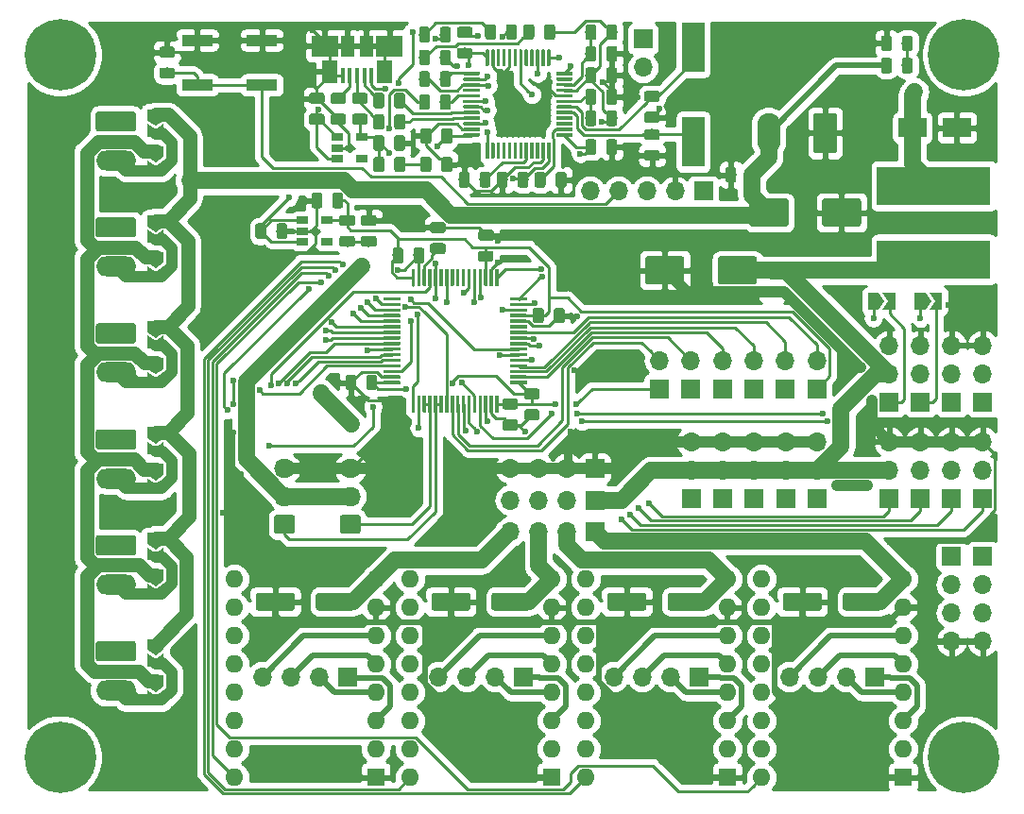
<source format=gbr>
G04 #@! TF.GenerationSoftware,KiCad,Pcbnew,(5.1.4)-1*
G04 #@! TF.CreationDate,2020-03-20T17:35:00+01:00*
G04 #@! TF.ProjectId,stm32f446_actuators,73746d33-3266-4343-9436-5f6163747561,rev?*
G04 #@! TF.SameCoordinates,Original*
G04 #@! TF.FileFunction,Copper,L1,Top*
G04 #@! TF.FilePolarity,Positive*
%FSLAX46Y46*%
G04 Gerber Fmt 4.6, Leading zero omitted, Abs format (unit mm)*
G04 Created by KiCad (PCBNEW (5.1.4)-1) date 2020-03-20 17:35:00*
%MOMM*%
%LPD*%
G04 APERTURE LIST*
%ADD10C,0.100000*%
%ADD11C,0.975000*%
%ADD12O,1.600000X1.600000*%
%ADD13R,1.600000X1.600000*%
%ADD14C,0.300000*%
%ADD15O,1.700000X1.700000*%
%ADD16R,1.700000X1.700000*%
%ADD17C,1.600000*%
%ADD18O,3.600000X1.800000*%
%ADD19C,1.800000*%
%ADD20R,1.060000X0.650000*%
%ADD21R,10.200000X3.500000*%
%ADD22C,1.700000*%
%ADD23O,1.850000X1.700000*%
%ADD24R,2.500000X1.800000*%
%ADD25C,2.500000*%
%ADD26R,2.800000X1.000000*%
%ADD27R,2.000000X4.500000*%
%ADD28R,0.450000X1.380000*%
%ADD29R,1.475000X2.100000*%
%ADD30R,2.375000X1.900000*%
%ADD31R,1.175000X1.900000*%
%ADD32C,2.080000*%
%ADD33O,2.080000X3.600000*%
%ADD34C,6.400000*%
%ADD35C,1.200000*%
%ADD36C,0.600000*%
%ADD37C,0.800000*%
%ADD38C,1.000000*%
%ADD39C,0.250000*%
%ADD40C,1.250000*%
%ADD41C,1.500000*%
%ADD42C,0.500000*%
%ADD43C,1.000000*%
%ADD44C,0.254000*%
G04 APERTURE END LIST*
D10*
G36*
X79830142Y-82191174D02*
G01*
X79853803Y-82194684D01*
X79877007Y-82200496D01*
X79899529Y-82208554D01*
X79921153Y-82218782D01*
X79941670Y-82231079D01*
X79960883Y-82245329D01*
X79978607Y-82261393D01*
X79994671Y-82279117D01*
X80008921Y-82298330D01*
X80021218Y-82318847D01*
X80031446Y-82340471D01*
X80039504Y-82362993D01*
X80045316Y-82386197D01*
X80048826Y-82409858D01*
X80050000Y-82433750D01*
X80050000Y-83346250D01*
X80048826Y-83370142D01*
X80045316Y-83393803D01*
X80039504Y-83417007D01*
X80031446Y-83439529D01*
X80021218Y-83461153D01*
X80008921Y-83481670D01*
X79994671Y-83500883D01*
X79978607Y-83518607D01*
X79960883Y-83534671D01*
X79941670Y-83548921D01*
X79921153Y-83561218D01*
X79899529Y-83571446D01*
X79877007Y-83579504D01*
X79853803Y-83585316D01*
X79830142Y-83588826D01*
X79806250Y-83590000D01*
X79318750Y-83590000D01*
X79294858Y-83588826D01*
X79271197Y-83585316D01*
X79247993Y-83579504D01*
X79225471Y-83571446D01*
X79203847Y-83561218D01*
X79183330Y-83548921D01*
X79164117Y-83534671D01*
X79146393Y-83518607D01*
X79130329Y-83500883D01*
X79116079Y-83481670D01*
X79103782Y-83461153D01*
X79093554Y-83439529D01*
X79085496Y-83417007D01*
X79079684Y-83393803D01*
X79076174Y-83370142D01*
X79075000Y-83346250D01*
X79075000Y-82433750D01*
X79076174Y-82409858D01*
X79079684Y-82386197D01*
X79085496Y-82362993D01*
X79093554Y-82340471D01*
X79103782Y-82318847D01*
X79116079Y-82298330D01*
X79130329Y-82279117D01*
X79146393Y-82261393D01*
X79164117Y-82245329D01*
X79183330Y-82231079D01*
X79203847Y-82218782D01*
X79225471Y-82208554D01*
X79247993Y-82200496D01*
X79271197Y-82194684D01*
X79294858Y-82191174D01*
X79318750Y-82190000D01*
X79806250Y-82190000D01*
X79830142Y-82191174D01*
X79830142Y-82191174D01*
G37*
D11*
X79562500Y-82890000D03*
D10*
G36*
X81705142Y-82191174D02*
G01*
X81728803Y-82194684D01*
X81752007Y-82200496D01*
X81774529Y-82208554D01*
X81796153Y-82218782D01*
X81816670Y-82231079D01*
X81835883Y-82245329D01*
X81853607Y-82261393D01*
X81869671Y-82279117D01*
X81883921Y-82298330D01*
X81896218Y-82318847D01*
X81906446Y-82340471D01*
X81914504Y-82362993D01*
X81920316Y-82386197D01*
X81923826Y-82409858D01*
X81925000Y-82433750D01*
X81925000Y-83346250D01*
X81923826Y-83370142D01*
X81920316Y-83393803D01*
X81914504Y-83417007D01*
X81906446Y-83439529D01*
X81896218Y-83461153D01*
X81883921Y-83481670D01*
X81869671Y-83500883D01*
X81853607Y-83518607D01*
X81835883Y-83534671D01*
X81816670Y-83548921D01*
X81796153Y-83561218D01*
X81774529Y-83571446D01*
X81752007Y-83579504D01*
X81728803Y-83585316D01*
X81705142Y-83588826D01*
X81681250Y-83590000D01*
X81193750Y-83590000D01*
X81169858Y-83588826D01*
X81146197Y-83585316D01*
X81122993Y-83579504D01*
X81100471Y-83571446D01*
X81078847Y-83561218D01*
X81058330Y-83548921D01*
X81039117Y-83534671D01*
X81021393Y-83518607D01*
X81005329Y-83500883D01*
X80991079Y-83481670D01*
X80978782Y-83461153D01*
X80968554Y-83439529D01*
X80960496Y-83417007D01*
X80954684Y-83393803D01*
X80951174Y-83370142D01*
X80950000Y-83346250D01*
X80950000Y-82433750D01*
X80951174Y-82409858D01*
X80954684Y-82386197D01*
X80960496Y-82362993D01*
X80968554Y-82340471D01*
X80978782Y-82318847D01*
X80991079Y-82298330D01*
X81005329Y-82279117D01*
X81021393Y-82261393D01*
X81039117Y-82245329D01*
X81058330Y-82231079D01*
X81078847Y-82218782D01*
X81100471Y-82208554D01*
X81122993Y-82200496D01*
X81146197Y-82194684D01*
X81169858Y-82191174D01*
X81193750Y-82190000D01*
X81681250Y-82190000D01*
X81705142Y-82191174D01*
X81705142Y-82191174D01*
G37*
D11*
X81437500Y-82890000D03*
D10*
G36*
X73635142Y-68617774D02*
G01*
X73658803Y-68621284D01*
X73682007Y-68627096D01*
X73704529Y-68635154D01*
X73726153Y-68645382D01*
X73746670Y-68657679D01*
X73765883Y-68671929D01*
X73783607Y-68687993D01*
X73799671Y-68705717D01*
X73813921Y-68724930D01*
X73826218Y-68745447D01*
X73836446Y-68767071D01*
X73844504Y-68789593D01*
X73850316Y-68812797D01*
X73853826Y-68836458D01*
X73855000Y-68860350D01*
X73855000Y-69772850D01*
X73853826Y-69796742D01*
X73850316Y-69820403D01*
X73844504Y-69843607D01*
X73836446Y-69866129D01*
X73826218Y-69887753D01*
X73813921Y-69908270D01*
X73799671Y-69927483D01*
X73783607Y-69945207D01*
X73765883Y-69961271D01*
X73746670Y-69975521D01*
X73726153Y-69987818D01*
X73704529Y-69998046D01*
X73682007Y-70006104D01*
X73658803Y-70011916D01*
X73635142Y-70015426D01*
X73611250Y-70016600D01*
X73123750Y-70016600D01*
X73099858Y-70015426D01*
X73076197Y-70011916D01*
X73052993Y-70006104D01*
X73030471Y-69998046D01*
X73008847Y-69987818D01*
X72988330Y-69975521D01*
X72969117Y-69961271D01*
X72951393Y-69945207D01*
X72935329Y-69927483D01*
X72921079Y-69908270D01*
X72908782Y-69887753D01*
X72898554Y-69866129D01*
X72890496Y-69843607D01*
X72884684Y-69820403D01*
X72881174Y-69796742D01*
X72880000Y-69772850D01*
X72880000Y-68860350D01*
X72881174Y-68836458D01*
X72884684Y-68812797D01*
X72890496Y-68789593D01*
X72898554Y-68767071D01*
X72908782Y-68745447D01*
X72921079Y-68724930D01*
X72935329Y-68705717D01*
X72951393Y-68687993D01*
X72969117Y-68671929D01*
X72988330Y-68657679D01*
X73008847Y-68645382D01*
X73030471Y-68635154D01*
X73052993Y-68627096D01*
X73076197Y-68621284D01*
X73099858Y-68617774D01*
X73123750Y-68616600D01*
X73611250Y-68616600D01*
X73635142Y-68617774D01*
X73635142Y-68617774D01*
G37*
D11*
X73367500Y-69316600D03*
D10*
G36*
X71760142Y-68617774D02*
G01*
X71783803Y-68621284D01*
X71807007Y-68627096D01*
X71829529Y-68635154D01*
X71851153Y-68645382D01*
X71871670Y-68657679D01*
X71890883Y-68671929D01*
X71908607Y-68687993D01*
X71924671Y-68705717D01*
X71938921Y-68724930D01*
X71951218Y-68745447D01*
X71961446Y-68767071D01*
X71969504Y-68789593D01*
X71975316Y-68812797D01*
X71978826Y-68836458D01*
X71980000Y-68860350D01*
X71980000Y-69772850D01*
X71978826Y-69796742D01*
X71975316Y-69820403D01*
X71969504Y-69843607D01*
X71961446Y-69866129D01*
X71951218Y-69887753D01*
X71938921Y-69908270D01*
X71924671Y-69927483D01*
X71908607Y-69945207D01*
X71890883Y-69961271D01*
X71871670Y-69975521D01*
X71851153Y-69987818D01*
X71829529Y-69998046D01*
X71807007Y-70006104D01*
X71783803Y-70011916D01*
X71760142Y-70015426D01*
X71736250Y-70016600D01*
X71248750Y-70016600D01*
X71224858Y-70015426D01*
X71201197Y-70011916D01*
X71177993Y-70006104D01*
X71155471Y-69998046D01*
X71133847Y-69987818D01*
X71113330Y-69975521D01*
X71094117Y-69961271D01*
X71076393Y-69945207D01*
X71060329Y-69927483D01*
X71046079Y-69908270D01*
X71033782Y-69887753D01*
X71023554Y-69866129D01*
X71015496Y-69843607D01*
X71009684Y-69820403D01*
X71006174Y-69796742D01*
X71005000Y-69772850D01*
X71005000Y-68860350D01*
X71006174Y-68836458D01*
X71009684Y-68812797D01*
X71015496Y-68789593D01*
X71023554Y-68767071D01*
X71033782Y-68745447D01*
X71046079Y-68724930D01*
X71060329Y-68705717D01*
X71076393Y-68687993D01*
X71094117Y-68671929D01*
X71113330Y-68657679D01*
X71133847Y-68645382D01*
X71155471Y-68635154D01*
X71177993Y-68627096D01*
X71201197Y-68621284D01*
X71224858Y-68617774D01*
X71248750Y-68616600D01*
X71736250Y-68616600D01*
X71760142Y-68617774D01*
X71760142Y-68617774D01*
G37*
D11*
X71492500Y-69316600D03*
D12*
X69113400Y-118287800D03*
X81813400Y-100507800D03*
X69113400Y-115747800D03*
X81813400Y-103047800D03*
X69113400Y-113207800D03*
X81813400Y-105587800D03*
X69113400Y-110667800D03*
X81813400Y-108127800D03*
X69113400Y-108127800D03*
X81813400Y-110667800D03*
X69113400Y-105587800D03*
X81813400Y-113207800D03*
X69113400Y-103047800D03*
X81813400Y-115747800D03*
X69113400Y-100507800D03*
D13*
X81813400Y-118287800D03*
D10*
G36*
X92732351Y-84046761D02*
G01*
X92739632Y-84047841D01*
X92746771Y-84049629D01*
X92753701Y-84052109D01*
X92760355Y-84055256D01*
X92766668Y-84059040D01*
X92772579Y-84063424D01*
X92778033Y-84068367D01*
X92782976Y-84073821D01*
X92787360Y-84079732D01*
X92791144Y-84086045D01*
X92794291Y-84092699D01*
X92796771Y-84099629D01*
X92798559Y-84106768D01*
X92799639Y-84114049D01*
X92800000Y-84121400D01*
X92800000Y-85521400D01*
X92799639Y-85528751D01*
X92798559Y-85536032D01*
X92796771Y-85543171D01*
X92794291Y-85550101D01*
X92791144Y-85556755D01*
X92787360Y-85563068D01*
X92782976Y-85568979D01*
X92778033Y-85574433D01*
X92772579Y-85579376D01*
X92766668Y-85583760D01*
X92760355Y-85587544D01*
X92753701Y-85590691D01*
X92746771Y-85593171D01*
X92739632Y-85594959D01*
X92732351Y-85596039D01*
X92725000Y-85596400D01*
X92575000Y-85596400D01*
X92567649Y-85596039D01*
X92560368Y-85594959D01*
X92553229Y-85593171D01*
X92546299Y-85590691D01*
X92539645Y-85587544D01*
X92533332Y-85583760D01*
X92527421Y-85579376D01*
X92521967Y-85574433D01*
X92517024Y-85568979D01*
X92512640Y-85563068D01*
X92508856Y-85556755D01*
X92505709Y-85550101D01*
X92503229Y-85543171D01*
X92501441Y-85536032D01*
X92500361Y-85528751D01*
X92500000Y-85521400D01*
X92500000Y-84121400D01*
X92500361Y-84114049D01*
X92501441Y-84106768D01*
X92503229Y-84099629D01*
X92505709Y-84092699D01*
X92508856Y-84086045D01*
X92512640Y-84079732D01*
X92517024Y-84073821D01*
X92521967Y-84068367D01*
X92527421Y-84063424D01*
X92533332Y-84059040D01*
X92539645Y-84055256D01*
X92546299Y-84052109D01*
X92553229Y-84049629D01*
X92560368Y-84047841D01*
X92567649Y-84046761D01*
X92575000Y-84046400D01*
X92725000Y-84046400D01*
X92732351Y-84046761D01*
X92732351Y-84046761D01*
G37*
D14*
X92650000Y-84821400D03*
D10*
G36*
X92232351Y-84046761D02*
G01*
X92239632Y-84047841D01*
X92246771Y-84049629D01*
X92253701Y-84052109D01*
X92260355Y-84055256D01*
X92266668Y-84059040D01*
X92272579Y-84063424D01*
X92278033Y-84068367D01*
X92282976Y-84073821D01*
X92287360Y-84079732D01*
X92291144Y-84086045D01*
X92294291Y-84092699D01*
X92296771Y-84099629D01*
X92298559Y-84106768D01*
X92299639Y-84114049D01*
X92300000Y-84121400D01*
X92300000Y-85521400D01*
X92299639Y-85528751D01*
X92298559Y-85536032D01*
X92296771Y-85543171D01*
X92294291Y-85550101D01*
X92291144Y-85556755D01*
X92287360Y-85563068D01*
X92282976Y-85568979D01*
X92278033Y-85574433D01*
X92272579Y-85579376D01*
X92266668Y-85583760D01*
X92260355Y-85587544D01*
X92253701Y-85590691D01*
X92246771Y-85593171D01*
X92239632Y-85594959D01*
X92232351Y-85596039D01*
X92225000Y-85596400D01*
X92075000Y-85596400D01*
X92067649Y-85596039D01*
X92060368Y-85594959D01*
X92053229Y-85593171D01*
X92046299Y-85590691D01*
X92039645Y-85587544D01*
X92033332Y-85583760D01*
X92027421Y-85579376D01*
X92021967Y-85574433D01*
X92017024Y-85568979D01*
X92012640Y-85563068D01*
X92008856Y-85556755D01*
X92005709Y-85550101D01*
X92003229Y-85543171D01*
X92001441Y-85536032D01*
X92000361Y-85528751D01*
X92000000Y-85521400D01*
X92000000Y-84121400D01*
X92000361Y-84114049D01*
X92001441Y-84106768D01*
X92003229Y-84099629D01*
X92005709Y-84092699D01*
X92008856Y-84086045D01*
X92012640Y-84079732D01*
X92017024Y-84073821D01*
X92021967Y-84068367D01*
X92027421Y-84063424D01*
X92033332Y-84059040D01*
X92039645Y-84055256D01*
X92046299Y-84052109D01*
X92053229Y-84049629D01*
X92060368Y-84047841D01*
X92067649Y-84046761D01*
X92075000Y-84046400D01*
X92225000Y-84046400D01*
X92232351Y-84046761D01*
X92232351Y-84046761D01*
G37*
D14*
X92150000Y-84821400D03*
D10*
G36*
X91732351Y-84046761D02*
G01*
X91739632Y-84047841D01*
X91746771Y-84049629D01*
X91753701Y-84052109D01*
X91760355Y-84055256D01*
X91766668Y-84059040D01*
X91772579Y-84063424D01*
X91778033Y-84068367D01*
X91782976Y-84073821D01*
X91787360Y-84079732D01*
X91791144Y-84086045D01*
X91794291Y-84092699D01*
X91796771Y-84099629D01*
X91798559Y-84106768D01*
X91799639Y-84114049D01*
X91800000Y-84121400D01*
X91800000Y-85521400D01*
X91799639Y-85528751D01*
X91798559Y-85536032D01*
X91796771Y-85543171D01*
X91794291Y-85550101D01*
X91791144Y-85556755D01*
X91787360Y-85563068D01*
X91782976Y-85568979D01*
X91778033Y-85574433D01*
X91772579Y-85579376D01*
X91766668Y-85583760D01*
X91760355Y-85587544D01*
X91753701Y-85590691D01*
X91746771Y-85593171D01*
X91739632Y-85594959D01*
X91732351Y-85596039D01*
X91725000Y-85596400D01*
X91575000Y-85596400D01*
X91567649Y-85596039D01*
X91560368Y-85594959D01*
X91553229Y-85593171D01*
X91546299Y-85590691D01*
X91539645Y-85587544D01*
X91533332Y-85583760D01*
X91527421Y-85579376D01*
X91521967Y-85574433D01*
X91517024Y-85568979D01*
X91512640Y-85563068D01*
X91508856Y-85556755D01*
X91505709Y-85550101D01*
X91503229Y-85543171D01*
X91501441Y-85536032D01*
X91500361Y-85528751D01*
X91500000Y-85521400D01*
X91500000Y-84121400D01*
X91500361Y-84114049D01*
X91501441Y-84106768D01*
X91503229Y-84099629D01*
X91505709Y-84092699D01*
X91508856Y-84086045D01*
X91512640Y-84079732D01*
X91517024Y-84073821D01*
X91521967Y-84068367D01*
X91527421Y-84063424D01*
X91533332Y-84059040D01*
X91539645Y-84055256D01*
X91546299Y-84052109D01*
X91553229Y-84049629D01*
X91560368Y-84047841D01*
X91567649Y-84046761D01*
X91575000Y-84046400D01*
X91725000Y-84046400D01*
X91732351Y-84046761D01*
X91732351Y-84046761D01*
G37*
D14*
X91650000Y-84821400D03*
D10*
G36*
X91232351Y-84046761D02*
G01*
X91239632Y-84047841D01*
X91246771Y-84049629D01*
X91253701Y-84052109D01*
X91260355Y-84055256D01*
X91266668Y-84059040D01*
X91272579Y-84063424D01*
X91278033Y-84068367D01*
X91282976Y-84073821D01*
X91287360Y-84079732D01*
X91291144Y-84086045D01*
X91294291Y-84092699D01*
X91296771Y-84099629D01*
X91298559Y-84106768D01*
X91299639Y-84114049D01*
X91300000Y-84121400D01*
X91300000Y-85521400D01*
X91299639Y-85528751D01*
X91298559Y-85536032D01*
X91296771Y-85543171D01*
X91294291Y-85550101D01*
X91291144Y-85556755D01*
X91287360Y-85563068D01*
X91282976Y-85568979D01*
X91278033Y-85574433D01*
X91272579Y-85579376D01*
X91266668Y-85583760D01*
X91260355Y-85587544D01*
X91253701Y-85590691D01*
X91246771Y-85593171D01*
X91239632Y-85594959D01*
X91232351Y-85596039D01*
X91225000Y-85596400D01*
X91075000Y-85596400D01*
X91067649Y-85596039D01*
X91060368Y-85594959D01*
X91053229Y-85593171D01*
X91046299Y-85590691D01*
X91039645Y-85587544D01*
X91033332Y-85583760D01*
X91027421Y-85579376D01*
X91021967Y-85574433D01*
X91017024Y-85568979D01*
X91012640Y-85563068D01*
X91008856Y-85556755D01*
X91005709Y-85550101D01*
X91003229Y-85543171D01*
X91001441Y-85536032D01*
X91000361Y-85528751D01*
X91000000Y-85521400D01*
X91000000Y-84121400D01*
X91000361Y-84114049D01*
X91001441Y-84106768D01*
X91003229Y-84099629D01*
X91005709Y-84092699D01*
X91008856Y-84086045D01*
X91012640Y-84079732D01*
X91017024Y-84073821D01*
X91021967Y-84068367D01*
X91027421Y-84063424D01*
X91033332Y-84059040D01*
X91039645Y-84055256D01*
X91046299Y-84052109D01*
X91053229Y-84049629D01*
X91060368Y-84047841D01*
X91067649Y-84046761D01*
X91075000Y-84046400D01*
X91225000Y-84046400D01*
X91232351Y-84046761D01*
X91232351Y-84046761D01*
G37*
D14*
X91150000Y-84821400D03*
D10*
G36*
X90732351Y-84046761D02*
G01*
X90739632Y-84047841D01*
X90746771Y-84049629D01*
X90753701Y-84052109D01*
X90760355Y-84055256D01*
X90766668Y-84059040D01*
X90772579Y-84063424D01*
X90778033Y-84068367D01*
X90782976Y-84073821D01*
X90787360Y-84079732D01*
X90791144Y-84086045D01*
X90794291Y-84092699D01*
X90796771Y-84099629D01*
X90798559Y-84106768D01*
X90799639Y-84114049D01*
X90800000Y-84121400D01*
X90800000Y-85521400D01*
X90799639Y-85528751D01*
X90798559Y-85536032D01*
X90796771Y-85543171D01*
X90794291Y-85550101D01*
X90791144Y-85556755D01*
X90787360Y-85563068D01*
X90782976Y-85568979D01*
X90778033Y-85574433D01*
X90772579Y-85579376D01*
X90766668Y-85583760D01*
X90760355Y-85587544D01*
X90753701Y-85590691D01*
X90746771Y-85593171D01*
X90739632Y-85594959D01*
X90732351Y-85596039D01*
X90725000Y-85596400D01*
X90575000Y-85596400D01*
X90567649Y-85596039D01*
X90560368Y-85594959D01*
X90553229Y-85593171D01*
X90546299Y-85590691D01*
X90539645Y-85587544D01*
X90533332Y-85583760D01*
X90527421Y-85579376D01*
X90521967Y-85574433D01*
X90517024Y-85568979D01*
X90512640Y-85563068D01*
X90508856Y-85556755D01*
X90505709Y-85550101D01*
X90503229Y-85543171D01*
X90501441Y-85536032D01*
X90500361Y-85528751D01*
X90500000Y-85521400D01*
X90500000Y-84121400D01*
X90500361Y-84114049D01*
X90501441Y-84106768D01*
X90503229Y-84099629D01*
X90505709Y-84092699D01*
X90508856Y-84086045D01*
X90512640Y-84079732D01*
X90517024Y-84073821D01*
X90521967Y-84068367D01*
X90527421Y-84063424D01*
X90533332Y-84059040D01*
X90539645Y-84055256D01*
X90546299Y-84052109D01*
X90553229Y-84049629D01*
X90560368Y-84047841D01*
X90567649Y-84046761D01*
X90575000Y-84046400D01*
X90725000Y-84046400D01*
X90732351Y-84046761D01*
X90732351Y-84046761D01*
G37*
D14*
X90650000Y-84821400D03*
D10*
G36*
X90232351Y-84046761D02*
G01*
X90239632Y-84047841D01*
X90246771Y-84049629D01*
X90253701Y-84052109D01*
X90260355Y-84055256D01*
X90266668Y-84059040D01*
X90272579Y-84063424D01*
X90278033Y-84068367D01*
X90282976Y-84073821D01*
X90287360Y-84079732D01*
X90291144Y-84086045D01*
X90294291Y-84092699D01*
X90296771Y-84099629D01*
X90298559Y-84106768D01*
X90299639Y-84114049D01*
X90300000Y-84121400D01*
X90300000Y-85521400D01*
X90299639Y-85528751D01*
X90298559Y-85536032D01*
X90296771Y-85543171D01*
X90294291Y-85550101D01*
X90291144Y-85556755D01*
X90287360Y-85563068D01*
X90282976Y-85568979D01*
X90278033Y-85574433D01*
X90272579Y-85579376D01*
X90266668Y-85583760D01*
X90260355Y-85587544D01*
X90253701Y-85590691D01*
X90246771Y-85593171D01*
X90239632Y-85594959D01*
X90232351Y-85596039D01*
X90225000Y-85596400D01*
X90075000Y-85596400D01*
X90067649Y-85596039D01*
X90060368Y-85594959D01*
X90053229Y-85593171D01*
X90046299Y-85590691D01*
X90039645Y-85587544D01*
X90033332Y-85583760D01*
X90027421Y-85579376D01*
X90021967Y-85574433D01*
X90017024Y-85568979D01*
X90012640Y-85563068D01*
X90008856Y-85556755D01*
X90005709Y-85550101D01*
X90003229Y-85543171D01*
X90001441Y-85536032D01*
X90000361Y-85528751D01*
X90000000Y-85521400D01*
X90000000Y-84121400D01*
X90000361Y-84114049D01*
X90001441Y-84106768D01*
X90003229Y-84099629D01*
X90005709Y-84092699D01*
X90008856Y-84086045D01*
X90012640Y-84079732D01*
X90017024Y-84073821D01*
X90021967Y-84068367D01*
X90027421Y-84063424D01*
X90033332Y-84059040D01*
X90039645Y-84055256D01*
X90046299Y-84052109D01*
X90053229Y-84049629D01*
X90060368Y-84047841D01*
X90067649Y-84046761D01*
X90075000Y-84046400D01*
X90225000Y-84046400D01*
X90232351Y-84046761D01*
X90232351Y-84046761D01*
G37*
D14*
X90150000Y-84821400D03*
D10*
G36*
X89732351Y-84046761D02*
G01*
X89739632Y-84047841D01*
X89746771Y-84049629D01*
X89753701Y-84052109D01*
X89760355Y-84055256D01*
X89766668Y-84059040D01*
X89772579Y-84063424D01*
X89778033Y-84068367D01*
X89782976Y-84073821D01*
X89787360Y-84079732D01*
X89791144Y-84086045D01*
X89794291Y-84092699D01*
X89796771Y-84099629D01*
X89798559Y-84106768D01*
X89799639Y-84114049D01*
X89800000Y-84121400D01*
X89800000Y-85521400D01*
X89799639Y-85528751D01*
X89798559Y-85536032D01*
X89796771Y-85543171D01*
X89794291Y-85550101D01*
X89791144Y-85556755D01*
X89787360Y-85563068D01*
X89782976Y-85568979D01*
X89778033Y-85574433D01*
X89772579Y-85579376D01*
X89766668Y-85583760D01*
X89760355Y-85587544D01*
X89753701Y-85590691D01*
X89746771Y-85593171D01*
X89739632Y-85594959D01*
X89732351Y-85596039D01*
X89725000Y-85596400D01*
X89575000Y-85596400D01*
X89567649Y-85596039D01*
X89560368Y-85594959D01*
X89553229Y-85593171D01*
X89546299Y-85590691D01*
X89539645Y-85587544D01*
X89533332Y-85583760D01*
X89527421Y-85579376D01*
X89521967Y-85574433D01*
X89517024Y-85568979D01*
X89512640Y-85563068D01*
X89508856Y-85556755D01*
X89505709Y-85550101D01*
X89503229Y-85543171D01*
X89501441Y-85536032D01*
X89500361Y-85528751D01*
X89500000Y-85521400D01*
X89500000Y-84121400D01*
X89500361Y-84114049D01*
X89501441Y-84106768D01*
X89503229Y-84099629D01*
X89505709Y-84092699D01*
X89508856Y-84086045D01*
X89512640Y-84079732D01*
X89517024Y-84073821D01*
X89521967Y-84068367D01*
X89527421Y-84063424D01*
X89533332Y-84059040D01*
X89539645Y-84055256D01*
X89546299Y-84052109D01*
X89553229Y-84049629D01*
X89560368Y-84047841D01*
X89567649Y-84046761D01*
X89575000Y-84046400D01*
X89725000Y-84046400D01*
X89732351Y-84046761D01*
X89732351Y-84046761D01*
G37*
D14*
X89650000Y-84821400D03*
D10*
G36*
X89232351Y-84046761D02*
G01*
X89239632Y-84047841D01*
X89246771Y-84049629D01*
X89253701Y-84052109D01*
X89260355Y-84055256D01*
X89266668Y-84059040D01*
X89272579Y-84063424D01*
X89278033Y-84068367D01*
X89282976Y-84073821D01*
X89287360Y-84079732D01*
X89291144Y-84086045D01*
X89294291Y-84092699D01*
X89296771Y-84099629D01*
X89298559Y-84106768D01*
X89299639Y-84114049D01*
X89300000Y-84121400D01*
X89300000Y-85521400D01*
X89299639Y-85528751D01*
X89298559Y-85536032D01*
X89296771Y-85543171D01*
X89294291Y-85550101D01*
X89291144Y-85556755D01*
X89287360Y-85563068D01*
X89282976Y-85568979D01*
X89278033Y-85574433D01*
X89272579Y-85579376D01*
X89266668Y-85583760D01*
X89260355Y-85587544D01*
X89253701Y-85590691D01*
X89246771Y-85593171D01*
X89239632Y-85594959D01*
X89232351Y-85596039D01*
X89225000Y-85596400D01*
X89075000Y-85596400D01*
X89067649Y-85596039D01*
X89060368Y-85594959D01*
X89053229Y-85593171D01*
X89046299Y-85590691D01*
X89039645Y-85587544D01*
X89033332Y-85583760D01*
X89027421Y-85579376D01*
X89021967Y-85574433D01*
X89017024Y-85568979D01*
X89012640Y-85563068D01*
X89008856Y-85556755D01*
X89005709Y-85550101D01*
X89003229Y-85543171D01*
X89001441Y-85536032D01*
X89000361Y-85528751D01*
X89000000Y-85521400D01*
X89000000Y-84121400D01*
X89000361Y-84114049D01*
X89001441Y-84106768D01*
X89003229Y-84099629D01*
X89005709Y-84092699D01*
X89008856Y-84086045D01*
X89012640Y-84079732D01*
X89017024Y-84073821D01*
X89021967Y-84068367D01*
X89027421Y-84063424D01*
X89033332Y-84059040D01*
X89039645Y-84055256D01*
X89046299Y-84052109D01*
X89053229Y-84049629D01*
X89060368Y-84047841D01*
X89067649Y-84046761D01*
X89075000Y-84046400D01*
X89225000Y-84046400D01*
X89232351Y-84046761D01*
X89232351Y-84046761D01*
G37*
D14*
X89150000Y-84821400D03*
D10*
G36*
X88732351Y-84046761D02*
G01*
X88739632Y-84047841D01*
X88746771Y-84049629D01*
X88753701Y-84052109D01*
X88760355Y-84055256D01*
X88766668Y-84059040D01*
X88772579Y-84063424D01*
X88778033Y-84068367D01*
X88782976Y-84073821D01*
X88787360Y-84079732D01*
X88791144Y-84086045D01*
X88794291Y-84092699D01*
X88796771Y-84099629D01*
X88798559Y-84106768D01*
X88799639Y-84114049D01*
X88800000Y-84121400D01*
X88800000Y-85521400D01*
X88799639Y-85528751D01*
X88798559Y-85536032D01*
X88796771Y-85543171D01*
X88794291Y-85550101D01*
X88791144Y-85556755D01*
X88787360Y-85563068D01*
X88782976Y-85568979D01*
X88778033Y-85574433D01*
X88772579Y-85579376D01*
X88766668Y-85583760D01*
X88760355Y-85587544D01*
X88753701Y-85590691D01*
X88746771Y-85593171D01*
X88739632Y-85594959D01*
X88732351Y-85596039D01*
X88725000Y-85596400D01*
X88575000Y-85596400D01*
X88567649Y-85596039D01*
X88560368Y-85594959D01*
X88553229Y-85593171D01*
X88546299Y-85590691D01*
X88539645Y-85587544D01*
X88533332Y-85583760D01*
X88527421Y-85579376D01*
X88521967Y-85574433D01*
X88517024Y-85568979D01*
X88512640Y-85563068D01*
X88508856Y-85556755D01*
X88505709Y-85550101D01*
X88503229Y-85543171D01*
X88501441Y-85536032D01*
X88500361Y-85528751D01*
X88500000Y-85521400D01*
X88500000Y-84121400D01*
X88500361Y-84114049D01*
X88501441Y-84106768D01*
X88503229Y-84099629D01*
X88505709Y-84092699D01*
X88508856Y-84086045D01*
X88512640Y-84079732D01*
X88517024Y-84073821D01*
X88521967Y-84068367D01*
X88527421Y-84063424D01*
X88533332Y-84059040D01*
X88539645Y-84055256D01*
X88546299Y-84052109D01*
X88553229Y-84049629D01*
X88560368Y-84047841D01*
X88567649Y-84046761D01*
X88575000Y-84046400D01*
X88725000Y-84046400D01*
X88732351Y-84046761D01*
X88732351Y-84046761D01*
G37*
D14*
X88650000Y-84821400D03*
D10*
G36*
X88232351Y-84046761D02*
G01*
X88239632Y-84047841D01*
X88246771Y-84049629D01*
X88253701Y-84052109D01*
X88260355Y-84055256D01*
X88266668Y-84059040D01*
X88272579Y-84063424D01*
X88278033Y-84068367D01*
X88282976Y-84073821D01*
X88287360Y-84079732D01*
X88291144Y-84086045D01*
X88294291Y-84092699D01*
X88296771Y-84099629D01*
X88298559Y-84106768D01*
X88299639Y-84114049D01*
X88300000Y-84121400D01*
X88300000Y-85521400D01*
X88299639Y-85528751D01*
X88298559Y-85536032D01*
X88296771Y-85543171D01*
X88294291Y-85550101D01*
X88291144Y-85556755D01*
X88287360Y-85563068D01*
X88282976Y-85568979D01*
X88278033Y-85574433D01*
X88272579Y-85579376D01*
X88266668Y-85583760D01*
X88260355Y-85587544D01*
X88253701Y-85590691D01*
X88246771Y-85593171D01*
X88239632Y-85594959D01*
X88232351Y-85596039D01*
X88225000Y-85596400D01*
X88075000Y-85596400D01*
X88067649Y-85596039D01*
X88060368Y-85594959D01*
X88053229Y-85593171D01*
X88046299Y-85590691D01*
X88039645Y-85587544D01*
X88033332Y-85583760D01*
X88027421Y-85579376D01*
X88021967Y-85574433D01*
X88017024Y-85568979D01*
X88012640Y-85563068D01*
X88008856Y-85556755D01*
X88005709Y-85550101D01*
X88003229Y-85543171D01*
X88001441Y-85536032D01*
X88000361Y-85528751D01*
X88000000Y-85521400D01*
X88000000Y-84121400D01*
X88000361Y-84114049D01*
X88001441Y-84106768D01*
X88003229Y-84099629D01*
X88005709Y-84092699D01*
X88008856Y-84086045D01*
X88012640Y-84079732D01*
X88017024Y-84073821D01*
X88021967Y-84068367D01*
X88027421Y-84063424D01*
X88033332Y-84059040D01*
X88039645Y-84055256D01*
X88046299Y-84052109D01*
X88053229Y-84049629D01*
X88060368Y-84047841D01*
X88067649Y-84046761D01*
X88075000Y-84046400D01*
X88225000Y-84046400D01*
X88232351Y-84046761D01*
X88232351Y-84046761D01*
G37*
D14*
X88150000Y-84821400D03*
D10*
G36*
X87732351Y-84046761D02*
G01*
X87739632Y-84047841D01*
X87746771Y-84049629D01*
X87753701Y-84052109D01*
X87760355Y-84055256D01*
X87766668Y-84059040D01*
X87772579Y-84063424D01*
X87778033Y-84068367D01*
X87782976Y-84073821D01*
X87787360Y-84079732D01*
X87791144Y-84086045D01*
X87794291Y-84092699D01*
X87796771Y-84099629D01*
X87798559Y-84106768D01*
X87799639Y-84114049D01*
X87800000Y-84121400D01*
X87800000Y-85521400D01*
X87799639Y-85528751D01*
X87798559Y-85536032D01*
X87796771Y-85543171D01*
X87794291Y-85550101D01*
X87791144Y-85556755D01*
X87787360Y-85563068D01*
X87782976Y-85568979D01*
X87778033Y-85574433D01*
X87772579Y-85579376D01*
X87766668Y-85583760D01*
X87760355Y-85587544D01*
X87753701Y-85590691D01*
X87746771Y-85593171D01*
X87739632Y-85594959D01*
X87732351Y-85596039D01*
X87725000Y-85596400D01*
X87575000Y-85596400D01*
X87567649Y-85596039D01*
X87560368Y-85594959D01*
X87553229Y-85593171D01*
X87546299Y-85590691D01*
X87539645Y-85587544D01*
X87533332Y-85583760D01*
X87527421Y-85579376D01*
X87521967Y-85574433D01*
X87517024Y-85568979D01*
X87512640Y-85563068D01*
X87508856Y-85556755D01*
X87505709Y-85550101D01*
X87503229Y-85543171D01*
X87501441Y-85536032D01*
X87500361Y-85528751D01*
X87500000Y-85521400D01*
X87500000Y-84121400D01*
X87500361Y-84114049D01*
X87501441Y-84106768D01*
X87503229Y-84099629D01*
X87505709Y-84092699D01*
X87508856Y-84086045D01*
X87512640Y-84079732D01*
X87517024Y-84073821D01*
X87521967Y-84068367D01*
X87527421Y-84063424D01*
X87533332Y-84059040D01*
X87539645Y-84055256D01*
X87546299Y-84052109D01*
X87553229Y-84049629D01*
X87560368Y-84047841D01*
X87567649Y-84046761D01*
X87575000Y-84046400D01*
X87725000Y-84046400D01*
X87732351Y-84046761D01*
X87732351Y-84046761D01*
G37*
D14*
X87650000Y-84821400D03*
D10*
G36*
X87232351Y-84046761D02*
G01*
X87239632Y-84047841D01*
X87246771Y-84049629D01*
X87253701Y-84052109D01*
X87260355Y-84055256D01*
X87266668Y-84059040D01*
X87272579Y-84063424D01*
X87278033Y-84068367D01*
X87282976Y-84073821D01*
X87287360Y-84079732D01*
X87291144Y-84086045D01*
X87294291Y-84092699D01*
X87296771Y-84099629D01*
X87298559Y-84106768D01*
X87299639Y-84114049D01*
X87300000Y-84121400D01*
X87300000Y-85521400D01*
X87299639Y-85528751D01*
X87298559Y-85536032D01*
X87296771Y-85543171D01*
X87294291Y-85550101D01*
X87291144Y-85556755D01*
X87287360Y-85563068D01*
X87282976Y-85568979D01*
X87278033Y-85574433D01*
X87272579Y-85579376D01*
X87266668Y-85583760D01*
X87260355Y-85587544D01*
X87253701Y-85590691D01*
X87246771Y-85593171D01*
X87239632Y-85594959D01*
X87232351Y-85596039D01*
X87225000Y-85596400D01*
X87075000Y-85596400D01*
X87067649Y-85596039D01*
X87060368Y-85594959D01*
X87053229Y-85593171D01*
X87046299Y-85590691D01*
X87039645Y-85587544D01*
X87033332Y-85583760D01*
X87027421Y-85579376D01*
X87021967Y-85574433D01*
X87017024Y-85568979D01*
X87012640Y-85563068D01*
X87008856Y-85556755D01*
X87005709Y-85550101D01*
X87003229Y-85543171D01*
X87001441Y-85536032D01*
X87000361Y-85528751D01*
X87000000Y-85521400D01*
X87000000Y-84121400D01*
X87000361Y-84114049D01*
X87001441Y-84106768D01*
X87003229Y-84099629D01*
X87005709Y-84092699D01*
X87008856Y-84086045D01*
X87012640Y-84079732D01*
X87017024Y-84073821D01*
X87021967Y-84068367D01*
X87027421Y-84063424D01*
X87033332Y-84059040D01*
X87039645Y-84055256D01*
X87046299Y-84052109D01*
X87053229Y-84049629D01*
X87060368Y-84047841D01*
X87067649Y-84046761D01*
X87075000Y-84046400D01*
X87225000Y-84046400D01*
X87232351Y-84046761D01*
X87232351Y-84046761D01*
G37*
D14*
X87150000Y-84821400D03*
D10*
G36*
X86732351Y-84046761D02*
G01*
X86739632Y-84047841D01*
X86746771Y-84049629D01*
X86753701Y-84052109D01*
X86760355Y-84055256D01*
X86766668Y-84059040D01*
X86772579Y-84063424D01*
X86778033Y-84068367D01*
X86782976Y-84073821D01*
X86787360Y-84079732D01*
X86791144Y-84086045D01*
X86794291Y-84092699D01*
X86796771Y-84099629D01*
X86798559Y-84106768D01*
X86799639Y-84114049D01*
X86800000Y-84121400D01*
X86800000Y-85521400D01*
X86799639Y-85528751D01*
X86798559Y-85536032D01*
X86796771Y-85543171D01*
X86794291Y-85550101D01*
X86791144Y-85556755D01*
X86787360Y-85563068D01*
X86782976Y-85568979D01*
X86778033Y-85574433D01*
X86772579Y-85579376D01*
X86766668Y-85583760D01*
X86760355Y-85587544D01*
X86753701Y-85590691D01*
X86746771Y-85593171D01*
X86739632Y-85594959D01*
X86732351Y-85596039D01*
X86725000Y-85596400D01*
X86575000Y-85596400D01*
X86567649Y-85596039D01*
X86560368Y-85594959D01*
X86553229Y-85593171D01*
X86546299Y-85590691D01*
X86539645Y-85587544D01*
X86533332Y-85583760D01*
X86527421Y-85579376D01*
X86521967Y-85574433D01*
X86517024Y-85568979D01*
X86512640Y-85563068D01*
X86508856Y-85556755D01*
X86505709Y-85550101D01*
X86503229Y-85543171D01*
X86501441Y-85536032D01*
X86500361Y-85528751D01*
X86500000Y-85521400D01*
X86500000Y-84121400D01*
X86500361Y-84114049D01*
X86501441Y-84106768D01*
X86503229Y-84099629D01*
X86505709Y-84092699D01*
X86508856Y-84086045D01*
X86512640Y-84079732D01*
X86517024Y-84073821D01*
X86521967Y-84068367D01*
X86527421Y-84063424D01*
X86533332Y-84059040D01*
X86539645Y-84055256D01*
X86546299Y-84052109D01*
X86553229Y-84049629D01*
X86560368Y-84047841D01*
X86567649Y-84046761D01*
X86575000Y-84046400D01*
X86725000Y-84046400D01*
X86732351Y-84046761D01*
X86732351Y-84046761D01*
G37*
D14*
X86650000Y-84821400D03*
D10*
G36*
X86232351Y-84046761D02*
G01*
X86239632Y-84047841D01*
X86246771Y-84049629D01*
X86253701Y-84052109D01*
X86260355Y-84055256D01*
X86266668Y-84059040D01*
X86272579Y-84063424D01*
X86278033Y-84068367D01*
X86282976Y-84073821D01*
X86287360Y-84079732D01*
X86291144Y-84086045D01*
X86294291Y-84092699D01*
X86296771Y-84099629D01*
X86298559Y-84106768D01*
X86299639Y-84114049D01*
X86300000Y-84121400D01*
X86300000Y-85521400D01*
X86299639Y-85528751D01*
X86298559Y-85536032D01*
X86296771Y-85543171D01*
X86294291Y-85550101D01*
X86291144Y-85556755D01*
X86287360Y-85563068D01*
X86282976Y-85568979D01*
X86278033Y-85574433D01*
X86272579Y-85579376D01*
X86266668Y-85583760D01*
X86260355Y-85587544D01*
X86253701Y-85590691D01*
X86246771Y-85593171D01*
X86239632Y-85594959D01*
X86232351Y-85596039D01*
X86225000Y-85596400D01*
X86075000Y-85596400D01*
X86067649Y-85596039D01*
X86060368Y-85594959D01*
X86053229Y-85593171D01*
X86046299Y-85590691D01*
X86039645Y-85587544D01*
X86033332Y-85583760D01*
X86027421Y-85579376D01*
X86021967Y-85574433D01*
X86017024Y-85568979D01*
X86012640Y-85563068D01*
X86008856Y-85556755D01*
X86005709Y-85550101D01*
X86003229Y-85543171D01*
X86001441Y-85536032D01*
X86000361Y-85528751D01*
X86000000Y-85521400D01*
X86000000Y-84121400D01*
X86000361Y-84114049D01*
X86001441Y-84106768D01*
X86003229Y-84099629D01*
X86005709Y-84092699D01*
X86008856Y-84086045D01*
X86012640Y-84079732D01*
X86017024Y-84073821D01*
X86021967Y-84068367D01*
X86027421Y-84063424D01*
X86033332Y-84059040D01*
X86039645Y-84055256D01*
X86046299Y-84052109D01*
X86053229Y-84049629D01*
X86060368Y-84047841D01*
X86067649Y-84046761D01*
X86075000Y-84046400D01*
X86225000Y-84046400D01*
X86232351Y-84046761D01*
X86232351Y-84046761D01*
G37*
D14*
X86150000Y-84821400D03*
D10*
G36*
X85732351Y-84046761D02*
G01*
X85739632Y-84047841D01*
X85746771Y-84049629D01*
X85753701Y-84052109D01*
X85760355Y-84055256D01*
X85766668Y-84059040D01*
X85772579Y-84063424D01*
X85778033Y-84068367D01*
X85782976Y-84073821D01*
X85787360Y-84079732D01*
X85791144Y-84086045D01*
X85794291Y-84092699D01*
X85796771Y-84099629D01*
X85798559Y-84106768D01*
X85799639Y-84114049D01*
X85800000Y-84121400D01*
X85800000Y-85521400D01*
X85799639Y-85528751D01*
X85798559Y-85536032D01*
X85796771Y-85543171D01*
X85794291Y-85550101D01*
X85791144Y-85556755D01*
X85787360Y-85563068D01*
X85782976Y-85568979D01*
X85778033Y-85574433D01*
X85772579Y-85579376D01*
X85766668Y-85583760D01*
X85760355Y-85587544D01*
X85753701Y-85590691D01*
X85746771Y-85593171D01*
X85739632Y-85594959D01*
X85732351Y-85596039D01*
X85725000Y-85596400D01*
X85575000Y-85596400D01*
X85567649Y-85596039D01*
X85560368Y-85594959D01*
X85553229Y-85593171D01*
X85546299Y-85590691D01*
X85539645Y-85587544D01*
X85533332Y-85583760D01*
X85527421Y-85579376D01*
X85521967Y-85574433D01*
X85517024Y-85568979D01*
X85512640Y-85563068D01*
X85508856Y-85556755D01*
X85505709Y-85550101D01*
X85503229Y-85543171D01*
X85501441Y-85536032D01*
X85500361Y-85528751D01*
X85500000Y-85521400D01*
X85500000Y-84121400D01*
X85500361Y-84114049D01*
X85501441Y-84106768D01*
X85503229Y-84099629D01*
X85505709Y-84092699D01*
X85508856Y-84086045D01*
X85512640Y-84079732D01*
X85517024Y-84073821D01*
X85521967Y-84068367D01*
X85527421Y-84063424D01*
X85533332Y-84059040D01*
X85539645Y-84055256D01*
X85546299Y-84052109D01*
X85553229Y-84049629D01*
X85560368Y-84047841D01*
X85567649Y-84046761D01*
X85575000Y-84046400D01*
X85725000Y-84046400D01*
X85732351Y-84046761D01*
X85732351Y-84046761D01*
G37*
D14*
X85650000Y-84821400D03*
D10*
G36*
X85232351Y-84046761D02*
G01*
X85239632Y-84047841D01*
X85246771Y-84049629D01*
X85253701Y-84052109D01*
X85260355Y-84055256D01*
X85266668Y-84059040D01*
X85272579Y-84063424D01*
X85278033Y-84068367D01*
X85282976Y-84073821D01*
X85287360Y-84079732D01*
X85291144Y-84086045D01*
X85294291Y-84092699D01*
X85296771Y-84099629D01*
X85298559Y-84106768D01*
X85299639Y-84114049D01*
X85300000Y-84121400D01*
X85300000Y-85521400D01*
X85299639Y-85528751D01*
X85298559Y-85536032D01*
X85296771Y-85543171D01*
X85294291Y-85550101D01*
X85291144Y-85556755D01*
X85287360Y-85563068D01*
X85282976Y-85568979D01*
X85278033Y-85574433D01*
X85272579Y-85579376D01*
X85266668Y-85583760D01*
X85260355Y-85587544D01*
X85253701Y-85590691D01*
X85246771Y-85593171D01*
X85239632Y-85594959D01*
X85232351Y-85596039D01*
X85225000Y-85596400D01*
X85075000Y-85596400D01*
X85067649Y-85596039D01*
X85060368Y-85594959D01*
X85053229Y-85593171D01*
X85046299Y-85590691D01*
X85039645Y-85587544D01*
X85033332Y-85583760D01*
X85027421Y-85579376D01*
X85021967Y-85574433D01*
X85017024Y-85568979D01*
X85012640Y-85563068D01*
X85008856Y-85556755D01*
X85005709Y-85550101D01*
X85003229Y-85543171D01*
X85001441Y-85536032D01*
X85000361Y-85528751D01*
X85000000Y-85521400D01*
X85000000Y-84121400D01*
X85000361Y-84114049D01*
X85001441Y-84106768D01*
X85003229Y-84099629D01*
X85005709Y-84092699D01*
X85008856Y-84086045D01*
X85012640Y-84079732D01*
X85017024Y-84073821D01*
X85021967Y-84068367D01*
X85027421Y-84063424D01*
X85033332Y-84059040D01*
X85039645Y-84055256D01*
X85046299Y-84052109D01*
X85053229Y-84049629D01*
X85060368Y-84047841D01*
X85067649Y-84046761D01*
X85075000Y-84046400D01*
X85225000Y-84046400D01*
X85232351Y-84046761D01*
X85232351Y-84046761D01*
G37*
D14*
X85150000Y-84821400D03*
D10*
G36*
X83932351Y-82746761D02*
G01*
X83939632Y-82747841D01*
X83946771Y-82749629D01*
X83953701Y-82752109D01*
X83960355Y-82755256D01*
X83966668Y-82759040D01*
X83972579Y-82763424D01*
X83978033Y-82768367D01*
X83982976Y-82773821D01*
X83987360Y-82779732D01*
X83991144Y-82786045D01*
X83994291Y-82792699D01*
X83996771Y-82799629D01*
X83998559Y-82806768D01*
X83999639Y-82814049D01*
X84000000Y-82821400D01*
X84000000Y-82971400D01*
X83999639Y-82978751D01*
X83998559Y-82986032D01*
X83996771Y-82993171D01*
X83994291Y-83000101D01*
X83991144Y-83006755D01*
X83987360Y-83013068D01*
X83982976Y-83018979D01*
X83978033Y-83024433D01*
X83972579Y-83029376D01*
X83966668Y-83033760D01*
X83960355Y-83037544D01*
X83953701Y-83040691D01*
X83946771Y-83043171D01*
X83939632Y-83044959D01*
X83932351Y-83046039D01*
X83925000Y-83046400D01*
X82525000Y-83046400D01*
X82517649Y-83046039D01*
X82510368Y-83044959D01*
X82503229Y-83043171D01*
X82496299Y-83040691D01*
X82489645Y-83037544D01*
X82483332Y-83033760D01*
X82477421Y-83029376D01*
X82471967Y-83024433D01*
X82467024Y-83018979D01*
X82462640Y-83013068D01*
X82458856Y-83006755D01*
X82455709Y-83000101D01*
X82453229Y-82993171D01*
X82451441Y-82986032D01*
X82450361Y-82978751D01*
X82450000Y-82971400D01*
X82450000Y-82821400D01*
X82450361Y-82814049D01*
X82451441Y-82806768D01*
X82453229Y-82799629D01*
X82455709Y-82792699D01*
X82458856Y-82786045D01*
X82462640Y-82779732D01*
X82467024Y-82773821D01*
X82471967Y-82768367D01*
X82477421Y-82763424D01*
X82483332Y-82759040D01*
X82489645Y-82755256D01*
X82496299Y-82752109D01*
X82503229Y-82749629D01*
X82510368Y-82747841D01*
X82517649Y-82746761D01*
X82525000Y-82746400D01*
X83925000Y-82746400D01*
X83932351Y-82746761D01*
X83932351Y-82746761D01*
G37*
D14*
X83225000Y-82896400D03*
D10*
G36*
X83932351Y-82246761D02*
G01*
X83939632Y-82247841D01*
X83946771Y-82249629D01*
X83953701Y-82252109D01*
X83960355Y-82255256D01*
X83966668Y-82259040D01*
X83972579Y-82263424D01*
X83978033Y-82268367D01*
X83982976Y-82273821D01*
X83987360Y-82279732D01*
X83991144Y-82286045D01*
X83994291Y-82292699D01*
X83996771Y-82299629D01*
X83998559Y-82306768D01*
X83999639Y-82314049D01*
X84000000Y-82321400D01*
X84000000Y-82471400D01*
X83999639Y-82478751D01*
X83998559Y-82486032D01*
X83996771Y-82493171D01*
X83994291Y-82500101D01*
X83991144Y-82506755D01*
X83987360Y-82513068D01*
X83982976Y-82518979D01*
X83978033Y-82524433D01*
X83972579Y-82529376D01*
X83966668Y-82533760D01*
X83960355Y-82537544D01*
X83953701Y-82540691D01*
X83946771Y-82543171D01*
X83939632Y-82544959D01*
X83932351Y-82546039D01*
X83925000Y-82546400D01*
X82525000Y-82546400D01*
X82517649Y-82546039D01*
X82510368Y-82544959D01*
X82503229Y-82543171D01*
X82496299Y-82540691D01*
X82489645Y-82537544D01*
X82483332Y-82533760D01*
X82477421Y-82529376D01*
X82471967Y-82524433D01*
X82467024Y-82518979D01*
X82462640Y-82513068D01*
X82458856Y-82506755D01*
X82455709Y-82500101D01*
X82453229Y-82493171D01*
X82451441Y-82486032D01*
X82450361Y-82478751D01*
X82450000Y-82471400D01*
X82450000Y-82321400D01*
X82450361Y-82314049D01*
X82451441Y-82306768D01*
X82453229Y-82299629D01*
X82455709Y-82292699D01*
X82458856Y-82286045D01*
X82462640Y-82279732D01*
X82467024Y-82273821D01*
X82471967Y-82268367D01*
X82477421Y-82263424D01*
X82483332Y-82259040D01*
X82489645Y-82255256D01*
X82496299Y-82252109D01*
X82503229Y-82249629D01*
X82510368Y-82247841D01*
X82517649Y-82246761D01*
X82525000Y-82246400D01*
X83925000Y-82246400D01*
X83932351Y-82246761D01*
X83932351Y-82246761D01*
G37*
D14*
X83225000Y-82396400D03*
D10*
G36*
X83932351Y-81746761D02*
G01*
X83939632Y-81747841D01*
X83946771Y-81749629D01*
X83953701Y-81752109D01*
X83960355Y-81755256D01*
X83966668Y-81759040D01*
X83972579Y-81763424D01*
X83978033Y-81768367D01*
X83982976Y-81773821D01*
X83987360Y-81779732D01*
X83991144Y-81786045D01*
X83994291Y-81792699D01*
X83996771Y-81799629D01*
X83998559Y-81806768D01*
X83999639Y-81814049D01*
X84000000Y-81821400D01*
X84000000Y-81971400D01*
X83999639Y-81978751D01*
X83998559Y-81986032D01*
X83996771Y-81993171D01*
X83994291Y-82000101D01*
X83991144Y-82006755D01*
X83987360Y-82013068D01*
X83982976Y-82018979D01*
X83978033Y-82024433D01*
X83972579Y-82029376D01*
X83966668Y-82033760D01*
X83960355Y-82037544D01*
X83953701Y-82040691D01*
X83946771Y-82043171D01*
X83939632Y-82044959D01*
X83932351Y-82046039D01*
X83925000Y-82046400D01*
X82525000Y-82046400D01*
X82517649Y-82046039D01*
X82510368Y-82044959D01*
X82503229Y-82043171D01*
X82496299Y-82040691D01*
X82489645Y-82037544D01*
X82483332Y-82033760D01*
X82477421Y-82029376D01*
X82471967Y-82024433D01*
X82467024Y-82018979D01*
X82462640Y-82013068D01*
X82458856Y-82006755D01*
X82455709Y-82000101D01*
X82453229Y-81993171D01*
X82451441Y-81986032D01*
X82450361Y-81978751D01*
X82450000Y-81971400D01*
X82450000Y-81821400D01*
X82450361Y-81814049D01*
X82451441Y-81806768D01*
X82453229Y-81799629D01*
X82455709Y-81792699D01*
X82458856Y-81786045D01*
X82462640Y-81779732D01*
X82467024Y-81773821D01*
X82471967Y-81768367D01*
X82477421Y-81763424D01*
X82483332Y-81759040D01*
X82489645Y-81755256D01*
X82496299Y-81752109D01*
X82503229Y-81749629D01*
X82510368Y-81747841D01*
X82517649Y-81746761D01*
X82525000Y-81746400D01*
X83925000Y-81746400D01*
X83932351Y-81746761D01*
X83932351Y-81746761D01*
G37*
D14*
X83225000Y-81896400D03*
D10*
G36*
X83932351Y-81246761D02*
G01*
X83939632Y-81247841D01*
X83946771Y-81249629D01*
X83953701Y-81252109D01*
X83960355Y-81255256D01*
X83966668Y-81259040D01*
X83972579Y-81263424D01*
X83978033Y-81268367D01*
X83982976Y-81273821D01*
X83987360Y-81279732D01*
X83991144Y-81286045D01*
X83994291Y-81292699D01*
X83996771Y-81299629D01*
X83998559Y-81306768D01*
X83999639Y-81314049D01*
X84000000Y-81321400D01*
X84000000Y-81471400D01*
X83999639Y-81478751D01*
X83998559Y-81486032D01*
X83996771Y-81493171D01*
X83994291Y-81500101D01*
X83991144Y-81506755D01*
X83987360Y-81513068D01*
X83982976Y-81518979D01*
X83978033Y-81524433D01*
X83972579Y-81529376D01*
X83966668Y-81533760D01*
X83960355Y-81537544D01*
X83953701Y-81540691D01*
X83946771Y-81543171D01*
X83939632Y-81544959D01*
X83932351Y-81546039D01*
X83925000Y-81546400D01*
X82525000Y-81546400D01*
X82517649Y-81546039D01*
X82510368Y-81544959D01*
X82503229Y-81543171D01*
X82496299Y-81540691D01*
X82489645Y-81537544D01*
X82483332Y-81533760D01*
X82477421Y-81529376D01*
X82471967Y-81524433D01*
X82467024Y-81518979D01*
X82462640Y-81513068D01*
X82458856Y-81506755D01*
X82455709Y-81500101D01*
X82453229Y-81493171D01*
X82451441Y-81486032D01*
X82450361Y-81478751D01*
X82450000Y-81471400D01*
X82450000Y-81321400D01*
X82450361Y-81314049D01*
X82451441Y-81306768D01*
X82453229Y-81299629D01*
X82455709Y-81292699D01*
X82458856Y-81286045D01*
X82462640Y-81279732D01*
X82467024Y-81273821D01*
X82471967Y-81268367D01*
X82477421Y-81263424D01*
X82483332Y-81259040D01*
X82489645Y-81255256D01*
X82496299Y-81252109D01*
X82503229Y-81249629D01*
X82510368Y-81247841D01*
X82517649Y-81246761D01*
X82525000Y-81246400D01*
X83925000Y-81246400D01*
X83932351Y-81246761D01*
X83932351Y-81246761D01*
G37*
D14*
X83225000Y-81396400D03*
D10*
G36*
X83932351Y-80746761D02*
G01*
X83939632Y-80747841D01*
X83946771Y-80749629D01*
X83953701Y-80752109D01*
X83960355Y-80755256D01*
X83966668Y-80759040D01*
X83972579Y-80763424D01*
X83978033Y-80768367D01*
X83982976Y-80773821D01*
X83987360Y-80779732D01*
X83991144Y-80786045D01*
X83994291Y-80792699D01*
X83996771Y-80799629D01*
X83998559Y-80806768D01*
X83999639Y-80814049D01*
X84000000Y-80821400D01*
X84000000Y-80971400D01*
X83999639Y-80978751D01*
X83998559Y-80986032D01*
X83996771Y-80993171D01*
X83994291Y-81000101D01*
X83991144Y-81006755D01*
X83987360Y-81013068D01*
X83982976Y-81018979D01*
X83978033Y-81024433D01*
X83972579Y-81029376D01*
X83966668Y-81033760D01*
X83960355Y-81037544D01*
X83953701Y-81040691D01*
X83946771Y-81043171D01*
X83939632Y-81044959D01*
X83932351Y-81046039D01*
X83925000Y-81046400D01*
X82525000Y-81046400D01*
X82517649Y-81046039D01*
X82510368Y-81044959D01*
X82503229Y-81043171D01*
X82496299Y-81040691D01*
X82489645Y-81037544D01*
X82483332Y-81033760D01*
X82477421Y-81029376D01*
X82471967Y-81024433D01*
X82467024Y-81018979D01*
X82462640Y-81013068D01*
X82458856Y-81006755D01*
X82455709Y-81000101D01*
X82453229Y-80993171D01*
X82451441Y-80986032D01*
X82450361Y-80978751D01*
X82450000Y-80971400D01*
X82450000Y-80821400D01*
X82450361Y-80814049D01*
X82451441Y-80806768D01*
X82453229Y-80799629D01*
X82455709Y-80792699D01*
X82458856Y-80786045D01*
X82462640Y-80779732D01*
X82467024Y-80773821D01*
X82471967Y-80768367D01*
X82477421Y-80763424D01*
X82483332Y-80759040D01*
X82489645Y-80755256D01*
X82496299Y-80752109D01*
X82503229Y-80749629D01*
X82510368Y-80747841D01*
X82517649Y-80746761D01*
X82525000Y-80746400D01*
X83925000Y-80746400D01*
X83932351Y-80746761D01*
X83932351Y-80746761D01*
G37*
D14*
X83225000Y-80896400D03*
D10*
G36*
X83932351Y-80246761D02*
G01*
X83939632Y-80247841D01*
X83946771Y-80249629D01*
X83953701Y-80252109D01*
X83960355Y-80255256D01*
X83966668Y-80259040D01*
X83972579Y-80263424D01*
X83978033Y-80268367D01*
X83982976Y-80273821D01*
X83987360Y-80279732D01*
X83991144Y-80286045D01*
X83994291Y-80292699D01*
X83996771Y-80299629D01*
X83998559Y-80306768D01*
X83999639Y-80314049D01*
X84000000Y-80321400D01*
X84000000Y-80471400D01*
X83999639Y-80478751D01*
X83998559Y-80486032D01*
X83996771Y-80493171D01*
X83994291Y-80500101D01*
X83991144Y-80506755D01*
X83987360Y-80513068D01*
X83982976Y-80518979D01*
X83978033Y-80524433D01*
X83972579Y-80529376D01*
X83966668Y-80533760D01*
X83960355Y-80537544D01*
X83953701Y-80540691D01*
X83946771Y-80543171D01*
X83939632Y-80544959D01*
X83932351Y-80546039D01*
X83925000Y-80546400D01*
X82525000Y-80546400D01*
X82517649Y-80546039D01*
X82510368Y-80544959D01*
X82503229Y-80543171D01*
X82496299Y-80540691D01*
X82489645Y-80537544D01*
X82483332Y-80533760D01*
X82477421Y-80529376D01*
X82471967Y-80524433D01*
X82467024Y-80518979D01*
X82462640Y-80513068D01*
X82458856Y-80506755D01*
X82455709Y-80500101D01*
X82453229Y-80493171D01*
X82451441Y-80486032D01*
X82450361Y-80478751D01*
X82450000Y-80471400D01*
X82450000Y-80321400D01*
X82450361Y-80314049D01*
X82451441Y-80306768D01*
X82453229Y-80299629D01*
X82455709Y-80292699D01*
X82458856Y-80286045D01*
X82462640Y-80279732D01*
X82467024Y-80273821D01*
X82471967Y-80268367D01*
X82477421Y-80263424D01*
X82483332Y-80259040D01*
X82489645Y-80255256D01*
X82496299Y-80252109D01*
X82503229Y-80249629D01*
X82510368Y-80247841D01*
X82517649Y-80246761D01*
X82525000Y-80246400D01*
X83925000Y-80246400D01*
X83932351Y-80246761D01*
X83932351Y-80246761D01*
G37*
D14*
X83225000Y-80396400D03*
D10*
G36*
X83932351Y-79746761D02*
G01*
X83939632Y-79747841D01*
X83946771Y-79749629D01*
X83953701Y-79752109D01*
X83960355Y-79755256D01*
X83966668Y-79759040D01*
X83972579Y-79763424D01*
X83978033Y-79768367D01*
X83982976Y-79773821D01*
X83987360Y-79779732D01*
X83991144Y-79786045D01*
X83994291Y-79792699D01*
X83996771Y-79799629D01*
X83998559Y-79806768D01*
X83999639Y-79814049D01*
X84000000Y-79821400D01*
X84000000Y-79971400D01*
X83999639Y-79978751D01*
X83998559Y-79986032D01*
X83996771Y-79993171D01*
X83994291Y-80000101D01*
X83991144Y-80006755D01*
X83987360Y-80013068D01*
X83982976Y-80018979D01*
X83978033Y-80024433D01*
X83972579Y-80029376D01*
X83966668Y-80033760D01*
X83960355Y-80037544D01*
X83953701Y-80040691D01*
X83946771Y-80043171D01*
X83939632Y-80044959D01*
X83932351Y-80046039D01*
X83925000Y-80046400D01*
X82525000Y-80046400D01*
X82517649Y-80046039D01*
X82510368Y-80044959D01*
X82503229Y-80043171D01*
X82496299Y-80040691D01*
X82489645Y-80037544D01*
X82483332Y-80033760D01*
X82477421Y-80029376D01*
X82471967Y-80024433D01*
X82467024Y-80018979D01*
X82462640Y-80013068D01*
X82458856Y-80006755D01*
X82455709Y-80000101D01*
X82453229Y-79993171D01*
X82451441Y-79986032D01*
X82450361Y-79978751D01*
X82450000Y-79971400D01*
X82450000Y-79821400D01*
X82450361Y-79814049D01*
X82451441Y-79806768D01*
X82453229Y-79799629D01*
X82455709Y-79792699D01*
X82458856Y-79786045D01*
X82462640Y-79779732D01*
X82467024Y-79773821D01*
X82471967Y-79768367D01*
X82477421Y-79763424D01*
X82483332Y-79759040D01*
X82489645Y-79755256D01*
X82496299Y-79752109D01*
X82503229Y-79749629D01*
X82510368Y-79747841D01*
X82517649Y-79746761D01*
X82525000Y-79746400D01*
X83925000Y-79746400D01*
X83932351Y-79746761D01*
X83932351Y-79746761D01*
G37*
D14*
X83225000Y-79896400D03*
D10*
G36*
X83932351Y-79246761D02*
G01*
X83939632Y-79247841D01*
X83946771Y-79249629D01*
X83953701Y-79252109D01*
X83960355Y-79255256D01*
X83966668Y-79259040D01*
X83972579Y-79263424D01*
X83978033Y-79268367D01*
X83982976Y-79273821D01*
X83987360Y-79279732D01*
X83991144Y-79286045D01*
X83994291Y-79292699D01*
X83996771Y-79299629D01*
X83998559Y-79306768D01*
X83999639Y-79314049D01*
X84000000Y-79321400D01*
X84000000Y-79471400D01*
X83999639Y-79478751D01*
X83998559Y-79486032D01*
X83996771Y-79493171D01*
X83994291Y-79500101D01*
X83991144Y-79506755D01*
X83987360Y-79513068D01*
X83982976Y-79518979D01*
X83978033Y-79524433D01*
X83972579Y-79529376D01*
X83966668Y-79533760D01*
X83960355Y-79537544D01*
X83953701Y-79540691D01*
X83946771Y-79543171D01*
X83939632Y-79544959D01*
X83932351Y-79546039D01*
X83925000Y-79546400D01*
X82525000Y-79546400D01*
X82517649Y-79546039D01*
X82510368Y-79544959D01*
X82503229Y-79543171D01*
X82496299Y-79540691D01*
X82489645Y-79537544D01*
X82483332Y-79533760D01*
X82477421Y-79529376D01*
X82471967Y-79524433D01*
X82467024Y-79518979D01*
X82462640Y-79513068D01*
X82458856Y-79506755D01*
X82455709Y-79500101D01*
X82453229Y-79493171D01*
X82451441Y-79486032D01*
X82450361Y-79478751D01*
X82450000Y-79471400D01*
X82450000Y-79321400D01*
X82450361Y-79314049D01*
X82451441Y-79306768D01*
X82453229Y-79299629D01*
X82455709Y-79292699D01*
X82458856Y-79286045D01*
X82462640Y-79279732D01*
X82467024Y-79273821D01*
X82471967Y-79268367D01*
X82477421Y-79263424D01*
X82483332Y-79259040D01*
X82489645Y-79255256D01*
X82496299Y-79252109D01*
X82503229Y-79249629D01*
X82510368Y-79247841D01*
X82517649Y-79246761D01*
X82525000Y-79246400D01*
X83925000Y-79246400D01*
X83932351Y-79246761D01*
X83932351Y-79246761D01*
G37*
D14*
X83225000Y-79396400D03*
D10*
G36*
X83932351Y-78746761D02*
G01*
X83939632Y-78747841D01*
X83946771Y-78749629D01*
X83953701Y-78752109D01*
X83960355Y-78755256D01*
X83966668Y-78759040D01*
X83972579Y-78763424D01*
X83978033Y-78768367D01*
X83982976Y-78773821D01*
X83987360Y-78779732D01*
X83991144Y-78786045D01*
X83994291Y-78792699D01*
X83996771Y-78799629D01*
X83998559Y-78806768D01*
X83999639Y-78814049D01*
X84000000Y-78821400D01*
X84000000Y-78971400D01*
X83999639Y-78978751D01*
X83998559Y-78986032D01*
X83996771Y-78993171D01*
X83994291Y-79000101D01*
X83991144Y-79006755D01*
X83987360Y-79013068D01*
X83982976Y-79018979D01*
X83978033Y-79024433D01*
X83972579Y-79029376D01*
X83966668Y-79033760D01*
X83960355Y-79037544D01*
X83953701Y-79040691D01*
X83946771Y-79043171D01*
X83939632Y-79044959D01*
X83932351Y-79046039D01*
X83925000Y-79046400D01*
X82525000Y-79046400D01*
X82517649Y-79046039D01*
X82510368Y-79044959D01*
X82503229Y-79043171D01*
X82496299Y-79040691D01*
X82489645Y-79037544D01*
X82483332Y-79033760D01*
X82477421Y-79029376D01*
X82471967Y-79024433D01*
X82467024Y-79018979D01*
X82462640Y-79013068D01*
X82458856Y-79006755D01*
X82455709Y-79000101D01*
X82453229Y-78993171D01*
X82451441Y-78986032D01*
X82450361Y-78978751D01*
X82450000Y-78971400D01*
X82450000Y-78821400D01*
X82450361Y-78814049D01*
X82451441Y-78806768D01*
X82453229Y-78799629D01*
X82455709Y-78792699D01*
X82458856Y-78786045D01*
X82462640Y-78779732D01*
X82467024Y-78773821D01*
X82471967Y-78768367D01*
X82477421Y-78763424D01*
X82483332Y-78759040D01*
X82489645Y-78755256D01*
X82496299Y-78752109D01*
X82503229Y-78749629D01*
X82510368Y-78747841D01*
X82517649Y-78746761D01*
X82525000Y-78746400D01*
X83925000Y-78746400D01*
X83932351Y-78746761D01*
X83932351Y-78746761D01*
G37*
D14*
X83225000Y-78896400D03*
D10*
G36*
X83932351Y-78246761D02*
G01*
X83939632Y-78247841D01*
X83946771Y-78249629D01*
X83953701Y-78252109D01*
X83960355Y-78255256D01*
X83966668Y-78259040D01*
X83972579Y-78263424D01*
X83978033Y-78268367D01*
X83982976Y-78273821D01*
X83987360Y-78279732D01*
X83991144Y-78286045D01*
X83994291Y-78292699D01*
X83996771Y-78299629D01*
X83998559Y-78306768D01*
X83999639Y-78314049D01*
X84000000Y-78321400D01*
X84000000Y-78471400D01*
X83999639Y-78478751D01*
X83998559Y-78486032D01*
X83996771Y-78493171D01*
X83994291Y-78500101D01*
X83991144Y-78506755D01*
X83987360Y-78513068D01*
X83982976Y-78518979D01*
X83978033Y-78524433D01*
X83972579Y-78529376D01*
X83966668Y-78533760D01*
X83960355Y-78537544D01*
X83953701Y-78540691D01*
X83946771Y-78543171D01*
X83939632Y-78544959D01*
X83932351Y-78546039D01*
X83925000Y-78546400D01*
X82525000Y-78546400D01*
X82517649Y-78546039D01*
X82510368Y-78544959D01*
X82503229Y-78543171D01*
X82496299Y-78540691D01*
X82489645Y-78537544D01*
X82483332Y-78533760D01*
X82477421Y-78529376D01*
X82471967Y-78524433D01*
X82467024Y-78518979D01*
X82462640Y-78513068D01*
X82458856Y-78506755D01*
X82455709Y-78500101D01*
X82453229Y-78493171D01*
X82451441Y-78486032D01*
X82450361Y-78478751D01*
X82450000Y-78471400D01*
X82450000Y-78321400D01*
X82450361Y-78314049D01*
X82451441Y-78306768D01*
X82453229Y-78299629D01*
X82455709Y-78292699D01*
X82458856Y-78286045D01*
X82462640Y-78279732D01*
X82467024Y-78273821D01*
X82471967Y-78268367D01*
X82477421Y-78263424D01*
X82483332Y-78259040D01*
X82489645Y-78255256D01*
X82496299Y-78252109D01*
X82503229Y-78249629D01*
X82510368Y-78247841D01*
X82517649Y-78246761D01*
X82525000Y-78246400D01*
X83925000Y-78246400D01*
X83932351Y-78246761D01*
X83932351Y-78246761D01*
G37*
D14*
X83225000Y-78396400D03*
D10*
G36*
X83932351Y-77746761D02*
G01*
X83939632Y-77747841D01*
X83946771Y-77749629D01*
X83953701Y-77752109D01*
X83960355Y-77755256D01*
X83966668Y-77759040D01*
X83972579Y-77763424D01*
X83978033Y-77768367D01*
X83982976Y-77773821D01*
X83987360Y-77779732D01*
X83991144Y-77786045D01*
X83994291Y-77792699D01*
X83996771Y-77799629D01*
X83998559Y-77806768D01*
X83999639Y-77814049D01*
X84000000Y-77821400D01*
X84000000Y-77971400D01*
X83999639Y-77978751D01*
X83998559Y-77986032D01*
X83996771Y-77993171D01*
X83994291Y-78000101D01*
X83991144Y-78006755D01*
X83987360Y-78013068D01*
X83982976Y-78018979D01*
X83978033Y-78024433D01*
X83972579Y-78029376D01*
X83966668Y-78033760D01*
X83960355Y-78037544D01*
X83953701Y-78040691D01*
X83946771Y-78043171D01*
X83939632Y-78044959D01*
X83932351Y-78046039D01*
X83925000Y-78046400D01*
X82525000Y-78046400D01*
X82517649Y-78046039D01*
X82510368Y-78044959D01*
X82503229Y-78043171D01*
X82496299Y-78040691D01*
X82489645Y-78037544D01*
X82483332Y-78033760D01*
X82477421Y-78029376D01*
X82471967Y-78024433D01*
X82467024Y-78018979D01*
X82462640Y-78013068D01*
X82458856Y-78006755D01*
X82455709Y-78000101D01*
X82453229Y-77993171D01*
X82451441Y-77986032D01*
X82450361Y-77978751D01*
X82450000Y-77971400D01*
X82450000Y-77821400D01*
X82450361Y-77814049D01*
X82451441Y-77806768D01*
X82453229Y-77799629D01*
X82455709Y-77792699D01*
X82458856Y-77786045D01*
X82462640Y-77779732D01*
X82467024Y-77773821D01*
X82471967Y-77768367D01*
X82477421Y-77763424D01*
X82483332Y-77759040D01*
X82489645Y-77755256D01*
X82496299Y-77752109D01*
X82503229Y-77749629D01*
X82510368Y-77747841D01*
X82517649Y-77746761D01*
X82525000Y-77746400D01*
X83925000Y-77746400D01*
X83932351Y-77746761D01*
X83932351Y-77746761D01*
G37*
D14*
X83225000Y-77896400D03*
D10*
G36*
X83932351Y-77246761D02*
G01*
X83939632Y-77247841D01*
X83946771Y-77249629D01*
X83953701Y-77252109D01*
X83960355Y-77255256D01*
X83966668Y-77259040D01*
X83972579Y-77263424D01*
X83978033Y-77268367D01*
X83982976Y-77273821D01*
X83987360Y-77279732D01*
X83991144Y-77286045D01*
X83994291Y-77292699D01*
X83996771Y-77299629D01*
X83998559Y-77306768D01*
X83999639Y-77314049D01*
X84000000Y-77321400D01*
X84000000Y-77471400D01*
X83999639Y-77478751D01*
X83998559Y-77486032D01*
X83996771Y-77493171D01*
X83994291Y-77500101D01*
X83991144Y-77506755D01*
X83987360Y-77513068D01*
X83982976Y-77518979D01*
X83978033Y-77524433D01*
X83972579Y-77529376D01*
X83966668Y-77533760D01*
X83960355Y-77537544D01*
X83953701Y-77540691D01*
X83946771Y-77543171D01*
X83939632Y-77544959D01*
X83932351Y-77546039D01*
X83925000Y-77546400D01*
X82525000Y-77546400D01*
X82517649Y-77546039D01*
X82510368Y-77544959D01*
X82503229Y-77543171D01*
X82496299Y-77540691D01*
X82489645Y-77537544D01*
X82483332Y-77533760D01*
X82477421Y-77529376D01*
X82471967Y-77524433D01*
X82467024Y-77518979D01*
X82462640Y-77513068D01*
X82458856Y-77506755D01*
X82455709Y-77500101D01*
X82453229Y-77493171D01*
X82451441Y-77486032D01*
X82450361Y-77478751D01*
X82450000Y-77471400D01*
X82450000Y-77321400D01*
X82450361Y-77314049D01*
X82451441Y-77306768D01*
X82453229Y-77299629D01*
X82455709Y-77292699D01*
X82458856Y-77286045D01*
X82462640Y-77279732D01*
X82467024Y-77273821D01*
X82471967Y-77268367D01*
X82477421Y-77263424D01*
X82483332Y-77259040D01*
X82489645Y-77255256D01*
X82496299Y-77252109D01*
X82503229Y-77249629D01*
X82510368Y-77247841D01*
X82517649Y-77246761D01*
X82525000Y-77246400D01*
X83925000Y-77246400D01*
X83932351Y-77246761D01*
X83932351Y-77246761D01*
G37*
D14*
X83225000Y-77396400D03*
D10*
G36*
X83932351Y-76746761D02*
G01*
X83939632Y-76747841D01*
X83946771Y-76749629D01*
X83953701Y-76752109D01*
X83960355Y-76755256D01*
X83966668Y-76759040D01*
X83972579Y-76763424D01*
X83978033Y-76768367D01*
X83982976Y-76773821D01*
X83987360Y-76779732D01*
X83991144Y-76786045D01*
X83994291Y-76792699D01*
X83996771Y-76799629D01*
X83998559Y-76806768D01*
X83999639Y-76814049D01*
X84000000Y-76821400D01*
X84000000Y-76971400D01*
X83999639Y-76978751D01*
X83998559Y-76986032D01*
X83996771Y-76993171D01*
X83994291Y-77000101D01*
X83991144Y-77006755D01*
X83987360Y-77013068D01*
X83982976Y-77018979D01*
X83978033Y-77024433D01*
X83972579Y-77029376D01*
X83966668Y-77033760D01*
X83960355Y-77037544D01*
X83953701Y-77040691D01*
X83946771Y-77043171D01*
X83939632Y-77044959D01*
X83932351Y-77046039D01*
X83925000Y-77046400D01*
X82525000Y-77046400D01*
X82517649Y-77046039D01*
X82510368Y-77044959D01*
X82503229Y-77043171D01*
X82496299Y-77040691D01*
X82489645Y-77037544D01*
X82483332Y-77033760D01*
X82477421Y-77029376D01*
X82471967Y-77024433D01*
X82467024Y-77018979D01*
X82462640Y-77013068D01*
X82458856Y-77006755D01*
X82455709Y-77000101D01*
X82453229Y-76993171D01*
X82451441Y-76986032D01*
X82450361Y-76978751D01*
X82450000Y-76971400D01*
X82450000Y-76821400D01*
X82450361Y-76814049D01*
X82451441Y-76806768D01*
X82453229Y-76799629D01*
X82455709Y-76792699D01*
X82458856Y-76786045D01*
X82462640Y-76779732D01*
X82467024Y-76773821D01*
X82471967Y-76768367D01*
X82477421Y-76763424D01*
X82483332Y-76759040D01*
X82489645Y-76755256D01*
X82496299Y-76752109D01*
X82503229Y-76749629D01*
X82510368Y-76747841D01*
X82517649Y-76746761D01*
X82525000Y-76746400D01*
X83925000Y-76746400D01*
X83932351Y-76746761D01*
X83932351Y-76746761D01*
G37*
D14*
X83225000Y-76896400D03*
D10*
G36*
X83932351Y-76246761D02*
G01*
X83939632Y-76247841D01*
X83946771Y-76249629D01*
X83953701Y-76252109D01*
X83960355Y-76255256D01*
X83966668Y-76259040D01*
X83972579Y-76263424D01*
X83978033Y-76268367D01*
X83982976Y-76273821D01*
X83987360Y-76279732D01*
X83991144Y-76286045D01*
X83994291Y-76292699D01*
X83996771Y-76299629D01*
X83998559Y-76306768D01*
X83999639Y-76314049D01*
X84000000Y-76321400D01*
X84000000Y-76471400D01*
X83999639Y-76478751D01*
X83998559Y-76486032D01*
X83996771Y-76493171D01*
X83994291Y-76500101D01*
X83991144Y-76506755D01*
X83987360Y-76513068D01*
X83982976Y-76518979D01*
X83978033Y-76524433D01*
X83972579Y-76529376D01*
X83966668Y-76533760D01*
X83960355Y-76537544D01*
X83953701Y-76540691D01*
X83946771Y-76543171D01*
X83939632Y-76544959D01*
X83932351Y-76546039D01*
X83925000Y-76546400D01*
X82525000Y-76546400D01*
X82517649Y-76546039D01*
X82510368Y-76544959D01*
X82503229Y-76543171D01*
X82496299Y-76540691D01*
X82489645Y-76537544D01*
X82483332Y-76533760D01*
X82477421Y-76529376D01*
X82471967Y-76524433D01*
X82467024Y-76518979D01*
X82462640Y-76513068D01*
X82458856Y-76506755D01*
X82455709Y-76500101D01*
X82453229Y-76493171D01*
X82451441Y-76486032D01*
X82450361Y-76478751D01*
X82450000Y-76471400D01*
X82450000Y-76321400D01*
X82450361Y-76314049D01*
X82451441Y-76306768D01*
X82453229Y-76299629D01*
X82455709Y-76292699D01*
X82458856Y-76286045D01*
X82462640Y-76279732D01*
X82467024Y-76273821D01*
X82471967Y-76268367D01*
X82477421Y-76263424D01*
X82483332Y-76259040D01*
X82489645Y-76255256D01*
X82496299Y-76252109D01*
X82503229Y-76249629D01*
X82510368Y-76247841D01*
X82517649Y-76246761D01*
X82525000Y-76246400D01*
X83925000Y-76246400D01*
X83932351Y-76246761D01*
X83932351Y-76246761D01*
G37*
D14*
X83225000Y-76396400D03*
D10*
G36*
X83932351Y-75746761D02*
G01*
X83939632Y-75747841D01*
X83946771Y-75749629D01*
X83953701Y-75752109D01*
X83960355Y-75755256D01*
X83966668Y-75759040D01*
X83972579Y-75763424D01*
X83978033Y-75768367D01*
X83982976Y-75773821D01*
X83987360Y-75779732D01*
X83991144Y-75786045D01*
X83994291Y-75792699D01*
X83996771Y-75799629D01*
X83998559Y-75806768D01*
X83999639Y-75814049D01*
X84000000Y-75821400D01*
X84000000Y-75971400D01*
X83999639Y-75978751D01*
X83998559Y-75986032D01*
X83996771Y-75993171D01*
X83994291Y-76000101D01*
X83991144Y-76006755D01*
X83987360Y-76013068D01*
X83982976Y-76018979D01*
X83978033Y-76024433D01*
X83972579Y-76029376D01*
X83966668Y-76033760D01*
X83960355Y-76037544D01*
X83953701Y-76040691D01*
X83946771Y-76043171D01*
X83939632Y-76044959D01*
X83932351Y-76046039D01*
X83925000Y-76046400D01*
X82525000Y-76046400D01*
X82517649Y-76046039D01*
X82510368Y-76044959D01*
X82503229Y-76043171D01*
X82496299Y-76040691D01*
X82489645Y-76037544D01*
X82483332Y-76033760D01*
X82477421Y-76029376D01*
X82471967Y-76024433D01*
X82467024Y-76018979D01*
X82462640Y-76013068D01*
X82458856Y-76006755D01*
X82455709Y-76000101D01*
X82453229Y-75993171D01*
X82451441Y-75986032D01*
X82450361Y-75978751D01*
X82450000Y-75971400D01*
X82450000Y-75821400D01*
X82450361Y-75814049D01*
X82451441Y-75806768D01*
X82453229Y-75799629D01*
X82455709Y-75792699D01*
X82458856Y-75786045D01*
X82462640Y-75779732D01*
X82467024Y-75773821D01*
X82471967Y-75768367D01*
X82477421Y-75763424D01*
X82483332Y-75759040D01*
X82489645Y-75755256D01*
X82496299Y-75752109D01*
X82503229Y-75749629D01*
X82510368Y-75747841D01*
X82517649Y-75746761D01*
X82525000Y-75746400D01*
X83925000Y-75746400D01*
X83932351Y-75746761D01*
X83932351Y-75746761D01*
G37*
D14*
X83225000Y-75896400D03*
D10*
G36*
X83932351Y-75246761D02*
G01*
X83939632Y-75247841D01*
X83946771Y-75249629D01*
X83953701Y-75252109D01*
X83960355Y-75255256D01*
X83966668Y-75259040D01*
X83972579Y-75263424D01*
X83978033Y-75268367D01*
X83982976Y-75273821D01*
X83987360Y-75279732D01*
X83991144Y-75286045D01*
X83994291Y-75292699D01*
X83996771Y-75299629D01*
X83998559Y-75306768D01*
X83999639Y-75314049D01*
X84000000Y-75321400D01*
X84000000Y-75471400D01*
X83999639Y-75478751D01*
X83998559Y-75486032D01*
X83996771Y-75493171D01*
X83994291Y-75500101D01*
X83991144Y-75506755D01*
X83987360Y-75513068D01*
X83982976Y-75518979D01*
X83978033Y-75524433D01*
X83972579Y-75529376D01*
X83966668Y-75533760D01*
X83960355Y-75537544D01*
X83953701Y-75540691D01*
X83946771Y-75543171D01*
X83939632Y-75544959D01*
X83932351Y-75546039D01*
X83925000Y-75546400D01*
X82525000Y-75546400D01*
X82517649Y-75546039D01*
X82510368Y-75544959D01*
X82503229Y-75543171D01*
X82496299Y-75540691D01*
X82489645Y-75537544D01*
X82483332Y-75533760D01*
X82477421Y-75529376D01*
X82471967Y-75524433D01*
X82467024Y-75518979D01*
X82462640Y-75513068D01*
X82458856Y-75506755D01*
X82455709Y-75500101D01*
X82453229Y-75493171D01*
X82451441Y-75486032D01*
X82450361Y-75478751D01*
X82450000Y-75471400D01*
X82450000Y-75321400D01*
X82450361Y-75314049D01*
X82451441Y-75306768D01*
X82453229Y-75299629D01*
X82455709Y-75292699D01*
X82458856Y-75286045D01*
X82462640Y-75279732D01*
X82467024Y-75273821D01*
X82471967Y-75268367D01*
X82477421Y-75263424D01*
X82483332Y-75259040D01*
X82489645Y-75255256D01*
X82496299Y-75252109D01*
X82503229Y-75249629D01*
X82510368Y-75247841D01*
X82517649Y-75246761D01*
X82525000Y-75246400D01*
X83925000Y-75246400D01*
X83932351Y-75246761D01*
X83932351Y-75246761D01*
G37*
D14*
X83225000Y-75396400D03*
D10*
G36*
X85232351Y-72696761D02*
G01*
X85239632Y-72697841D01*
X85246771Y-72699629D01*
X85253701Y-72702109D01*
X85260355Y-72705256D01*
X85266668Y-72709040D01*
X85272579Y-72713424D01*
X85278033Y-72718367D01*
X85282976Y-72723821D01*
X85287360Y-72729732D01*
X85291144Y-72736045D01*
X85294291Y-72742699D01*
X85296771Y-72749629D01*
X85298559Y-72756768D01*
X85299639Y-72764049D01*
X85300000Y-72771400D01*
X85300000Y-74171400D01*
X85299639Y-74178751D01*
X85298559Y-74186032D01*
X85296771Y-74193171D01*
X85294291Y-74200101D01*
X85291144Y-74206755D01*
X85287360Y-74213068D01*
X85282976Y-74218979D01*
X85278033Y-74224433D01*
X85272579Y-74229376D01*
X85266668Y-74233760D01*
X85260355Y-74237544D01*
X85253701Y-74240691D01*
X85246771Y-74243171D01*
X85239632Y-74244959D01*
X85232351Y-74246039D01*
X85225000Y-74246400D01*
X85075000Y-74246400D01*
X85067649Y-74246039D01*
X85060368Y-74244959D01*
X85053229Y-74243171D01*
X85046299Y-74240691D01*
X85039645Y-74237544D01*
X85033332Y-74233760D01*
X85027421Y-74229376D01*
X85021967Y-74224433D01*
X85017024Y-74218979D01*
X85012640Y-74213068D01*
X85008856Y-74206755D01*
X85005709Y-74200101D01*
X85003229Y-74193171D01*
X85001441Y-74186032D01*
X85000361Y-74178751D01*
X85000000Y-74171400D01*
X85000000Y-72771400D01*
X85000361Y-72764049D01*
X85001441Y-72756768D01*
X85003229Y-72749629D01*
X85005709Y-72742699D01*
X85008856Y-72736045D01*
X85012640Y-72729732D01*
X85017024Y-72723821D01*
X85021967Y-72718367D01*
X85027421Y-72713424D01*
X85033332Y-72709040D01*
X85039645Y-72705256D01*
X85046299Y-72702109D01*
X85053229Y-72699629D01*
X85060368Y-72697841D01*
X85067649Y-72696761D01*
X85075000Y-72696400D01*
X85225000Y-72696400D01*
X85232351Y-72696761D01*
X85232351Y-72696761D01*
G37*
D14*
X85150000Y-73471400D03*
D10*
G36*
X85732351Y-72696761D02*
G01*
X85739632Y-72697841D01*
X85746771Y-72699629D01*
X85753701Y-72702109D01*
X85760355Y-72705256D01*
X85766668Y-72709040D01*
X85772579Y-72713424D01*
X85778033Y-72718367D01*
X85782976Y-72723821D01*
X85787360Y-72729732D01*
X85791144Y-72736045D01*
X85794291Y-72742699D01*
X85796771Y-72749629D01*
X85798559Y-72756768D01*
X85799639Y-72764049D01*
X85800000Y-72771400D01*
X85800000Y-74171400D01*
X85799639Y-74178751D01*
X85798559Y-74186032D01*
X85796771Y-74193171D01*
X85794291Y-74200101D01*
X85791144Y-74206755D01*
X85787360Y-74213068D01*
X85782976Y-74218979D01*
X85778033Y-74224433D01*
X85772579Y-74229376D01*
X85766668Y-74233760D01*
X85760355Y-74237544D01*
X85753701Y-74240691D01*
X85746771Y-74243171D01*
X85739632Y-74244959D01*
X85732351Y-74246039D01*
X85725000Y-74246400D01*
X85575000Y-74246400D01*
X85567649Y-74246039D01*
X85560368Y-74244959D01*
X85553229Y-74243171D01*
X85546299Y-74240691D01*
X85539645Y-74237544D01*
X85533332Y-74233760D01*
X85527421Y-74229376D01*
X85521967Y-74224433D01*
X85517024Y-74218979D01*
X85512640Y-74213068D01*
X85508856Y-74206755D01*
X85505709Y-74200101D01*
X85503229Y-74193171D01*
X85501441Y-74186032D01*
X85500361Y-74178751D01*
X85500000Y-74171400D01*
X85500000Y-72771400D01*
X85500361Y-72764049D01*
X85501441Y-72756768D01*
X85503229Y-72749629D01*
X85505709Y-72742699D01*
X85508856Y-72736045D01*
X85512640Y-72729732D01*
X85517024Y-72723821D01*
X85521967Y-72718367D01*
X85527421Y-72713424D01*
X85533332Y-72709040D01*
X85539645Y-72705256D01*
X85546299Y-72702109D01*
X85553229Y-72699629D01*
X85560368Y-72697841D01*
X85567649Y-72696761D01*
X85575000Y-72696400D01*
X85725000Y-72696400D01*
X85732351Y-72696761D01*
X85732351Y-72696761D01*
G37*
D14*
X85650000Y-73471400D03*
D10*
G36*
X86232351Y-72696761D02*
G01*
X86239632Y-72697841D01*
X86246771Y-72699629D01*
X86253701Y-72702109D01*
X86260355Y-72705256D01*
X86266668Y-72709040D01*
X86272579Y-72713424D01*
X86278033Y-72718367D01*
X86282976Y-72723821D01*
X86287360Y-72729732D01*
X86291144Y-72736045D01*
X86294291Y-72742699D01*
X86296771Y-72749629D01*
X86298559Y-72756768D01*
X86299639Y-72764049D01*
X86300000Y-72771400D01*
X86300000Y-74171400D01*
X86299639Y-74178751D01*
X86298559Y-74186032D01*
X86296771Y-74193171D01*
X86294291Y-74200101D01*
X86291144Y-74206755D01*
X86287360Y-74213068D01*
X86282976Y-74218979D01*
X86278033Y-74224433D01*
X86272579Y-74229376D01*
X86266668Y-74233760D01*
X86260355Y-74237544D01*
X86253701Y-74240691D01*
X86246771Y-74243171D01*
X86239632Y-74244959D01*
X86232351Y-74246039D01*
X86225000Y-74246400D01*
X86075000Y-74246400D01*
X86067649Y-74246039D01*
X86060368Y-74244959D01*
X86053229Y-74243171D01*
X86046299Y-74240691D01*
X86039645Y-74237544D01*
X86033332Y-74233760D01*
X86027421Y-74229376D01*
X86021967Y-74224433D01*
X86017024Y-74218979D01*
X86012640Y-74213068D01*
X86008856Y-74206755D01*
X86005709Y-74200101D01*
X86003229Y-74193171D01*
X86001441Y-74186032D01*
X86000361Y-74178751D01*
X86000000Y-74171400D01*
X86000000Y-72771400D01*
X86000361Y-72764049D01*
X86001441Y-72756768D01*
X86003229Y-72749629D01*
X86005709Y-72742699D01*
X86008856Y-72736045D01*
X86012640Y-72729732D01*
X86017024Y-72723821D01*
X86021967Y-72718367D01*
X86027421Y-72713424D01*
X86033332Y-72709040D01*
X86039645Y-72705256D01*
X86046299Y-72702109D01*
X86053229Y-72699629D01*
X86060368Y-72697841D01*
X86067649Y-72696761D01*
X86075000Y-72696400D01*
X86225000Y-72696400D01*
X86232351Y-72696761D01*
X86232351Y-72696761D01*
G37*
D14*
X86150000Y-73471400D03*
D10*
G36*
X86732351Y-72696761D02*
G01*
X86739632Y-72697841D01*
X86746771Y-72699629D01*
X86753701Y-72702109D01*
X86760355Y-72705256D01*
X86766668Y-72709040D01*
X86772579Y-72713424D01*
X86778033Y-72718367D01*
X86782976Y-72723821D01*
X86787360Y-72729732D01*
X86791144Y-72736045D01*
X86794291Y-72742699D01*
X86796771Y-72749629D01*
X86798559Y-72756768D01*
X86799639Y-72764049D01*
X86800000Y-72771400D01*
X86800000Y-74171400D01*
X86799639Y-74178751D01*
X86798559Y-74186032D01*
X86796771Y-74193171D01*
X86794291Y-74200101D01*
X86791144Y-74206755D01*
X86787360Y-74213068D01*
X86782976Y-74218979D01*
X86778033Y-74224433D01*
X86772579Y-74229376D01*
X86766668Y-74233760D01*
X86760355Y-74237544D01*
X86753701Y-74240691D01*
X86746771Y-74243171D01*
X86739632Y-74244959D01*
X86732351Y-74246039D01*
X86725000Y-74246400D01*
X86575000Y-74246400D01*
X86567649Y-74246039D01*
X86560368Y-74244959D01*
X86553229Y-74243171D01*
X86546299Y-74240691D01*
X86539645Y-74237544D01*
X86533332Y-74233760D01*
X86527421Y-74229376D01*
X86521967Y-74224433D01*
X86517024Y-74218979D01*
X86512640Y-74213068D01*
X86508856Y-74206755D01*
X86505709Y-74200101D01*
X86503229Y-74193171D01*
X86501441Y-74186032D01*
X86500361Y-74178751D01*
X86500000Y-74171400D01*
X86500000Y-72771400D01*
X86500361Y-72764049D01*
X86501441Y-72756768D01*
X86503229Y-72749629D01*
X86505709Y-72742699D01*
X86508856Y-72736045D01*
X86512640Y-72729732D01*
X86517024Y-72723821D01*
X86521967Y-72718367D01*
X86527421Y-72713424D01*
X86533332Y-72709040D01*
X86539645Y-72705256D01*
X86546299Y-72702109D01*
X86553229Y-72699629D01*
X86560368Y-72697841D01*
X86567649Y-72696761D01*
X86575000Y-72696400D01*
X86725000Y-72696400D01*
X86732351Y-72696761D01*
X86732351Y-72696761D01*
G37*
D14*
X86650000Y-73471400D03*
D10*
G36*
X87232351Y-72696761D02*
G01*
X87239632Y-72697841D01*
X87246771Y-72699629D01*
X87253701Y-72702109D01*
X87260355Y-72705256D01*
X87266668Y-72709040D01*
X87272579Y-72713424D01*
X87278033Y-72718367D01*
X87282976Y-72723821D01*
X87287360Y-72729732D01*
X87291144Y-72736045D01*
X87294291Y-72742699D01*
X87296771Y-72749629D01*
X87298559Y-72756768D01*
X87299639Y-72764049D01*
X87300000Y-72771400D01*
X87300000Y-74171400D01*
X87299639Y-74178751D01*
X87298559Y-74186032D01*
X87296771Y-74193171D01*
X87294291Y-74200101D01*
X87291144Y-74206755D01*
X87287360Y-74213068D01*
X87282976Y-74218979D01*
X87278033Y-74224433D01*
X87272579Y-74229376D01*
X87266668Y-74233760D01*
X87260355Y-74237544D01*
X87253701Y-74240691D01*
X87246771Y-74243171D01*
X87239632Y-74244959D01*
X87232351Y-74246039D01*
X87225000Y-74246400D01*
X87075000Y-74246400D01*
X87067649Y-74246039D01*
X87060368Y-74244959D01*
X87053229Y-74243171D01*
X87046299Y-74240691D01*
X87039645Y-74237544D01*
X87033332Y-74233760D01*
X87027421Y-74229376D01*
X87021967Y-74224433D01*
X87017024Y-74218979D01*
X87012640Y-74213068D01*
X87008856Y-74206755D01*
X87005709Y-74200101D01*
X87003229Y-74193171D01*
X87001441Y-74186032D01*
X87000361Y-74178751D01*
X87000000Y-74171400D01*
X87000000Y-72771400D01*
X87000361Y-72764049D01*
X87001441Y-72756768D01*
X87003229Y-72749629D01*
X87005709Y-72742699D01*
X87008856Y-72736045D01*
X87012640Y-72729732D01*
X87017024Y-72723821D01*
X87021967Y-72718367D01*
X87027421Y-72713424D01*
X87033332Y-72709040D01*
X87039645Y-72705256D01*
X87046299Y-72702109D01*
X87053229Y-72699629D01*
X87060368Y-72697841D01*
X87067649Y-72696761D01*
X87075000Y-72696400D01*
X87225000Y-72696400D01*
X87232351Y-72696761D01*
X87232351Y-72696761D01*
G37*
D14*
X87150000Y-73471400D03*
D10*
G36*
X87732351Y-72696761D02*
G01*
X87739632Y-72697841D01*
X87746771Y-72699629D01*
X87753701Y-72702109D01*
X87760355Y-72705256D01*
X87766668Y-72709040D01*
X87772579Y-72713424D01*
X87778033Y-72718367D01*
X87782976Y-72723821D01*
X87787360Y-72729732D01*
X87791144Y-72736045D01*
X87794291Y-72742699D01*
X87796771Y-72749629D01*
X87798559Y-72756768D01*
X87799639Y-72764049D01*
X87800000Y-72771400D01*
X87800000Y-74171400D01*
X87799639Y-74178751D01*
X87798559Y-74186032D01*
X87796771Y-74193171D01*
X87794291Y-74200101D01*
X87791144Y-74206755D01*
X87787360Y-74213068D01*
X87782976Y-74218979D01*
X87778033Y-74224433D01*
X87772579Y-74229376D01*
X87766668Y-74233760D01*
X87760355Y-74237544D01*
X87753701Y-74240691D01*
X87746771Y-74243171D01*
X87739632Y-74244959D01*
X87732351Y-74246039D01*
X87725000Y-74246400D01*
X87575000Y-74246400D01*
X87567649Y-74246039D01*
X87560368Y-74244959D01*
X87553229Y-74243171D01*
X87546299Y-74240691D01*
X87539645Y-74237544D01*
X87533332Y-74233760D01*
X87527421Y-74229376D01*
X87521967Y-74224433D01*
X87517024Y-74218979D01*
X87512640Y-74213068D01*
X87508856Y-74206755D01*
X87505709Y-74200101D01*
X87503229Y-74193171D01*
X87501441Y-74186032D01*
X87500361Y-74178751D01*
X87500000Y-74171400D01*
X87500000Y-72771400D01*
X87500361Y-72764049D01*
X87501441Y-72756768D01*
X87503229Y-72749629D01*
X87505709Y-72742699D01*
X87508856Y-72736045D01*
X87512640Y-72729732D01*
X87517024Y-72723821D01*
X87521967Y-72718367D01*
X87527421Y-72713424D01*
X87533332Y-72709040D01*
X87539645Y-72705256D01*
X87546299Y-72702109D01*
X87553229Y-72699629D01*
X87560368Y-72697841D01*
X87567649Y-72696761D01*
X87575000Y-72696400D01*
X87725000Y-72696400D01*
X87732351Y-72696761D01*
X87732351Y-72696761D01*
G37*
D14*
X87650000Y-73471400D03*
D10*
G36*
X88232351Y-72696761D02*
G01*
X88239632Y-72697841D01*
X88246771Y-72699629D01*
X88253701Y-72702109D01*
X88260355Y-72705256D01*
X88266668Y-72709040D01*
X88272579Y-72713424D01*
X88278033Y-72718367D01*
X88282976Y-72723821D01*
X88287360Y-72729732D01*
X88291144Y-72736045D01*
X88294291Y-72742699D01*
X88296771Y-72749629D01*
X88298559Y-72756768D01*
X88299639Y-72764049D01*
X88300000Y-72771400D01*
X88300000Y-74171400D01*
X88299639Y-74178751D01*
X88298559Y-74186032D01*
X88296771Y-74193171D01*
X88294291Y-74200101D01*
X88291144Y-74206755D01*
X88287360Y-74213068D01*
X88282976Y-74218979D01*
X88278033Y-74224433D01*
X88272579Y-74229376D01*
X88266668Y-74233760D01*
X88260355Y-74237544D01*
X88253701Y-74240691D01*
X88246771Y-74243171D01*
X88239632Y-74244959D01*
X88232351Y-74246039D01*
X88225000Y-74246400D01*
X88075000Y-74246400D01*
X88067649Y-74246039D01*
X88060368Y-74244959D01*
X88053229Y-74243171D01*
X88046299Y-74240691D01*
X88039645Y-74237544D01*
X88033332Y-74233760D01*
X88027421Y-74229376D01*
X88021967Y-74224433D01*
X88017024Y-74218979D01*
X88012640Y-74213068D01*
X88008856Y-74206755D01*
X88005709Y-74200101D01*
X88003229Y-74193171D01*
X88001441Y-74186032D01*
X88000361Y-74178751D01*
X88000000Y-74171400D01*
X88000000Y-72771400D01*
X88000361Y-72764049D01*
X88001441Y-72756768D01*
X88003229Y-72749629D01*
X88005709Y-72742699D01*
X88008856Y-72736045D01*
X88012640Y-72729732D01*
X88017024Y-72723821D01*
X88021967Y-72718367D01*
X88027421Y-72713424D01*
X88033332Y-72709040D01*
X88039645Y-72705256D01*
X88046299Y-72702109D01*
X88053229Y-72699629D01*
X88060368Y-72697841D01*
X88067649Y-72696761D01*
X88075000Y-72696400D01*
X88225000Y-72696400D01*
X88232351Y-72696761D01*
X88232351Y-72696761D01*
G37*
D14*
X88150000Y-73471400D03*
D10*
G36*
X88732351Y-72696761D02*
G01*
X88739632Y-72697841D01*
X88746771Y-72699629D01*
X88753701Y-72702109D01*
X88760355Y-72705256D01*
X88766668Y-72709040D01*
X88772579Y-72713424D01*
X88778033Y-72718367D01*
X88782976Y-72723821D01*
X88787360Y-72729732D01*
X88791144Y-72736045D01*
X88794291Y-72742699D01*
X88796771Y-72749629D01*
X88798559Y-72756768D01*
X88799639Y-72764049D01*
X88800000Y-72771400D01*
X88800000Y-74171400D01*
X88799639Y-74178751D01*
X88798559Y-74186032D01*
X88796771Y-74193171D01*
X88794291Y-74200101D01*
X88791144Y-74206755D01*
X88787360Y-74213068D01*
X88782976Y-74218979D01*
X88778033Y-74224433D01*
X88772579Y-74229376D01*
X88766668Y-74233760D01*
X88760355Y-74237544D01*
X88753701Y-74240691D01*
X88746771Y-74243171D01*
X88739632Y-74244959D01*
X88732351Y-74246039D01*
X88725000Y-74246400D01*
X88575000Y-74246400D01*
X88567649Y-74246039D01*
X88560368Y-74244959D01*
X88553229Y-74243171D01*
X88546299Y-74240691D01*
X88539645Y-74237544D01*
X88533332Y-74233760D01*
X88527421Y-74229376D01*
X88521967Y-74224433D01*
X88517024Y-74218979D01*
X88512640Y-74213068D01*
X88508856Y-74206755D01*
X88505709Y-74200101D01*
X88503229Y-74193171D01*
X88501441Y-74186032D01*
X88500361Y-74178751D01*
X88500000Y-74171400D01*
X88500000Y-72771400D01*
X88500361Y-72764049D01*
X88501441Y-72756768D01*
X88503229Y-72749629D01*
X88505709Y-72742699D01*
X88508856Y-72736045D01*
X88512640Y-72729732D01*
X88517024Y-72723821D01*
X88521967Y-72718367D01*
X88527421Y-72713424D01*
X88533332Y-72709040D01*
X88539645Y-72705256D01*
X88546299Y-72702109D01*
X88553229Y-72699629D01*
X88560368Y-72697841D01*
X88567649Y-72696761D01*
X88575000Y-72696400D01*
X88725000Y-72696400D01*
X88732351Y-72696761D01*
X88732351Y-72696761D01*
G37*
D14*
X88650000Y-73471400D03*
D10*
G36*
X89232351Y-72696761D02*
G01*
X89239632Y-72697841D01*
X89246771Y-72699629D01*
X89253701Y-72702109D01*
X89260355Y-72705256D01*
X89266668Y-72709040D01*
X89272579Y-72713424D01*
X89278033Y-72718367D01*
X89282976Y-72723821D01*
X89287360Y-72729732D01*
X89291144Y-72736045D01*
X89294291Y-72742699D01*
X89296771Y-72749629D01*
X89298559Y-72756768D01*
X89299639Y-72764049D01*
X89300000Y-72771400D01*
X89300000Y-74171400D01*
X89299639Y-74178751D01*
X89298559Y-74186032D01*
X89296771Y-74193171D01*
X89294291Y-74200101D01*
X89291144Y-74206755D01*
X89287360Y-74213068D01*
X89282976Y-74218979D01*
X89278033Y-74224433D01*
X89272579Y-74229376D01*
X89266668Y-74233760D01*
X89260355Y-74237544D01*
X89253701Y-74240691D01*
X89246771Y-74243171D01*
X89239632Y-74244959D01*
X89232351Y-74246039D01*
X89225000Y-74246400D01*
X89075000Y-74246400D01*
X89067649Y-74246039D01*
X89060368Y-74244959D01*
X89053229Y-74243171D01*
X89046299Y-74240691D01*
X89039645Y-74237544D01*
X89033332Y-74233760D01*
X89027421Y-74229376D01*
X89021967Y-74224433D01*
X89017024Y-74218979D01*
X89012640Y-74213068D01*
X89008856Y-74206755D01*
X89005709Y-74200101D01*
X89003229Y-74193171D01*
X89001441Y-74186032D01*
X89000361Y-74178751D01*
X89000000Y-74171400D01*
X89000000Y-72771400D01*
X89000361Y-72764049D01*
X89001441Y-72756768D01*
X89003229Y-72749629D01*
X89005709Y-72742699D01*
X89008856Y-72736045D01*
X89012640Y-72729732D01*
X89017024Y-72723821D01*
X89021967Y-72718367D01*
X89027421Y-72713424D01*
X89033332Y-72709040D01*
X89039645Y-72705256D01*
X89046299Y-72702109D01*
X89053229Y-72699629D01*
X89060368Y-72697841D01*
X89067649Y-72696761D01*
X89075000Y-72696400D01*
X89225000Y-72696400D01*
X89232351Y-72696761D01*
X89232351Y-72696761D01*
G37*
D14*
X89150000Y-73471400D03*
D10*
G36*
X89732351Y-72696761D02*
G01*
X89739632Y-72697841D01*
X89746771Y-72699629D01*
X89753701Y-72702109D01*
X89760355Y-72705256D01*
X89766668Y-72709040D01*
X89772579Y-72713424D01*
X89778033Y-72718367D01*
X89782976Y-72723821D01*
X89787360Y-72729732D01*
X89791144Y-72736045D01*
X89794291Y-72742699D01*
X89796771Y-72749629D01*
X89798559Y-72756768D01*
X89799639Y-72764049D01*
X89800000Y-72771400D01*
X89800000Y-74171400D01*
X89799639Y-74178751D01*
X89798559Y-74186032D01*
X89796771Y-74193171D01*
X89794291Y-74200101D01*
X89791144Y-74206755D01*
X89787360Y-74213068D01*
X89782976Y-74218979D01*
X89778033Y-74224433D01*
X89772579Y-74229376D01*
X89766668Y-74233760D01*
X89760355Y-74237544D01*
X89753701Y-74240691D01*
X89746771Y-74243171D01*
X89739632Y-74244959D01*
X89732351Y-74246039D01*
X89725000Y-74246400D01*
X89575000Y-74246400D01*
X89567649Y-74246039D01*
X89560368Y-74244959D01*
X89553229Y-74243171D01*
X89546299Y-74240691D01*
X89539645Y-74237544D01*
X89533332Y-74233760D01*
X89527421Y-74229376D01*
X89521967Y-74224433D01*
X89517024Y-74218979D01*
X89512640Y-74213068D01*
X89508856Y-74206755D01*
X89505709Y-74200101D01*
X89503229Y-74193171D01*
X89501441Y-74186032D01*
X89500361Y-74178751D01*
X89500000Y-74171400D01*
X89500000Y-72771400D01*
X89500361Y-72764049D01*
X89501441Y-72756768D01*
X89503229Y-72749629D01*
X89505709Y-72742699D01*
X89508856Y-72736045D01*
X89512640Y-72729732D01*
X89517024Y-72723821D01*
X89521967Y-72718367D01*
X89527421Y-72713424D01*
X89533332Y-72709040D01*
X89539645Y-72705256D01*
X89546299Y-72702109D01*
X89553229Y-72699629D01*
X89560368Y-72697841D01*
X89567649Y-72696761D01*
X89575000Y-72696400D01*
X89725000Y-72696400D01*
X89732351Y-72696761D01*
X89732351Y-72696761D01*
G37*
D14*
X89650000Y-73471400D03*
D10*
G36*
X90232351Y-72696761D02*
G01*
X90239632Y-72697841D01*
X90246771Y-72699629D01*
X90253701Y-72702109D01*
X90260355Y-72705256D01*
X90266668Y-72709040D01*
X90272579Y-72713424D01*
X90278033Y-72718367D01*
X90282976Y-72723821D01*
X90287360Y-72729732D01*
X90291144Y-72736045D01*
X90294291Y-72742699D01*
X90296771Y-72749629D01*
X90298559Y-72756768D01*
X90299639Y-72764049D01*
X90300000Y-72771400D01*
X90300000Y-74171400D01*
X90299639Y-74178751D01*
X90298559Y-74186032D01*
X90296771Y-74193171D01*
X90294291Y-74200101D01*
X90291144Y-74206755D01*
X90287360Y-74213068D01*
X90282976Y-74218979D01*
X90278033Y-74224433D01*
X90272579Y-74229376D01*
X90266668Y-74233760D01*
X90260355Y-74237544D01*
X90253701Y-74240691D01*
X90246771Y-74243171D01*
X90239632Y-74244959D01*
X90232351Y-74246039D01*
X90225000Y-74246400D01*
X90075000Y-74246400D01*
X90067649Y-74246039D01*
X90060368Y-74244959D01*
X90053229Y-74243171D01*
X90046299Y-74240691D01*
X90039645Y-74237544D01*
X90033332Y-74233760D01*
X90027421Y-74229376D01*
X90021967Y-74224433D01*
X90017024Y-74218979D01*
X90012640Y-74213068D01*
X90008856Y-74206755D01*
X90005709Y-74200101D01*
X90003229Y-74193171D01*
X90001441Y-74186032D01*
X90000361Y-74178751D01*
X90000000Y-74171400D01*
X90000000Y-72771400D01*
X90000361Y-72764049D01*
X90001441Y-72756768D01*
X90003229Y-72749629D01*
X90005709Y-72742699D01*
X90008856Y-72736045D01*
X90012640Y-72729732D01*
X90017024Y-72723821D01*
X90021967Y-72718367D01*
X90027421Y-72713424D01*
X90033332Y-72709040D01*
X90039645Y-72705256D01*
X90046299Y-72702109D01*
X90053229Y-72699629D01*
X90060368Y-72697841D01*
X90067649Y-72696761D01*
X90075000Y-72696400D01*
X90225000Y-72696400D01*
X90232351Y-72696761D01*
X90232351Y-72696761D01*
G37*
D14*
X90150000Y-73471400D03*
D10*
G36*
X90732351Y-72696761D02*
G01*
X90739632Y-72697841D01*
X90746771Y-72699629D01*
X90753701Y-72702109D01*
X90760355Y-72705256D01*
X90766668Y-72709040D01*
X90772579Y-72713424D01*
X90778033Y-72718367D01*
X90782976Y-72723821D01*
X90787360Y-72729732D01*
X90791144Y-72736045D01*
X90794291Y-72742699D01*
X90796771Y-72749629D01*
X90798559Y-72756768D01*
X90799639Y-72764049D01*
X90800000Y-72771400D01*
X90800000Y-74171400D01*
X90799639Y-74178751D01*
X90798559Y-74186032D01*
X90796771Y-74193171D01*
X90794291Y-74200101D01*
X90791144Y-74206755D01*
X90787360Y-74213068D01*
X90782976Y-74218979D01*
X90778033Y-74224433D01*
X90772579Y-74229376D01*
X90766668Y-74233760D01*
X90760355Y-74237544D01*
X90753701Y-74240691D01*
X90746771Y-74243171D01*
X90739632Y-74244959D01*
X90732351Y-74246039D01*
X90725000Y-74246400D01*
X90575000Y-74246400D01*
X90567649Y-74246039D01*
X90560368Y-74244959D01*
X90553229Y-74243171D01*
X90546299Y-74240691D01*
X90539645Y-74237544D01*
X90533332Y-74233760D01*
X90527421Y-74229376D01*
X90521967Y-74224433D01*
X90517024Y-74218979D01*
X90512640Y-74213068D01*
X90508856Y-74206755D01*
X90505709Y-74200101D01*
X90503229Y-74193171D01*
X90501441Y-74186032D01*
X90500361Y-74178751D01*
X90500000Y-74171400D01*
X90500000Y-72771400D01*
X90500361Y-72764049D01*
X90501441Y-72756768D01*
X90503229Y-72749629D01*
X90505709Y-72742699D01*
X90508856Y-72736045D01*
X90512640Y-72729732D01*
X90517024Y-72723821D01*
X90521967Y-72718367D01*
X90527421Y-72713424D01*
X90533332Y-72709040D01*
X90539645Y-72705256D01*
X90546299Y-72702109D01*
X90553229Y-72699629D01*
X90560368Y-72697841D01*
X90567649Y-72696761D01*
X90575000Y-72696400D01*
X90725000Y-72696400D01*
X90732351Y-72696761D01*
X90732351Y-72696761D01*
G37*
D14*
X90650000Y-73471400D03*
D10*
G36*
X91232351Y-72696761D02*
G01*
X91239632Y-72697841D01*
X91246771Y-72699629D01*
X91253701Y-72702109D01*
X91260355Y-72705256D01*
X91266668Y-72709040D01*
X91272579Y-72713424D01*
X91278033Y-72718367D01*
X91282976Y-72723821D01*
X91287360Y-72729732D01*
X91291144Y-72736045D01*
X91294291Y-72742699D01*
X91296771Y-72749629D01*
X91298559Y-72756768D01*
X91299639Y-72764049D01*
X91300000Y-72771400D01*
X91300000Y-74171400D01*
X91299639Y-74178751D01*
X91298559Y-74186032D01*
X91296771Y-74193171D01*
X91294291Y-74200101D01*
X91291144Y-74206755D01*
X91287360Y-74213068D01*
X91282976Y-74218979D01*
X91278033Y-74224433D01*
X91272579Y-74229376D01*
X91266668Y-74233760D01*
X91260355Y-74237544D01*
X91253701Y-74240691D01*
X91246771Y-74243171D01*
X91239632Y-74244959D01*
X91232351Y-74246039D01*
X91225000Y-74246400D01*
X91075000Y-74246400D01*
X91067649Y-74246039D01*
X91060368Y-74244959D01*
X91053229Y-74243171D01*
X91046299Y-74240691D01*
X91039645Y-74237544D01*
X91033332Y-74233760D01*
X91027421Y-74229376D01*
X91021967Y-74224433D01*
X91017024Y-74218979D01*
X91012640Y-74213068D01*
X91008856Y-74206755D01*
X91005709Y-74200101D01*
X91003229Y-74193171D01*
X91001441Y-74186032D01*
X91000361Y-74178751D01*
X91000000Y-74171400D01*
X91000000Y-72771400D01*
X91000361Y-72764049D01*
X91001441Y-72756768D01*
X91003229Y-72749629D01*
X91005709Y-72742699D01*
X91008856Y-72736045D01*
X91012640Y-72729732D01*
X91017024Y-72723821D01*
X91021967Y-72718367D01*
X91027421Y-72713424D01*
X91033332Y-72709040D01*
X91039645Y-72705256D01*
X91046299Y-72702109D01*
X91053229Y-72699629D01*
X91060368Y-72697841D01*
X91067649Y-72696761D01*
X91075000Y-72696400D01*
X91225000Y-72696400D01*
X91232351Y-72696761D01*
X91232351Y-72696761D01*
G37*
D14*
X91150000Y-73471400D03*
D10*
G36*
X91732351Y-72696761D02*
G01*
X91739632Y-72697841D01*
X91746771Y-72699629D01*
X91753701Y-72702109D01*
X91760355Y-72705256D01*
X91766668Y-72709040D01*
X91772579Y-72713424D01*
X91778033Y-72718367D01*
X91782976Y-72723821D01*
X91787360Y-72729732D01*
X91791144Y-72736045D01*
X91794291Y-72742699D01*
X91796771Y-72749629D01*
X91798559Y-72756768D01*
X91799639Y-72764049D01*
X91800000Y-72771400D01*
X91800000Y-74171400D01*
X91799639Y-74178751D01*
X91798559Y-74186032D01*
X91796771Y-74193171D01*
X91794291Y-74200101D01*
X91791144Y-74206755D01*
X91787360Y-74213068D01*
X91782976Y-74218979D01*
X91778033Y-74224433D01*
X91772579Y-74229376D01*
X91766668Y-74233760D01*
X91760355Y-74237544D01*
X91753701Y-74240691D01*
X91746771Y-74243171D01*
X91739632Y-74244959D01*
X91732351Y-74246039D01*
X91725000Y-74246400D01*
X91575000Y-74246400D01*
X91567649Y-74246039D01*
X91560368Y-74244959D01*
X91553229Y-74243171D01*
X91546299Y-74240691D01*
X91539645Y-74237544D01*
X91533332Y-74233760D01*
X91527421Y-74229376D01*
X91521967Y-74224433D01*
X91517024Y-74218979D01*
X91512640Y-74213068D01*
X91508856Y-74206755D01*
X91505709Y-74200101D01*
X91503229Y-74193171D01*
X91501441Y-74186032D01*
X91500361Y-74178751D01*
X91500000Y-74171400D01*
X91500000Y-72771400D01*
X91500361Y-72764049D01*
X91501441Y-72756768D01*
X91503229Y-72749629D01*
X91505709Y-72742699D01*
X91508856Y-72736045D01*
X91512640Y-72729732D01*
X91517024Y-72723821D01*
X91521967Y-72718367D01*
X91527421Y-72713424D01*
X91533332Y-72709040D01*
X91539645Y-72705256D01*
X91546299Y-72702109D01*
X91553229Y-72699629D01*
X91560368Y-72697841D01*
X91567649Y-72696761D01*
X91575000Y-72696400D01*
X91725000Y-72696400D01*
X91732351Y-72696761D01*
X91732351Y-72696761D01*
G37*
D14*
X91650000Y-73471400D03*
D10*
G36*
X92232351Y-72696761D02*
G01*
X92239632Y-72697841D01*
X92246771Y-72699629D01*
X92253701Y-72702109D01*
X92260355Y-72705256D01*
X92266668Y-72709040D01*
X92272579Y-72713424D01*
X92278033Y-72718367D01*
X92282976Y-72723821D01*
X92287360Y-72729732D01*
X92291144Y-72736045D01*
X92294291Y-72742699D01*
X92296771Y-72749629D01*
X92298559Y-72756768D01*
X92299639Y-72764049D01*
X92300000Y-72771400D01*
X92300000Y-74171400D01*
X92299639Y-74178751D01*
X92298559Y-74186032D01*
X92296771Y-74193171D01*
X92294291Y-74200101D01*
X92291144Y-74206755D01*
X92287360Y-74213068D01*
X92282976Y-74218979D01*
X92278033Y-74224433D01*
X92272579Y-74229376D01*
X92266668Y-74233760D01*
X92260355Y-74237544D01*
X92253701Y-74240691D01*
X92246771Y-74243171D01*
X92239632Y-74244959D01*
X92232351Y-74246039D01*
X92225000Y-74246400D01*
X92075000Y-74246400D01*
X92067649Y-74246039D01*
X92060368Y-74244959D01*
X92053229Y-74243171D01*
X92046299Y-74240691D01*
X92039645Y-74237544D01*
X92033332Y-74233760D01*
X92027421Y-74229376D01*
X92021967Y-74224433D01*
X92017024Y-74218979D01*
X92012640Y-74213068D01*
X92008856Y-74206755D01*
X92005709Y-74200101D01*
X92003229Y-74193171D01*
X92001441Y-74186032D01*
X92000361Y-74178751D01*
X92000000Y-74171400D01*
X92000000Y-72771400D01*
X92000361Y-72764049D01*
X92001441Y-72756768D01*
X92003229Y-72749629D01*
X92005709Y-72742699D01*
X92008856Y-72736045D01*
X92012640Y-72729732D01*
X92017024Y-72723821D01*
X92021967Y-72718367D01*
X92027421Y-72713424D01*
X92033332Y-72709040D01*
X92039645Y-72705256D01*
X92046299Y-72702109D01*
X92053229Y-72699629D01*
X92060368Y-72697841D01*
X92067649Y-72696761D01*
X92075000Y-72696400D01*
X92225000Y-72696400D01*
X92232351Y-72696761D01*
X92232351Y-72696761D01*
G37*
D14*
X92150000Y-73471400D03*
D10*
G36*
X92732351Y-72696761D02*
G01*
X92739632Y-72697841D01*
X92746771Y-72699629D01*
X92753701Y-72702109D01*
X92760355Y-72705256D01*
X92766668Y-72709040D01*
X92772579Y-72713424D01*
X92778033Y-72718367D01*
X92782976Y-72723821D01*
X92787360Y-72729732D01*
X92791144Y-72736045D01*
X92794291Y-72742699D01*
X92796771Y-72749629D01*
X92798559Y-72756768D01*
X92799639Y-72764049D01*
X92800000Y-72771400D01*
X92800000Y-74171400D01*
X92799639Y-74178751D01*
X92798559Y-74186032D01*
X92796771Y-74193171D01*
X92794291Y-74200101D01*
X92791144Y-74206755D01*
X92787360Y-74213068D01*
X92782976Y-74218979D01*
X92778033Y-74224433D01*
X92772579Y-74229376D01*
X92766668Y-74233760D01*
X92760355Y-74237544D01*
X92753701Y-74240691D01*
X92746771Y-74243171D01*
X92739632Y-74244959D01*
X92732351Y-74246039D01*
X92725000Y-74246400D01*
X92575000Y-74246400D01*
X92567649Y-74246039D01*
X92560368Y-74244959D01*
X92553229Y-74243171D01*
X92546299Y-74240691D01*
X92539645Y-74237544D01*
X92533332Y-74233760D01*
X92527421Y-74229376D01*
X92521967Y-74224433D01*
X92517024Y-74218979D01*
X92512640Y-74213068D01*
X92508856Y-74206755D01*
X92505709Y-74200101D01*
X92503229Y-74193171D01*
X92501441Y-74186032D01*
X92500361Y-74178751D01*
X92500000Y-74171400D01*
X92500000Y-72771400D01*
X92500361Y-72764049D01*
X92501441Y-72756768D01*
X92503229Y-72749629D01*
X92505709Y-72742699D01*
X92508856Y-72736045D01*
X92512640Y-72729732D01*
X92517024Y-72723821D01*
X92521967Y-72718367D01*
X92527421Y-72713424D01*
X92533332Y-72709040D01*
X92539645Y-72705256D01*
X92546299Y-72702109D01*
X92553229Y-72699629D01*
X92560368Y-72697841D01*
X92567649Y-72696761D01*
X92575000Y-72696400D01*
X92725000Y-72696400D01*
X92732351Y-72696761D01*
X92732351Y-72696761D01*
G37*
D14*
X92650000Y-73471400D03*
D10*
G36*
X95282351Y-75246761D02*
G01*
X95289632Y-75247841D01*
X95296771Y-75249629D01*
X95303701Y-75252109D01*
X95310355Y-75255256D01*
X95316668Y-75259040D01*
X95322579Y-75263424D01*
X95328033Y-75268367D01*
X95332976Y-75273821D01*
X95337360Y-75279732D01*
X95341144Y-75286045D01*
X95344291Y-75292699D01*
X95346771Y-75299629D01*
X95348559Y-75306768D01*
X95349639Y-75314049D01*
X95350000Y-75321400D01*
X95350000Y-75471400D01*
X95349639Y-75478751D01*
X95348559Y-75486032D01*
X95346771Y-75493171D01*
X95344291Y-75500101D01*
X95341144Y-75506755D01*
X95337360Y-75513068D01*
X95332976Y-75518979D01*
X95328033Y-75524433D01*
X95322579Y-75529376D01*
X95316668Y-75533760D01*
X95310355Y-75537544D01*
X95303701Y-75540691D01*
X95296771Y-75543171D01*
X95289632Y-75544959D01*
X95282351Y-75546039D01*
X95275000Y-75546400D01*
X93875000Y-75546400D01*
X93867649Y-75546039D01*
X93860368Y-75544959D01*
X93853229Y-75543171D01*
X93846299Y-75540691D01*
X93839645Y-75537544D01*
X93833332Y-75533760D01*
X93827421Y-75529376D01*
X93821967Y-75524433D01*
X93817024Y-75518979D01*
X93812640Y-75513068D01*
X93808856Y-75506755D01*
X93805709Y-75500101D01*
X93803229Y-75493171D01*
X93801441Y-75486032D01*
X93800361Y-75478751D01*
X93800000Y-75471400D01*
X93800000Y-75321400D01*
X93800361Y-75314049D01*
X93801441Y-75306768D01*
X93803229Y-75299629D01*
X93805709Y-75292699D01*
X93808856Y-75286045D01*
X93812640Y-75279732D01*
X93817024Y-75273821D01*
X93821967Y-75268367D01*
X93827421Y-75263424D01*
X93833332Y-75259040D01*
X93839645Y-75255256D01*
X93846299Y-75252109D01*
X93853229Y-75249629D01*
X93860368Y-75247841D01*
X93867649Y-75246761D01*
X93875000Y-75246400D01*
X95275000Y-75246400D01*
X95282351Y-75246761D01*
X95282351Y-75246761D01*
G37*
D14*
X94575000Y-75396400D03*
D10*
G36*
X95282351Y-75746761D02*
G01*
X95289632Y-75747841D01*
X95296771Y-75749629D01*
X95303701Y-75752109D01*
X95310355Y-75755256D01*
X95316668Y-75759040D01*
X95322579Y-75763424D01*
X95328033Y-75768367D01*
X95332976Y-75773821D01*
X95337360Y-75779732D01*
X95341144Y-75786045D01*
X95344291Y-75792699D01*
X95346771Y-75799629D01*
X95348559Y-75806768D01*
X95349639Y-75814049D01*
X95350000Y-75821400D01*
X95350000Y-75971400D01*
X95349639Y-75978751D01*
X95348559Y-75986032D01*
X95346771Y-75993171D01*
X95344291Y-76000101D01*
X95341144Y-76006755D01*
X95337360Y-76013068D01*
X95332976Y-76018979D01*
X95328033Y-76024433D01*
X95322579Y-76029376D01*
X95316668Y-76033760D01*
X95310355Y-76037544D01*
X95303701Y-76040691D01*
X95296771Y-76043171D01*
X95289632Y-76044959D01*
X95282351Y-76046039D01*
X95275000Y-76046400D01*
X93875000Y-76046400D01*
X93867649Y-76046039D01*
X93860368Y-76044959D01*
X93853229Y-76043171D01*
X93846299Y-76040691D01*
X93839645Y-76037544D01*
X93833332Y-76033760D01*
X93827421Y-76029376D01*
X93821967Y-76024433D01*
X93817024Y-76018979D01*
X93812640Y-76013068D01*
X93808856Y-76006755D01*
X93805709Y-76000101D01*
X93803229Y-75993171D01*
X93801441Y-75986032D01*
X93800361Y-75978751D01*
X93800000Y-75971400D01*
X93800000Y-75821400D01*
X93800361Y-75814049D01*
X93801441Y-75806768D01*
X93803229Y-75799629D01*
X93805709Y-75792699D01*
X93808856Y-75786045D01*
X93812640Y-75779732D01*
X93817024Y-75773821D01*
X93821967Y-75768367D01*
X93827421Y-75763424D01*
X93833332Y-75759040D01*
X93839645Y-75755256D01*
X93846299Y-75752109D01*
X93853229Y-75749629D01*
X93860368Y-75747841D01*
X93867649Y-75746761D01*
X93875000Y-75746400D01*
X95275000Y-75746400D01*
X95282351Y-75746761D01*
X95282351Y-75746761D01*
G37*
D14*
X94575000Y-75896400D03*
D10*
G36*
X95282351Y-76246761D02*
G01*
X95289632Y-76247841D01*
X95296771Y-76249629D01*
X95303701Y-76252109D01*
X95310355Y-76255256D01*
X95316668Y-76259040D01*
X95322579Y-76263424D01*
X95328033Y-76268367D01*
X95332976Y-76273821D01*
X95337360Y-76279732D01*
X95341144Y-76286045D01*
X95344291Y-76292699D01*
X95346771Y-76299629D01*
X95348559Y-76306768D01*
X95349639Y-76314049D01*
X95350000Y-76321400D01*
X95350000Y-76471400D01*
X95349639Y-76478751D01*
X95348559Y-76486032D01*
X95346771Y-76493171D01*
X95344291Y-76500101D01*
X95341144Y-76506755D01*
X95337360Y-76513068D01*
X95332976Y-76518979D01*
X95328033Y-76524433D01*
X95322579Y-76529376D01*
X95316668Y-76533760D01*
X95310355Y-76537544D01*
X95303701Y-76540691D01*
X95296771Y-76543171D01*
X95289632Y-76544959D01*
X95282351Y-76546039D01*
X95275000Y-76546400D01*
X93875000Y-76546400D01*
X93867649Y-76546039D01*
X93860368Y-76544959D01*
X93853229Y-76543171D01*
X93846299Y-76540691D01*
X93839645Y-76537544D01*
X93833332Y-76533760D01*
X93827421Y-76529376D01*
X93821967Y-76524433D01*
X93817024Y-76518979D01*
X93812640Y-76513068D01*
X93808856Y-76506755D01*
X93805709Y-76500101D01*
X93803229Y-76493171D01*
X93801441Y-76486032D01*
X93800361Y-76478751D01*
X93800000Y-76471400D01*
X93800000Y-76321400D01*
X93800361Y-76314049D01*
X93801441Y-76306768D01*
X93803229Y-76299629D01*
X93805709Y-76292699D01*
X93808856Y-76286045D01*
X93812640Y-76279732D01*
X93817024Y-76273821D01*
X93821967Y-76268367D01*
X93827421Y-76263424D01*
X93833332Y-76259040D01*
X93839645Y-76255256D01*
X93846299Y-76252109D01*
X93853229Y-76249629D01*
X93860368Y-76247841D01*
X93867649Y-76246761D01*
X93875000Y-76246400D01*
X95275000Y-76246400D01*
X95282351Y-76246761D01*
X95282351Y-76246761D01*
G37*
D14*
X94575000Y-76396400D03*
D10*
G36*
X95282351Y-76746761D02*
G01*
X95289632Y-76747841D01*
X95296771Y-76749629D01*
X95303701Y-76752109D01*
X95310355Y-76755256D01*
X95316668Y-76759040D01*
X95322579Y-76763424D01*
X95328033Y-76768367D01*
X95332976Y-76773821D01*
X95337360Y-76779732D01*
X95341144Y-76786045D01*
X95344291Y-76792699D01*
X95346771Y-76799629D01*
X95348559Y-76806768D01*
X95349639Y-76814049D01*
X95350000Y-76821400D01*
X95350000Y-76971400D01*
X95349639Y-76978751D01*
X95348559Y-76986032D01*
X95346771Y-76993171D01*
X95344291Y-77000101D01*
X95341144Y-77006755D01*
X95337360Y-77013068D01*
X95332976Y-77018979D01*
X95328033Y-77024433D01*
X95322579Y-77029376D01*
X95316668Y-77033760D01*
X95310355Y-77037544D01*
X95303701Y-77040691D01*
X95296771Y-77043171D01*
X95289632Y-77044959D01*
X95282351Y-77046039D01*
X95275000Y-77046400D01*
X93875000Y-77046400D01*
X93867649Y-77046039D01*
X93860368Y-77044959D01*
X93853229Y-77043171D01*
X93846299Y-77040691D01*
X93839645Y-77037544D01*
X93833332Y-77033760D01*
X93827421Y-77029376D01*
X93821967Y-77024433D01*
X93817024Y-77018979D01*
X93812640Y-77013068D01*
X93808856Y-77006755D01*
X93805709Y-77000101D01*
X93803229Y-76993171D01*
X93801441Y-76986032D01*
X93800361Y-76978751D01*
X93800000Y-76971400D01*
X93800000Y-76821400D01*
X93800361Y-76814049D01*
X93801441Y-76806768D01*
X93803229Y-76799629D01*
X93805709Y-76792699D01*
X93808856Y-76786045D01*
X93812640Y-76779732D01*
X93817024Y-76773821D01*
X93821967Y-76768367D01*
X93827421Y-76763424D01*
X93833332Y-76759040D01*
X93839645Y-76755256D01*
X93846299Y-76752109D01*
X93853229Y-76749629D01*
X93860368Y-76747841D01*
X93867649Y-76746761D01*
X93875000Y-76746400D01*
X95275000Y-76746400D01*
X95282351Y-76746761D01*
X95282351Y-76746761D01*
G37*
D14*
X94575000Y-76896400D03*
D10*
G36*
X95282351Y-77246761D02*
G01*
X95289632Y-77247841D01*
X95296771Y-77249629D01*
X95303701Y-77252109D01*
X95310355Y-77255256D01*
X95316668Y-77259040D01*
X95322579Y-77263424D01*
X95328033Y-77268367D01*
X95332976Y-77273821D01*
X95337360Y-77279732D01*
X95341144Y-77286045D01*
X95344291Y-77292699D01*
X95346771Y-77299629D01*
X95348559Y-77306768D01*
X95349639Y-77314049D01*
X95350000Y-77321400D01*
X95350000Y-77471400D01*
X95349639Y-77478751D01*
X95348559Y-77486032D01*
X95346771Y-77493171D01*
X95344291Y-77500101D01*
X95341144Y-77506755D01*
X95337360Y-77513068D01*
X95332976Y-77518979D01*
X95328033Y-77524433D01*
X95322579Y-77529376D01*
X95316668Y-77533760D01*
X95310355Y-77537544D01*
X95303701Y-77540691D01*
X95296771Y-77543171D01*
X95289632Y-77544959D01*
X95282351Y-77546039D01*
X95275000Y-77546400D01*
X93875000Y-77546400D01*
X93867649Y-77546039D01*
X93860368Y-77544959D01*
X93853229Y-77543171D01*
X93846299Y-77540691D01*
X93839645Y-77537544D01*
X93833332Y-77533760D01*
X93827421Y-77529376D01*
X93821967Y-77524433D01*
X93817024Y-77518979D01*
X93812640Y-77513068D01*
X93808856Y-77506755D01*
X93805709Y-77500101D01*
X93803229Y-77493171D01*
X93801441Y-77486032D01*
X93800361Y-77478751D01*
X93800000Y-77471400D01*
X93800000Y-77321400D01*
X93800361Y-77314049D01*
X93801441Y-77306768D01*
X93803229Y-77299629D01*
X93805709Y-77292699D01*
X93808856Y-77286045D01*
X93812640Y-77279732D01*
X93817024Y-77273821D01*
X93821967Y-77268367D01*
X93827421Y-77263424D01*
X93833332Y-77259040D01*
X93839645Y-77255256D01*
X93846299Y-77252109D01*
X93853229Y-77249629D01*
X93860368Y-77247841D01*
X93867649Y-77246761D01*
X93875000Y-77246400D01*
X95275000Y-77246400D01*
X95282351Y-77246761D01*
X95282351Y-77246761D01*
G37*
D14*
X94575000Y-77396400D03*
D10*
G36*
X95282351Y-77746761D02*
G01*
X95289632Y-77747841D01*
X95296771Y-77749629D01*
X95303701Y-77752109D01*
X95310355Y-77755256D01*
X95316668Y-77759040D01*
X95322579Y-77763424D01*
X95328033Y-77768367D01*
X95332976Y-77773821D01*
X95337360Y-77779732D01*
X95341144Y-77786045D01*
X95344291Y-77792699D01*
X95346771Y-77799629D01*
X95348559Y-77806768D01*
X95349639Y-77814049D01*
X95350000Y-77821400D01*
X95350000Y-77971400D01*
X95349639Y-77978751D01*
X95348559Y-77986032D01*
X95346771Y-77993171D01*
X95344291Y-78000101D01*
X95341144Y-78006755D01*
X95337360Y-78013068D01*
X95332976Y-78018979D01*
X95328033Y-78024433D01*
X95322579Y-78029376D01*
X95316668Y-78033760D01*
X95310355Y-78037544D01*
X95303701Y-78040691D01*
X95296771Y-78043171D01*
X95289632Y-78044959D01*
X95282351Y-78046039D01*
X95275000Y-78046400D01*
X93875000Y-78046400D01*
X93867649Y-78046039D01*
X93860368Y-78044959D01*
X93853229Y-78043171D01*
X93846299Y-78040691D01*
X93839645Y-78037544D01*
X93833332Y-78033760D01*
X93827421Y-78029376D01*
X93821967Y-78024433D01*
X93817024Y-78018979D01*
X93812640Y-78013068D01*
X93808856Y-78006755D01*
X93805709Y-78000101D01*
X93803229Y-77993171D01*
X93801441Y-77986032D01*
X93800361Y-77978751D01*
X93800000Y-77971400D01*
X93800000Y-77821400D01*
X93800361Y-77814049D01*
X93801441Y-77806768D01*
X93803229Y-77799629D01*
X93805709Y-77792699D01*
X93808856Y-77786045D01*
X93812640Y-77779732D01*
X93817024Y-77773821D01*
X93821967Y-77768367D01*
X93827421Y-77763424D01*
X93833332Y-77759040D01*
X93839645Y-77755256D01*
X93846299Y-77752109D01*
X93853229Y-77749629D01*
X93860368Y-77747841D01*
X93867649Y-77746761D01*
X93875000Y-77746400D01*
X95275000Y-77746400D01*
X95282351Y-77746761D01*
X95282351Y-77746761D01*
G37*
D14*
X94575000Y-77896400D03*
D10*
G36*
X95282351Y-78246761D02*
G01*
X95289632Y-78247841D01*
X95296771Y-78249629D01*
X95303701Y-78252109D01*
X95310355Y-78255256D01*
X95316668Y-78259040D01*
X95322579Y-78263424D01*
X95328033Y-78268367D01*
X95332976Y-78273821D01*
X95337360Y-78279732D01*
X95341144Y-78286045D01*
X95344291Y-78292699D01*
X95346771Y-78299629D01*
X95348559Y-78306768D01*
X95349639Y-78314049D01*
X95350000Y-78321400D01*
X95350000Y-78471400D01*
X95349639Y-78478751D01*
X95348559Y-78486032D01*
X95346771Y-78493171D01*
X95344291Y-78500101D01*
X95341144Y-78506755D01*
X95337360Y-78513068D01*
X95332976Y-78518979D01*
X95328033Y-78524433D01*
X95322579Y-78529376D01*
X95316668Y-78533760D01*
X95310355Y-78537544D01*
X95303701Y-78540691D01*
X95296771Y-78543171D01*
X95289632Y-78544959D01*
X95282351Y-78546039D01*
X95275000Y-78546400D01*
X93875000Y-78546400D01*
X93867649Y-78546039D01*
X93860368Y-78544959D01*
X93853229Y-78543171D01*
X93846299Y-78540691D01*
X93839645Y-78537544D01*
X93833332Y-78533760D01*
X93827421Y-78529376D01*
X93821967Y-78524433D01*
X93817024Y-78518979D01*
X93812640Y-78513068D01*
X93808856Y-78506755D01*
X93805709Y-78500101D01*
X93803229Y-78493171D01*
X93801441Y-78486032D01*
X93800361Y-78478751D01*
X93800000Y-78471400D01*
X93800000Y-78321400D01*
X93800361Y-78314049D01*
X93801441Y-78306768D01*
X93803229Y-78299629D01*
X93805709Y-78292699D01*
X93808856Y-78286045D01*
X93812640Y-78279732D01*
X93817024Y-78273821D01*
X93821967Y-78268367D01*
X93827421Y-78263424D01*
X93833332Y-78259040D01*
X93839645Y-78255256D01*
X93846299Y-78252109D01*
X93853229Y-78249629D01*
X93860368Y-78247841D01*
X93867649Y-78246761D01*
X93875000Y-78246400D01*
X95275000Y-78246400D01*
X95282351Y-78246761D01*
X95282351Y-78246761D01*
G37*
D14*
X94575000Y-78396400D03*
D10*
G36*
X95282351Y-78746761D02*
G01*
X95289632Y-78747841D01*
X95296771Y-78749629D01*
X95303701Y-78752109D01*
X95310355Y-78755256D01*
X95316668Y-78759040D01*
X95322579Y-78763424D01*
X95328033Y-78768367D01*
X95332976Y-78773821D01*
X95337360Y-78779732D01*
X95341144Y-78786045D01*
X95344291Y-78792699D01*
X95346771Y-78799629D01*
X95348559Y-78806768D01*
X95349639Y-78814049D01*
X95350000Y-78821400D01*
X95350000Y-78971400D01*
X95349639Y-78978751D01*
X95348559Y-78986032D01*
X95346771Y-78993171D01*
X95344291Y-79000101D01*
X95341144Y-79006755D01*
X95337360Y-79013068D01*
X95332976Y-79018979D01*
X95328033Y-79024433D01*
X95322579Y-79029376D01*
X95316668Y-79033760D01*
X95310355Y-79037544D01*
X95303701Y-79040691D01*
X95296771Y-79043171D01*
X95289632Y-79044959D01*
X95282351Y-79046039D01*
X95275000Y-79046400D01*
X93875000Y-79046400D01*
X93867649Y-79046039D01*
X93860368Y-79044959D01*
X93853229Y-79043171D01*
X93846299Y-79040691D01*
X93839645Y-79037544D01*
X93833332Y-79033760D01*
X93827421Y-79029376D01*
X93821967Y-79024433D01*
X93817024Y-79018979D01*
X93812640Y-79013068D01*
X93808856Y-79006755D01*
X93805709Y-79000101D01*
X93803229Y-78993171D01*
X93801441Y-78986032D01*
X93800361Y-78978751D01*
X93800000Y-78971400D01*
X93800000Y-78821400D01*
X93800361Y-78814049D01*
X93801441Y-78806768D01*
X93803229Y-78799629D01*
X93805709Y-78792699D01*
X93808856Y-78786045D01*
X93812640Y-78779732D01*
X93817024Y-78773821D01*
X93821967Y-78768367D01*
X93827421Y-78763424D01*
X93833332Y-78759040D01*
X93839645Y-78755256D01*
X93846299Y-78752109D01*
X93853229Y-78749629D01*
X93860368Y-78747841D01*
X93867649Y-78746761D01*
X93875000Y-78746400D01*
X95275000Y-78746400D01*
X95282351Y-78746761D01*
X95282351Y-78746761D01*
G37*
D14*
X94575000Y-78896400D03*
D10*
G36*
X95282351Y-79246761D02*
G01*
X95289632Y-79247841D01*
X95296771Y-79249629D01*
X95303701Y-79252109D01*
X95310355Y-79255256D01*
X95316668Y-79259040D01*
X95322579Y-79263424D01*
X95328033Y-79268367D01*
X95332976Y-79273821D01*
X95337360Y-79279732D01*
X95341144Y-79286045D01*
X95344291Y-79292699D01*
X95346771Y-79299629D01*
X95348559Y-79306768D01*
X95349639Y-79314049D01*
X95350000Y-79321400D01*
X95350000Y-79471400D01*
X95349639Y-79478751D01*
X95348559Y-79486032D01*
X95346771Y-79493171D01*
X95344291Y-79500101D01*
X95341144Y-79506755D01*
X95337360Y-79513068D01*
X95332976Y-79518979D01*
X95328033Y-79524433D01*
X95322579Y-79529376D01*
X95316668Y-79533760D01*
X95310355Y-79537544D01*
X95303701Y-79540691D01*
X95296771Y-79543171D01*
X95289632Y-79544959D01*
X95282351Y-79546039D01*
X95275000Y-79546400D01*
X93875000Y-79546400D01*
X93867649Y-79546039D01*
X93860368Y-79544959D01*
X93853229Y-79543171D01*
X93846299Y-79540691D01*
X93839645Y-79537544D01*
X93833332Y-79533760D01*
X93827421Y-79529376D01*
X93821967Y-79524433D01*
X93817024Y-79518979D01*
X93812640Y-79513068D01*
X93808856Y-79506755D01*
X93805709Y-79500101D01*
X93803229Y-79493171D01*
X93801441Y-79486032D01*
X93800361Y-79478751D01*
X93800000Y-79471400D01*
X93800000Y-79321400D01*
X93800361Y-79314049D01*
X93801441Y-79306768D01*
X93803229Y-79299629D01*
X93805709Y-79292699D01*
X93808856Y-79286045D01*
X93812640Y-79279732D01*
X93817024Y-79273821D01*
X93821967Y-79268367D01*
X93827421Y-79263424D01*
X93833332Y-79259040D01*
X93839645Y-79255256D01*
X93846299Y-79252109D01*
X93853229Y-79249629D01*
X93860368Y-79247841D01*
X93867649Y-79246761D01*
X93875000Y-79246400D01*
X95275000Y-79246400D01*
X95282351Y-79246761D01*
X95282351Y-79246761D01*
G37*
D14*
X94575000Y-79396400D03*
D10*
G36*
X95282351Y-79746761D02*
G01*
X95289632Y-79747841D01*
X95296771Y-79749629D01*
X95303701Y-79752109D01*
X95310355Y-79755256D01*
X95316668Y-79759040D01*
X95322579Y-79763424D01*
X95328033Y-79768367D01*
X95332976Y-79773821D01*
X95337360Y-79779732D01*
X95341144Y-79786045D01*
X95344291Y-79792699D01*
X95346771Y-79799629D01*
X95348559Y-79806768D01*
X95349639Y-79814049D01*
X95350000Y-79821400D01*
X95350000Y-79971400D01*
X95349639Y-79978751D01*
X95348559Y-79986032D01*
X95346771Y-79993171D01*
X95344291Y-80000101D01*
X95341144Y-80006755D01*
X95337360Y-80013068D01*
X95332976Y-80018979D01*
X95328033Y-80024433D01*
X95322579Y-80029376D01*
X95316668Y-80033760D01*
X95310355Y-80037544D01*
X95303701Y-80040691D01*
X95296771Y-80043171D01*
X95289632Y-80044959D01*
X95282351Y-80046039D01*
X95275000Y-80046400D01*
X93875000Y-80046400D01*
X93867649Y-80046039D01*
X93860368Y-80044959D01*
X93853229Y-80043171D01*
X93846299Y-80040691D01*
X93839645Y-80037544D01*
X93833332Y-80033760D01*
X93827421Y-80029376D01*
X93821967Y-80024433D01*
X93817024Y-80018979D01*
X93812640Y-80013068D01*
X93808856Y-80006755D01*
X93805709Y-80000101D01*
X93803229Y-79993171D01*
X93801441Y-79986032D01*
X93800361Y-79978751D01*
X93800000Y-79971400D01*
X93800000Y-79821400D01*
X93800361Y-79814049D01*
X93801441Y-79806768D01*
X93803229Y-79799629D01*
X93805709Y-79792699D01*
X93808856Y-79786045D01*
X93812640Y-79779732D01*
X93817024Y-79773821D01*
X93821967Y-79768367D01*
X93827421Y-79763424D01*
X93833332Y-79759040D01*
X93839645Y-79755256D01*
X93846299Y-79752109D01*
X93853229Y-79749629D01*
X93860368Y-79747841D01*
X93867649Y-79746761D01*
X93875000Y-79746400D01*
X95275000Y-79746400D01*
X95282351Y-79746761D01*
X95282351Y-79746761D01*
G37*
D14*
X94575000Y-79896400D03*
D10*
G36*
X95282351Y-80246761D02*
G01*
X95289632Y-80247841D01*
X95296771Y-80249629D01*
X95303701Y-80252109D01*
X95310355Y-80255256D01*
X95316668Y-80259040D01*
X95322579Y-80263424D01*
X95328033Y-80268367D01*
X95332976Y-80273821D01*
X95337360Y-80279732D01*
X95341144Y-80286045D01*
X95344291Y-80292699D01*
X95346771Y-80299629D01*
X95348559Y-80306768D01*
X95349639Y-80314049D01*
X95350000Y-80321400D01*
X95350000Y-80471400D01*
X95349639Y-80478751D01*
X95348559Y-80486032D01*
X95346771Y-80493171D01*
X95344291Y-80500101D01*
X95341144Y-80506755D01*
X95337360Y-80513068D01*
X95332976Y-80518979D01*
X95328033Y-80524433D01*
X95322579Y-80529376D01*
X95316668Y-80533760D01*
X95310355Y-80537544D01*
X95303701Y-80540691D01*
X95296771Y-80543171D01*
X95289632Y-80544959D01*
X95282351Y-80546039D01*
X95275000Y-80546400D01*
X93875000Y-80546400D01*
X93867649Y-80546039D01*
X93860368Y-80544959D01*
X93853229Y-80543171D01*
X93846299Y-80540691D01*
X93839645Y-80537544D01*
X93833332Y-80533760D01*
X93827421Y-80529376D01*
X93821967Y-80524433D01*
X93817024Y-80518979D01*
X93812640Y-80513068D01*
X93808856Y-80506755D01*
X93805709Y-80500101D01*
X93803229Y-80493171D01*
X93801441Y-80486032D01*
X93800361Y-80478751D01*
X93800000Y-80471400D01*
X93800000Y-80321400D01*
X93800361Y-80314049D01*
X93801441Y-80306768D01*
X93803229Y-80299629D01*
X93805709Y-80292699D01*
X93808856Y-80286045D01*
X93812640Y-80279732D01*
X93817024Y-80273821D01*
X93821967Y-80268367D01*
X93827421Y-80263424D01*
X93833332Y-80259040D01*
X93839645Y-80255256D01*
X93846299Y-80252109D01*
X93853229Y-80249629D01*
X93860368Y-80247841D01*
X93867649Y-80246761D01*
X93875000Y-80246400D01*
X95275000Y-80246400D01*
X95282351Y-80246761D01*
X95282351Y-80246761D01*
G37*
D14*
X94575000Y-80396400D03*
D10*
G36*
X95282351Y-80746761D02*
G01*
X95289632Y-80747841D01*
X95296771Y-80749629D01*
X95303701Y-80752109D01*
X95310355Y-80755256D01*
X95316668Y-80759040D01*
X95322579Y-80763424D01*
X95328033Y-80768367D01*
X95332976Y-80773821D01*
X95337360Y-80779732D01*
X95341144Y-80786045D01*
X95344291Y-80792699D01*
X95346771Y-80799629D01*
X95348559Y-80806768D01*
X95349639Y-80814049D01*
X95350000Y-80821400D01*
X95350000Y-80971400D01*
X95349639Y-80978751D01*
X95348559Y-80986032D01*
X95346771Y-80993171D01*
X95344291Y-81000101D01*
X95341144Y-81006755D01*
X95337360Y-81013068D01*
X95332976Y-81018979D01*
X95328033Y-81024433D01*
X95322579Y-81029376D01*
X95316668Y-81033760D01*
X95310355Y-81037544D01*
X95303701Y-81040691D01*
X95296771Y-81043171D01*
X95289632Y-81044959D01*
X95282351Y-81046039D01*
X95275000Y-81046400D01*
X93875000Y-81046400D01*
X93867649Y-81046039D01*
X93860368Y-81044959D01*
X93853229Y-81043171D01*
X93846299Y-81040691D01*
X93839645Y-81037544D01*
X93833332Y-81033760D01*
X93827421Y-81029376D01*
X93821967Y-81024433D01*
X93817024Y-81018979D01*
X93812640Y-81013068D01*
X93808856Y-81006755D01*
X93805709Y-81000101D01*
X93803229Y-80993171D01*
X93801441Y-80986032D01*
X93800361Y-80978751D01*
X93800000Y-80971400D01*
X93800000Y-80821400D01*
X93800361Y-80814049D01*
X93801441Y-80806768D01*
X93803229Y-80799629D01*
X93805709Y-80792699D01*
X93808856Y-80786045D01*
X93812640Y-80779732D01*
X93817024Y-80773821D01*
X93821967Y-80768367D01*
X93827421Y-80763424D01*
X93833332Y-80759040D01*
X93839645Y-80755256D01*
X93846299Y-80752109D01*
X93853229Y-80749629D01*
X93860368Y-80747841D01*
X93867649Y-80746761D01*
X93875000Y-80746400D01*
X95275000Y-80746400D01*
X95282351Y-80746761D01*
X95282351Y-80746761D01*
G37*
D14*
X94575000Y-80896400D03*
D10*
G36*
X95282351Y-81246761D02*
G01*
X95289632Y-81247841D01*
X95296771Y-81249629D01*
X95303701Y-81252109D01*
X95310355Y-81255256D01*
X95316668Y-81259040D01*
X95322579Y-81263424D01*
X95328033Y-81268367D01*
X95332976Y-81273821D01*
X95337360Y-81279732D01*
X95341144Y-81286045D01*
X95344291Y-81292699D01*
X95346771Y-81299629D01*
X95348559Y-81306768D01*
X95349639Y-81314049D01*
X95350000Y-81321400D01*
X95350000Y-81471400D01*
X95349639Y-81478751D01*
X95348559Y-81486032D01*
X95346771Y-81493171D01*
X95344291Y-81500101D01*
X95341144Y-81506755D01*
X95337360Y-81513068D01*
X95332976Y-81518979D01*
X95328033Y-81524433D01*
X95322579Y-81529376D01*
X95316668Y-81533760D01*
X95310355Y-81537544D01*
X95303701Y-81540691D01*
X95296771Y-81543171D01*
X95289632Y-81544959D01*
X95282351Y-81546039D01*
X95275000Y-81546400D01*
X93875000Y-81546400D01*
X93867649Y-81546039D01*
X93860368Y-81544959D01*
X93853229Y-81543171D01*
X93846299Y-81540691D01*
X93839645Y-81537544D01*
X93833332Y-81533760D01*
X93827421Y-81529376D01*
X93821967Y-81524433D01*
X93817024Y-81518979D01*
X93812640Y-81513068D01*
X93808856Y-81506755D01*
X93805709Y-81500101D01*
X93803229Y-81493171D01*
X93801441Y-81486032D01*
X93800361Y-81478751D01*
X93800000Y-81471400D01*
X93800000Y-81321400D01*
X93800361Y-81314049D01*
X93801441Y-81306768D01*
X93803229Y-81299629D01*
X93805709Y-81292699D01*
X93808856Y-81286045D01*
X93812640Y-81279732D01*
X93817024Y-81273821D01*
X93821967Y-81268367D01*
X93827421Y-81263424D01*
X93833332Y-81259040D01*
X93839645Y-81255256D01*
X93846299Y-81252109D01*
X93853229Y-81249629D01*
X93860368Y-81247841D01*
X93867649Y-81246761D01*
X93875000Y-81246400D01*
X95275000Y-81246400D01*
X95282351Y-81246761D01*
X95282351Y-81246761D01*
G37*
D14*
X94575000Y-81396400D03*
D10*
G36*
X95282351Y-81746761D02*
G01*
X95289632Y-81747841D01*
X95296771Y-81749629D01*
X95303701Y-81752109D01*
X95310355Y-81755256D01*
X95316668Y-81759040D01*
X95322579Y-81763424D01*
X95328033Y-81768367D01*
X95332976Y-81773821D01*
X95337360Y-81779732D01*
X95341144Y-81786045D01*
X95344291Y-81792699D01*
X95346771Y-81799629D01*
X95348559Y-81806768D01*
X95349639Y-81814049D01*
X95350000Y-81821400D01*
X95350000Y-81971400D01*
X95349639Y-81978751D01*
X95348559Y-81986032D01*
X95346771Y-81993171D01*
X95344291Y-82000101D01*
X95341144Y-82006755D01*
X95337360Y-82013068D01*
X95332976Y-82018979D01*
X95328033Y-82024433D01*
X95322579Y-82029376D01*
X95316668Y-82033760D01*
X95310355Y-82037544D01*
X95303701Y-82040691D01*
X95296771Y-82043171D01*
X95289632Y-82044959D01*
X95282351Y-82046039D01*
X95275000Y-82046400D01*
X93875000Y-82046400D01*
X93867649Y-82046039D01*
X93860368Y-82044959D01*
X93853229Y-82043171D01*
X93846299Y-82040691D01*
X93839645Y-82037544D01*
X93833332Y-82033760D01*
X93827421Y-82029376D01*
X93821967Y-82024433D01*
X93817024Y-82018979D01*
X93812640Y-82013068D01*
X93808856Y-82006755D01*
X93805709Y-82000101D01*
X93803229Y-81993171D01*
X93801441Y-81986032D01*
X93800361Y-81978751D01*
X93800000Y-81971400D01*
X93800000Y-81821400D01*
X93800361Y-81814049D01*
X93801441Y-81806768D01*
X93803229Y-81799629D01*
X93805709Y-81792699D01*
X93808856Y-81786045D01*
X93812640Y-81779732D01*
X93817024Y-81773821D01*
X93821967Y-81768367D01*
X93827421Y-81763424D01*
X93833332Y-81759040D01*
X93839645Y-81755256D01*
X93846299Y-81752109D01*
X93853229Y-81749629D01*
X93860368Y-81747841D01*
X93867649Y-81746761D01*
X93875000Y-81746400D01*
X95275000Y-81746400D01*
X95282351Y-81746761D01*
X95282351Y-81746761D01*
G37*
D14*
X94575000Y-81896400D03*
D10*
G36*
X95282351Y-82246761D02*
G01*
X95289632Y-82247841D01*
X95296771Y-82249629D01*
X95303701Y-82252109D01*
X95310355Y-82255256D01*
X95316668Y-82259040D01*
X95322579Y-82263424D01*
X95328033Y-82268367D01*
X95332976Y-82273821D01*
X95337360Y-82279732D01*
X95341144Y-82286045D01*
X95344291Y-82292699D01*
X95346771Y-82299629D01*
X95348559Y-82306768D01*
X95349639Y-82314049D01*
X95350000Y-82321400D01*
X95350000Y-82471400D01*
X95349639Y-82478751D01*
X95348559Y-82486032D01*
X95346771Y-82493171D01*
X95344291Y-82500101D01*
X95341144Y-82506755D01*
X95337360Y-82513068D01*
X95332976Y-82518979D01*
X95328033Y-82524433D01*
X95322579Y-82529376D01*
X95316668Y-82533760D01*
X95310355Y-82537544D01*
X95303701Y-82540691D01*
X95296771Y-82543171D01*
X95289632Y-82544959D01*
X95282351Y-82546039D01*
X95275000Y-82546400D01*
X93875000Y-82546400D01*
X93867649Y-82546039D01*
X93860368Y-82544959D01*
X93853229Y-82543171D01*
X93846299Y-82540691D01*
X93839645Y-82537544D01*
X93833332Y-82533760D01*
X93827421Y-82529376D01*
X93821967Y-82524433D01*
X93817024Y-82518979D01*
X93812640Y-82513068D01*
X93808856Y-82506755D01*
X93805709Y-82500101D01*
X93803229Y-82493171D01*
X93801441Y-82486032D01*
X93800361Y-82478751D01*
X93800000Y-82471400D01*
X93800000Y-82321400D01*
X93800361Y-82314049D01*
X93801441Y-82306768D01*
X93803229Y-82299629D01*
X93805709Y-82292699D01*
X93808856Y-82286045D01*
X93812640Y-82279732D01*
X93817024Y-82273821D01*
X93821967Y-82268367D01*
X93827421Y-82263424D01*
X93833332Y-82259040D01*
X93839645Y-82255256D01*
X93846299Y-82252109D01*
X93853229Y-82249629D01*
X93860368Y-82247841D01*
X93867649Y-82246761D01*
X93875000Y-82246400D01*
X95275000Y-82246400D01*
X95282351Y-82246761D01*
X95282351Y-82246761D01*
G37*
D14*
X94575000Y-82396400D03*
D10*
G36*
X95282351Y-82746761D02*
G01*
X95289632Y-82747841D01*
X95296771Y-82749629D01*
X95303701Y-82752109D01*
X95310355Y-82755256D01*
X95316668Y-82759040D01*
X95322579Y-82763424D01*
X95328033Y-82768367D01*
X95332976Y-82773821D01*
X95337360Y-82779732D01*
X95341144Y-82786045D01*
X95344291Y-82792699D01*
X95346771Y-82799629D01*
X95348559Y-82806768D01*
X95349639Y-82814049D01*
X95350000Y-82821400D01*
X95350000Y-82971400D01*
X95349639Y-82978751D01*
X95348559Y-82986032D01*
X95346771Y-82993171D01*
X95344291Y-83000101D01*
X95341144Y-83006755D01*
X95337360Y-83013068D01*
X95332976Y-83018979D01*
X95328033Y-83024433D01*
X95322579Y-83029376D01*
X95316668Y-83033760D01*
X95310355Y-83037544D01*
X95303701Y-83040691D01*
X95296771Y-83043171D01*
X95289632Y-83044959D01*
X95282351Y-83046039D01*
X95275000Y-83046400D01*
X93875000Y-83046400D01*
X93867649Y-83046039D01*
X93860368Y-83044959D01*
X93853229Y-83043171D01*
X93846299Y-83040691D01*
X93839645Y-83037544D01*
X93833332Y-83033760D01*
X93827421Y-83029376D01*
X93821967Y-83024433D01*
X93817024Y-83018979D01*
X93812640Y-83013068D01*
X93808856Y-83006755D01*
X93805709Y-83000101D01*
X93803229Y-82993171D01*
X93801441Y-82986032D01*
X93800361Y-82978751D01*
X93800000Y-82971400D01*
X93800000Y-82821400D01*
X93800361Y-82814049D01*
X93801441Y-82806768D01*
X93803229Y-82799629D01*
X93805709Y-82792699D01*
X93808856Y-82786045D01*
X93812640Y-82779732D01*
X93817024Y-82773821D01*
X93821967Y-82768367D01*
X93827421Y-82763424D01*
X93833332Y-82759040D01*
X93839645Y-82755256D01*
X93846299Y-82752109D01*
X93853229Y-82749629D01*
X93860368Y-82747841D01*
X93867649Y-82746761D01*
X93875000Y-82746400D01*
X95275000Y-82746400D01*
X95282351Y-82746761D01*
X95282351Y-82746761D01*
G37*
D14*
X94575000Y-82896400D03*
D15*
X118872000Y-109270800D03*
X121412000Y-109270800D03*
X123952000Y-109270800D03*
D16*
X126492000Y-109270800D03*
D15*
X103124000Y-109270800D03*
X105664000Y-109270800D03*
X108204000Y-109270800D03*
D16*
X110744000Y-109270800D03*
D15*
X87401400Y-109270800D03*
X89941400Y-109270800D03*
X92481400Y-109270800D03*
D16*
X95021400Y-109270800D03*
D15*
X71628000Y-109270800D03*
X74168000Y-109270800D03*
X76708000Y-109270800D03*
D16*
X79248000Y-109270800D03*
D14*
X126390400Y-75590400D03*
D10*
G36*
X127390400Y-75590400D02*
G01*
X126890400Y-76340400D01*
X125890400Y-76340400D01*
X125890400Y-74840400D01*
X126890400Y-74840400D01*
X127390400Y-75590400D01*
X127390400Y-75590400D01*
G37*
D14*
X127840400Y-75590400D03*
D10*
G36*
X128340400Y-76340400D02*
G01*
X127190400Y-76340400D01*
X127690400Y-75590400D01*
X127190400Y-74840400D01*
X128340400Y-74840400D01*
X128340400Y-76340400D01*
X128340400Y-76340400D01*
G37*
D14*
X130606800Y-75590400D03*
D10*
G36*
X131606800Y-75590400D02*
G01*
X131106800Y-76340400D01*
X130106800Y-76340400D01*
X130106800Y-74840400D01*
X131106800Y-74840400D01*
X131606800Y-75590400D01*
X131606800Y-75590400D01*
G37*
D14*
X132056800Y-75590400D03*
D10*
G36*
X132556800Y-76340400D02*
G01*
X131406800Y-76340400D01*
X131906800Y-75590400D01*
X131406800Y-74840400D01*
X132556800Y-74840400D01*
X132556800Y-76340400D01*
X132556800Y-76340400D01*
G37*
G36*
X126939504Y-101741004D02*
G01*
X126963773Y-101744604D01*
X126987571Y-101750565D01*
X127010671Y-101758830D01*
X127032849Y-101769320D01*
X127053893Y-101781933D01*
X127073598Y-101796547D01*
X127091777Y-101813023D01*
X127108253Y-101831202D01*
X127122867Y-101850907D01*
X127135480Y-101871951D01*
X127145970Y-101894129D01*
X127154235Y-101917229D01*
X127160196Y-101941027D01*
X127163796Y-101965296D01*
X127165000Y-101989800D01*
X127165000Y-103089800D01*
X127163796Y-103114304D01*
X127160196Y-103138573D01*
X127154235Y-103162371D01*
X127145970Y-103185471D01*
X127135480Y-103207649D01*
X127122867Y-103228693D01*
X127108253Y-103248398D01*
X127091777Y-103266577D01*
X127073598Y-103283053D01*
X127053893Y-103297667D01*
X127032849Y-103310280D01*
X127010671Y-103320770D01*
X126987571Y-103329035D01*
X126963773Y-103334996D01*
X126939504Y-103338596D01*
X126915000Y-103339800D01*
X123915000Y-103339800D01*
X123890496Y-103338596D01*
X123866227Y-103334996D01*
X123842429Y-103329035D01*
X123819329Y-103320770D01*
X123797151Y-103310280D01*
X123776107Y-103297667D01*
X123756402Y-103283053D01*
X123738223Y-103266577D01*
X123721747Y-103248398D01*
X123707133Y-103228693D01*
X123694520Y-103207649D01*
X123684030Y-103185471D01*
X123675765Y-103162371D01*
X123669804Y-103138573D01*
X123666204Y-103114304D01*
X123665000Y-103089800D01*
X123665000Y-101989800D01*
X123666204Y-101965296D01*
X123669804Y-101941027D01*
X123675765Y-101917229D01*
X123684030Y-101894129D01*
X123694520Y-101871951D01*
X123707133Y-101850907D01*
X123721747Y-101831202D01*
X123738223Y-101813023D01*
X123756402Y-101796547D01*
X123776107Y-101781933D01*
X123797151Y-101769320D01*
X123819329Y-101758830D01*
X123842429Y-101750565D01*
X123866227Y-101744604D01*
X123890496Y-101741004D01*
X123915000Y-101739800D01*
X126915000Y-101739800D01*
X126939504Y-101741004D01*
X126939504Y-101741004D01*
G37*
D17*
X125415000Y-102539800D03*
D10*
G36*
X121539504Y-101741004D02*
G01*
X121563773Y-101744604D01*
X121587571Y-101750565D01*
X121610671Y-101758830D01*
X121632849Y-101769320D01*
X121653893Y-101781933D01*
X121673598Y-101796547D01*
X121691777Y-101813023D01*
X121708253Y-101831202D01*
X121722867Y-101850907D01*
X121735480Y-101871951D01*
X121745970Y-101894129D01*
X121754235Y-101917229D01*
X121760196Y-101941027D01*
X121763796Y-101965296D01*
X121765000Y-101989800D01*
X121765000Y-103089800D01*
X121763796Y-103114304D01*
X121760196Y-103138573D01*
X121754235Y-103162371D01*
X121745970Y-103185471D01*
X121735480Y-103207649D01*
X121722867Y-103228693D01*
X121708253Y-103248398D01*
X121691777Y-103266577D01*
X121673598Y-103283053D01*
X121653893Y-103297667D01*
X121632849Y-103310280D01*
X121610671Y-103320770D01*
X121587571Y-103329035D01*
X121563773Y-103334996D01*
X121539504Y-103338596D01*
X121515000Y-103339800D01*
X118515000Y-103339800D01*
X118490496Y-103338596D01*
X118466227Y-103334996D01*
X118442429Y-103329035D01*
X118419329Y-103320770D01*
X118397151Y-103310280D01*
X118376107Y-103297667D01*
X118356402Y-103283053D01*
X118338223Y-103266577D01*
X118321747Y-103248398D01*
X118307133Y-103228693D01*
X118294520Y-103207649D01*
X118284030Y-103185471D01*
X118275765Y-103162371D01*
X118269804Y-103138573D01*
X118266204Y-103114304D01*
X118265000Y-103089800D01*
X118265000Y-101989800D01*
X118266204Y-101965296D01*
X118269804Y-101941027D01*
X118275765Y-101917229D01*
X118284030Y-101894129D01*
X118294520Y-101871951D01*
X118307133Y-101850907D01*
X118321747Y-101831202D01*
X118338223Y-101813023D01*
X118356402Y-101796547D01*
X118376107Y-101781933D01*
X118397151Y-101769320D01*
X118419329Y-101758830D01*
X118442429Y-101750565D01*
X118466227Y-101744604D01*
X118490496Y-101741004D01*
X118515000Y-101739800D01*
X121515000Y-101739800D01*
X121539504Y-101741004D01*
X121539504Y-101741004D01*
G37*
D17*
X120015000Y-102539800D03*
D10*
G36*
X111216904Y-101741004D02*
G01*
X111241173Y-101744604D01*
X111264971Y-101750565D01*
X111288071Y-101758830D01*
X111310249Y-101769320D01*
X111331293Y-101781933D01*
X111350998Y-101796547D01*
X111369177Y-101813023D01*
X111385653Y-101831202D01*
X111400267Y-101850907D01*
X111412880Y-101871951D01*
X111423370Y-101894129D01*
X111431635Y-101917229D01*
X111437596Y-101941027D01*
X111441196Y-101965296D01*
X111442400Y-101989800D01*
X111442400Y-103089800D01*
X111441196Y-103114304D01*
X111437596Y-103138573D01*
X111431635Y-103162371D01*
X111423370Y-103185471D01*
X111412880Y-103207649D01*
X111400267Y-103228693D01*
X111385653Y-103248398D01*
X111369177Y-103266577D01*
X111350998Y-103283053D01*
X111331293Y-103297667D01*
X111310249Y-103310280D01*
X111288071Y-103320770D01*
X111264971Y-103329035D01*
X111241173Y-103334996D01*
X111216904Y-103338596D01*
X111192400Y-103339800D01*
X108192400Y-103339800D01*
X108167896Y-103338596D01*
X108143627Y-103334996D01*
X108119829Y-103329035D01*
X108096729Y-103320770D01*
X108074551Y-103310280D01*
X108053507Y-103297667D01*
X108033802Y-103283053D01*
X108015623Y-103266577D01*
X107999147Y-103248398D01*
X107984533Y-103228693D01*
X107971920Y-103207649D01*
X107961430Y-103185471D01*
X107953165Y-103162371D01*
X107947204Y-103138573D01*
X107943604Y-103114304D01*
X107942400Y-103089800D01*
X107942400Y-101989800D01*
X107943604Y-101965296D01*
X107947204Y-101941027D01*
X107953165Y-101917229D01*
X107961430Y-101894129D01*
X107971920Y-101871951D01*
X107984533Y-101850907D01*
X107999147Y-101831202D01*
X108015623Y-101813023D01*
X108033802Y-101796547D01*
X108053507Y-101781933D01*
X108074551Y-101769320D01*
X108096729Y-101758830D01*
X108119829Y-101750565D01*
X108143627Y-101744604D01*
X108167896Y-101741004D01*
X108192400Y-101739800D01*
X111192400Y-101739800D01*
X111216904Y-101741004D01*
X111216904Y-101741004D01*
G37*
D17*
X109692400Y-102539800D03*
D10*
G36*
X105816904Y-101741004D02*
G01*
X105841173Y-101744604D01*
X105864971Y-101750565D01*
X105888071Y-101758830D01*
X105910249Y-101769320D01*
X105931293Y-101781933D01*
X105950998Y-101796547D01*
X105969177Y-101813023D01*
X105985653Y-101831202D01*
X106000267Y-101850907D01*
X106012880Y-101871951D01*
X106023370Y-101894129D01*
X106031635Y-101917229D01*
X106037596Y-101941027D01*
X106041196Y-101965296D01*
X106042400Y-101989800D01*
X106042400Y-103089800D01*
X106041196Y-103114304D01*
X106037596Y-103138573D01*
X106031635Y-103162371D01*
X106023370Y-103185471D01*
X106012880Y-103207649D01*
X106000267Y-103228693D01*
X105985653Y-103248398D01*
X105969177Y-103266577D01*
X105950998Y-103283053D01*
X105931293Y-103297667D01*
X105910249Y-103310280D01*
X105888071Y-103320770D01*
X105864971Y-103329035D01*
X105841173Y-103334996D01*
X105816904Y-103338596D01*
X105792400Y-103339800D01*
X102792400Y-103339800D01*
X102767896Y-103338596D01*
X102743627Y-103334996D01*
X102719829Y-103329035D01*
X102696729Y-103320770D01*
X102674551Y-103310280D01*
X102653507Y-103297667D01*
X102633802Y-103283053D01*
X102615623Y-103266577D01*
X102599147Y-103248398D01*
X102584533Y-103228693D01*
X102571920Y-103207649D01*
X102561430Y-103185471D01*
X102553165Y-103162371D01*
X102547204Y-103138573D01*
X102543604Y-103114304D01*
X102542400Y-103089800D01*
X102542400Y-101989800D01*
X102543604Y-101965296D01*
X102547204Y-101941027D01*
X102553165Y-101917229D01*
X102561430Y-101894129D01*
X102571920Y-101871951D01*
X102584533Y-101850907D01*
X102599147Y-101831202D01*
X102615623Y-101813023D01*
X102633802Y-101796547D01*
X102653507Y-101781933D01*
X102674551Y-101769320D01*
X102696729Y-101758830D01*
X102719829Y-101750565D01*
X102743627Y-101744604D01*
X102767896Y-101741004D01*
X102792400Y-101739800D01*
X105792400Y-101739800D01*
X105816904Y-101741004D01*
X105816904Y-101741004D01*
G37*
D17*
X104292400Y-102539800D03*
D10*
G36*
X95443504Y-101741004D02*
G01*
X95467773Y-101744604D01*
X95491571Y-101750565D01*
X95514671Y-101758830D01*
X95536849Y-101769320D01*
X95557893Y-101781933D01*
X95577598Y-101796547D01*
X95595777Y-101813023D01*
X95612253Y-101831202D01*
X95626867Y-101850907D01*
X95639480Y-101871951D01*
X95649970Y-101894129D01*
X95658235Y-101917229D01*
X95664196Y-101941027D01*
X95667796Y-101965296D01*
X95669000Y-101989800D01*
X95669000Y-103089800D01*
X95667796Y-103114304D01*
X95664196Y-103138573D01*
X95658235Y-103162371D01*
X95649970Y-103185471D01*
X95639480Y-103207649D01*
X95626867Y-103228693D01*
X95612253Y-103248398D01*
X95595777Y-103266577D01*
X95577598Y-103283053D01*
X95557893Y-103297667D01*
X95536849Y-103310280D01*
X95514671Y-103320770D01*
X95491571Y-103329035D01*
X95467773Y-103334996D01*
X95443504Y-103338596D01*
X95419000Y-103339800D01*
X92419000Y-103339800D01*
X92394496Y-103338596D01*
X92370227Y-103334996D01*
X92346429Y-103329035D01*
X92323329Y-103320770D01*
X92301151Y-103310280D01*
X92280107Y-103297667D01*
X92260402Y-103283053D01*
X92242223Y-103266577D01*
X92225747Y-103248398D01*
X92211133Y-103228693D01*
X92198520Y-103207649D01*
X92188030Y-103185471D01*
X92179765Y-103162371D01*
X92173804Y-103138573D01*
X92170204Y-103114304D01*
X92169000Y-103089800D01*
X92169000Y-101989800D01*
X92170204Y-101965296D01*
X92173804Y-101941027D01*
X92179765Y-101917229D01*
X92188030Y-101894129D01*
X92198520Y-101871951D01*
X92211133Y-101850907D01*
X92225747Y-101831202D01*
X92242223Y-101813023D01*
X92260402Y-101796547D01*
X92280107Y-101781933D01*
X92301151Y-101769320D01*
X92323329Y-101758830D01*
X92346429Y-101750565D01*
X92370227Y-101744604D01*
X92394496Y-101741004D01*
X92419000Y-101739800D01*
X95419000Y-101739800D01*
X95443504Y-101741004D01*
X95443504Y-101741004D01*
G37*
D17*
X93919000Y-102539800D03*
D10*
G36*
X90043504Y-101741004D02*
G01*
X90067773Y-101744604D01*
X90091571Y-101750565D01*
X90114671Y-101758830D01*
X90136849Y-101769320D01*
X90157893Y-101781933D01*
X90177598Y-101796547D01*
X90195777Y-101813023D01*
X90212253Y-101831202D01*
X90226867Y-101850907D01*
X90239480Y-101871951D01*
X90249970Y-101894129D01*
X90258235Y-101917229D01*
X90264196Y-101941027D01*
X90267796Y-101965296D01*
X90269000Y-101989800D01*
X90269000Y-103089800D01*
X90267796Y-103114304D01*
X90264196Y-103138573D01*
X90258235Y-103162371D01*
X90249970Y-103185471D01*
X90239480Y-103207649D01*
X90226867Y-103228693D01*
X90212253Y-103248398D01*
X90195777Y-103266577D01*
X90177598Y-103283053D01*
X90157893Y-103297667D01*
X90136849Y-103310280D01*
X90114671Y-103320770D01*
X90091571Y-103329035D01*
X90067773Y-103334996D01*
X90043504Y-103338596D01*
X90019000Y-103339800D01*
X87019000Y-103339800D01*
X86994496Y-103338596D01*
X86970227Y-103334996D01*
X86946429Y-103329035D01*
X86923329Y-103320770D01*
X86901151Y-103310280D01*
X86880107Y-103297667D01*
X86860402Y-103283053D01*
X86842223Y-103266577D01*
X86825747Y-103248398D01*
X86811133Y-103228693D01*
X86798520Y-103207649D01*
X86788030Y-103185471D01*
X86779765Y-103162371D01*
X86773804Y-103138573D01*
X86770204Y-103114304D01*
X86769000Y-103089800D01*
X86769000Y-101989800D01*
X86770204Y-101965296D01*
X86773804Y-101941027D01*
X86779765Y-101917229D01*
X86788030Y-101894129D01*
X86798520Y-101871951D01*
X86811133Y-101850907D01*
X86825747Y-101831202D01*
X86842223Y-101813023D01*
X86860402Y-101796547D01*
X86880107Y-101781933D01*
X86901151Y-101769320D01*
X86923329Y-101758830D01*
X86946429Y-101750565D01*
X86970227Y-101744604D01*
X86994496Y-101741004D01*
X87019000Y-101739800D01*
X90019000Y-101739800D01*
X90043504Y-101741004D01*
X90043504Y-101741004D01*
G37*
D17*
X88519000Y-102539800D03*
D10*
G36*
X79705704Y-101741004D02*
G01*
X79729973Y-101744604D01*
X79753771Y-101750565D01*
X79776871Y-101758830D01*
X79799049Y-101769320D01*
X79820093Y-101781933D01*
X79839798Y-101796547D01*
X79857977Y-101813023D01*
X79874453Y-101831202D01*
X79889067Y-101850907D01*
X79901680Y-101871951D01*
X79912170Y-101894129D01*
X79920435Y-101917229D01*
X79926396Y-101941027D01*
X79929996Y-101965296D01*
X79931200Y-101989800D01*
X79931200Y-103089800D01*
X79929996Y-103114304D01*
X79926396Y-103138573D01*
X79920435Y-103162371D01*
X79912170Y-103185471D01*
X79901680Y-103207649D01*
X79889067Y-103228693D01*
X79874453Y-103248398D01*
X79857977Y-103266577D01*
X79839798Y-103283053D01*
X79820093Y-103297667D01*
X79799049Y-103310280D01*
X79776871Y-103320770D01*
X79753771Y-103329035D01*
X79729973Y-103334996D01*
X79705704Y-103338596D01*
X79681200Y-103339800D01*
X76681200Y-103339800D01*
X76656696Y-103338596D01*
X76632427Y-103334996D01*
X76608629Y-103329035D01*
X76585529Y-103320770D01*
X76563351Y-103310280D01*
X76542307Y-103297667D01*
X76522602Y-103283053D01*
X76504423Y-103266577D01*
X76487947Y-103248398D01*
X76473333Y-103228693D01*
X76460720Y-103207649D01*
X76450230Y-103185471D01*
X76441965Y-103162371D01*
X76436004Y-103138573D01*
X76432404Y-103114304D01*
X76431200Y-103089800D01*
X76431200Y-101989800D01*
X76432404Y-101965296D01*
X76436004Y-101941027D01*
X76441965Y-101917229D01*
X76450230Y-101894129D01*
X76460720Y-101871951D01*
X76473333Y-101850907D01*
X76487947Y-101831202D01*
X76504423Y-101813023D01*
X76522602Y-101796547D01*
X76542307Y-101781933D01*
X76563351Y-101769320D01*
X76585529Y-101758830D01*
X76608629Y-101750565D01*
X76632427Y-101744604D01*
X76656696Y-101741004D01*
X76681200Y-101739800D01*
X79681200Y-101739800D01*
X79705704Y-101741004D01*
X79705704Y-101741004D01*
G37*
D17*
X78181200Y-102539800D03*
D10*
G36*
X74305704Y-101741004D02*
G01*
X74329973Y-101744604D01*
X74353771Y-101750565D01*
X74376871Y-101758830D01*
X74399049Y-101769320D01*
X74420093Y-101781933D01*
X74439798Y-101796547D01*
X74457977Y-101813023D01*
X74474453Y-101831202D01*
X74489067Y-101850907D01*
X74501680Y-101871951D01*
X74512170Y-101894129D01*
X74520435Y-101917229D01*
X74526396Y-101941027D01*
X74529996Y-101965296D01*
X74531200Y-101989800D01*
X74531200Y-103089800D01*
X74529996Y-103114304D01*
X74526396Y-103138573D01*
X74520435Y-103162371D01*
X74512170Y-103185471D01*
X74501680Y-103207649D01*
X74489067Y-103228693D01*
X74474453Y-103248398D01*
X74457977Y-103266577D01*
X74439798Y-103283053D01*
X74420093Y-103297667D01*
X74399049Y-103310280D01*
X74376871Y-103320770D01*
X74353771Y-103329035D01*
X74329973Y-103334996D01*
X74305704Y-103338596D01*
X74281200Y-103339800D01*
X71281200Y-103339800D01*
X71256696Y-103338596D01*
X71232427Y-103334996D01*
X71208629Y-103329035D01*
X71185529Y-103320770D01*
X71163351Y-103310280D01*
X71142307Y-103297667D01*
X71122602Y-103283053D01*
X71104423Y-103266577D01*
X71087947Y-103248398D01*
X71073333Y-103228693D01*
X71060720Y-103207649D01*
X71050230Y-103185471D01*
X71041965Y-103162371D01*
X71036004Y-103138573D01*
X71032404Y-103114304D01*
X71031200Y-103089800D01*
X71031200Y-101989800D01*
X71032404Y-101965296D01*
X71036004Y-101941027D01*
X71041965Y-101917229D01*
X71050230Y-101894129D01*
X71060720Y-101871951D01*
X71073333Y-101850907D01*
X71087947Y-101831202D01*
X71104423Y-101813023D01*
X71122602Y-101796547D01*
X71142307Y-101781933D01*
X71163351Y-101769320D01*
X71185529Y-101758830D01*
X71208629Y-101750565D01*
X71232427Y-101744604D01*
X71256696Y-101741004D01*
X71281200Y-101739800D01*
X74281200Y-101739800D01*
X74305704Y-101741004D01*
X74305704Y-101741004D01*
G37*
D17*
X72781200Y-102539800D03*
D12*
X84861400Y-118287800D03*
X97561400Y-100507800D03*
X84861400Y-115747800D03*
X97561400Y-103047800D03*
X84861400Y-113207800D03*
X97561400Y-105587800D03*
X84861400Y-110667800D03*
X97561400Y-108127800D03*
X84861400Y-108127800D03*
X97561400Y-110667800D03*
X84861400Y-105587800D03*
X97561400Y-113207800D03*
X84861400Y-103047800D03*
X97561400Y-115747800D03*
X84861400Y-100507800D03*
D13*
X97561400Y-118287800D03*
D12*
X100609400Y-118287800D03*
X113309400Y-100507800D03*
X100609400Y-115747800D03*
X113309400Y-103047800D03*
X100609400Y-113207800D03*
X113309400Y-105587800D03*
X100609400Y-110667800D03*
X113309400Y-108127800D03*
X100609400Y-108127800D03*
X113309400Y-110667800D03*
X100609400Y-105587800D03*
X113309400Y-113207800D03*
X100609400Y-103047800D03*
X113309400Y-115747800D03*
X100609400Y-100507800D03*
D13*
X113309400Y-118287800D03*
D12*
X116357400Y-118287800D03*
X129057400Y-100507800D03*
X116357400Y-115747800D03*
X129057400Y-103047800D03*
X116357400Y-113207800D03*
X129057400Y-105587800D03*
X116357400Y-110667800D03*
X129057400Y-108127800D03*
X116357400Y-108127800D03*
X129057400Y-110667800D03*
X116357400Y-105587800D03*
X129057400Y-113207800D03*
X116357400Y-103047800D03*
X129057400Y-115747800D03*
X116357400Y-100507800D03*
D13*
X129057400Y-118287800D03*
D14*
X62052200Y-109663400D03*
D10*
G36*
X62052200Y-110663400D02*
G01*
X61302200Y-110163400D01*
X61302200Y-109163400D01*
X62802200Y-109163400D01*
X62802200Y-110163400D01*
X62052200Y-110663400D01*
X62052200Y-110663400D01*
G37*
D14*
X62052200Y-111113400D03*
D10*
G36*
X61302200Y-111613400D02*
G01*
X61302200Y-110463400D01*
X62052200Y-110963400D01*
X62802200Y-110463400D01*
X62802200Y-111613400D01*
X61302200Y-111613400D01*
X61302200Y-111613400D01*
G37*
D14*
X62052200Y-106386800D03*
D10*
G36*
X62052200Y-107386800D02*
G01*
X61302200Y-106886800D01*
X61302200Y-105886800D01*
X62802200Y-105886800D01*
X62802200Y-106886800D01*
X62052200Y-107386800D01*
X62052200Y-107386800D01*
G37*
D14*
X62052200Y-107836800D03*
D10*
G36*
X61302200Y-108336800D02*
G01*
X61302200Y-107186800D01*
X62052200Y-107686800D01*
X62802200Y-107186800D01*
X62802200Y-108336800D01*
X61302200Y-108336800D01*
X61302200Y-108336800D01*
G37*
D14*
X62052200Y-100163800D03*
D10*
G36*
X62052200Y-101163800D02*
G01*
X61302200Y-100663800D01*
X61302200Y-99663800D01*
X62802200Y-99663800D01*
X62802200Y-100663800D01*
X62052200Y-101163800D01*
X62052200Y-101163800D01*
G37*
D14*
X62052200Y-101613800D03*
D10*
G36*
X61302200Y-102113800D02*
G01*
X61302200Y-100963800D01*
X62052200Y-101463800D01*
X62802200Y-100963800D01*
X62802200Y-102113800D01*
X61302200Y-102113800D01*
X61302200Y-102113800D01*
G37*
D14*
X62052200Y-96873400D03*
D10*
G36*
X62052200Y-97873400D02*
G01*
X61302200Y-97373400D01*
X61302200Y-96373400D01*
X62802200Y-96373400D01*
X62802200Y-97373400D01*
X62052200Y-97873400D01*
X62052200Y-97873400D01*
G37*
D14*
X62052200Y-98323400D03*
D10*
G36*
X61302200Y-98823400D02*
G01*
X61302200Y-97673400D01*
X62052200Y-98173400D01*
X62802200Y-97673400D01*
X62802200Y-98823400D01*
X61302200Y-98823400D01*
X61302200Y-98823400D01*
G37*
D14*
X62052200Y-90689600D03*
D10*
G36*
X62052200Y-91689600D02*
G01*
X61302200Y-91189600D01*
X61302200Y-90189600D01*
X62802200Y-90189600D01*
X62802200Y-91189600D01*
X62052200Y-91689600D01*
X62052200Y-91689600D01*
G37*
D14*
X62052200Y-92139600D03*
D10*
G36*
X61302200Y-92639600D02*
G01*
X61302200Y-91489600D01*
X62052200Y-91989600D01*
X62802200Y-91489600D01*
X62802200Y-92639600D01*
X61302200Y-92639600D01*
X61302200Y-92639600D01*
G37*
D14*
X62052200Y-87399200D03*
D10*
G36*
X62052200Y-88399200D02*
G01*
X61302200Y-87899200D01*
X61302200Y-86899200D01*
X62802200Y-86899200D01*
X62802200Y-87899200D01*
X62052200Y-88399200D01*
X62052200Y-88399200D01*
G37*
D14*
X62052200Y-88849200D03*
D10*
G36*
X61302200Y-89349200D02*
G01*
X61302200Y-88199200D01*
X62052200Y-88699200D01*
X62802200Y-88199200D01*
X62802200Y-89349200D01*
X61302200Y-89349200D01*
X61302200Y-89349200D01*
G37*
D14*
X62052200Y-81164600D03*
D10*
G36*
X62052200Y-82164600D02*
G01*
X61302200Y-81664600D01*
X61302200Y-80664600D01*
X62802200Y-80664600D01*
X62802200Y-81664600D01*
X62052200Y-82164600D01*
X62052200Y-82164600D01*
G37*
D14*
X62052200Y-82614600D03*
D10*
G36*
X61302200Y-83114600D02*
G01*
X61302200Y-81964600D01*
X62052200Y-82464600D01*
X62802200Y-81964600D01*
X62802200Y-83114600D01*
X61302200Y-83114600D01*
X61302200Y-83114600D01*
G37*
D14*
X62052200Y-77888000D03*
D10*
G36*
X62052200Y-78888000D02*
G01*
X61302200Y-78388000D01*
X61302200Y-77388000D01*
X62802200Y-77388000D01*
X62802200Y-78388000D01*
X62052200Y-78888000D01*
X62052200Y-78888000D01*
G37*
D14*
X62052200Y-79338000D03*
D10*
G36*
X61302200Y-79838000D02*
G01*
X61302200Y-78688000D01*
X62052200Y-79188000D01*
X62802200Y-78688000D01*
X62802200Y-79838000D01*
X61302200Y-79838000D01*
X61302200Y-79838000D01*
G37*
D14*
X62052200Y-71676600D03*
D10*
G36*
X62052200Y-72676600D02*
G01*
X61302200Y-72176600D01*
X61302200Y-71176600D01*
X62802200Y-71176600D01*
X62802200Y-72176600D01*
X62052200Y-72676600D01*
X62052200Y-72676600D01*
G37*
D14*
X62052200Y-73126600D03*
D10*
G36*
X61302200Y-73626600D02*
G01*
X61302200Y-72476600D01*
X62052200Y-72976600D01*
X62802200Y-72476600D01*
X62802200Y-73626600D01*
X61302200Y-73626600D01*
X61302200Y-73626600D01*
G37*
D14*
X62052200Y-68400000D03*
D10*
G36*
X62052200Y-69400000D02*
G01*
X61302200Y-68900000D01*
X61302200Y-67900000D01*
X62802200Y-67900000D01*
X62802200Y-68900000D01*
X62052200Y-69400000D01*
X62052200Y-69400000D01*
G37*
D14*
X62052200Y-69850000D03*
D10*
G36*
X61302200Y-70350000D02*
G01*
X61302200Y-69200000D01*
X62052200Y-69700000D01*
X62802200Y-69200000D01*
X62802200Y-70350000D01*
X61302200Y-70350000D01*
X61302200Y-70350000D01*
G37*
D14*
X62052200Y-62190800D03*
D10*
G36*
X62052200Y-63190800D02*
G01*
X61302200Y-62690800D01*
X61302200Y-61690800D01*
X62802200Y-61690800D01*
X62802200Y-62690800D01*
X62052200Y-63190800D01*
X62052200Y-63190800D01*
G37*
D14*
X62052200Y-63640800D03*
D10*
G36*
X61302200Y-64140800D02*
G01*
X61302200Y-62990800D01*
X62052200Y-63490800D01*
X62802200Y-62990800D01*
X62802200Y-64140800D01*
X61302200Y-64140800D01*
X61302200Y-64140800D01*
G37*
D14*
X62052200Y-58900400D03*
D10*
G36*
X62052200Y-59900400D02*
G01*
X61302200Y-59400400D01*
X61302200Y-58400400D01*
X62802200Y-58400400D01*
X62802200Y-59400400D01*
X62052200Y-59900400D01*
X62052200Y-59900400D01*
G37*
D14*
X62052200Y-60350400D03*
D10*
G36*
X61302200Y-60850400D02*
G01*
X61302200Y-59700400D01*
X62052200Y-60200400D01*
X62802200Y-59700400D01*
X62802200Y-60850400D01*
X61302200Y-60850400D01*
X61302200Y-60850400D01*
G37*
D18*
X58496200Y-110484800D03*
D10*
G36*
X60070704Y-106086004D02*
G01*
X60094973Y-106089604D01*
X60118771Y-106095565D01*
X60141871Y-106103830D01*
X60164049Y-106114320D01*
X60185093Y-106126933D01*
X60204798Y-106141547D01*
X60222977Y-106158023D01*
X60239453Y-106176202D01*
X60254067Y-106195907D01*
X60266680Y-106216951D01*
X60277170Y-106239129D01*
X60285435Y-106262229D01*
X60291396Y-106286027D01*
X60294996Y-106310296D01*
X60296200Y-106334800D01*
X60296200Y-107634800D01*
X60294996Y-107659304D01*
X60291396Y-107683573D01*
X60285435Y-107707371D01*
X60277170Y-107730471D01*
X60266680Y-107752649D01*
X60254067Y-107773693D01*
X60239453Y-107793398D01*
X60222977Y-107811577D01*
X60204798Y-107828053D01*
X60185093Y-107842667D01*
X60164049Y-107855280D01*
X60141871Y-107865770D01*
X60118771Y-107874035D01*
X60094973Y-107879996D01*
X60070704Y-107883596D01*
X60046200Y-107884800D01*
X56946200Y-107884800D01*
X56921696Y-107883596D01*
X56897427Y-107879996D01*
X56873629Y-107874035D01*
X56850529Y-107865770D01*
X56828351Y-107855280D01*
X56807307Y-107842667D01*
X56787602Y-107828053D01*
X56769423Y-107811577D01*
X56752947Y-107793398D01*
X56738333Y-107773693D01*
X56725720Y-107752649D01*
X56715230Y-107730471D01*
X56706965Y-107707371D01*
X56701004Y-107683573D01*
X56697404Y-107659304D01*
X56696200Y-107634800D01*
X56696200Y-106334800D01*
X56697404Y-106310296D01*
X56701004Y-106286027D01*
X56706965Y-106262229D01*
X56715230Y-106239129D01*
X56725720Y-106216951D01*
X56738333Y-106195907D01*
X56752947Y-106176202D01*
X56769423Y-106158023D01*
X56787602Y-106141547D01*
X56807307Y-106126933D01*
X56828351Y-106114320D01*
X56850529Y-106103830D01*
X56873629Y-106095565D01*
X56897427Y-106089604D01*
X56921696Y-106086004D01*
X56946200Y-106084800D01*
X60046200Y-106084800D01*
X60070704Y-106086004D01*
X60070704Y-106086004D01*
G37*
D19*
X58496200Y-106984800D03*
D18*
X58496200Y-100985200D03*
D10*
G36*
X60070704Y-96586404D02*
G01*
X60094973Y-96590004D01*
X60118771Y-96595965D01*
X60141871Y-96604230D01*
X60164049Y-96614720D01*
X60185093Y-96627333D01*
X60204798Y-96641947D01*
X60222977Y-96658423D01*
X60239453Y-96676602D01*
X60254067Y-96696307D01*
X60266680Y-96717351D01*
X60277170Y-96739529D01*
X60285435Y-96762629D01*
X60291396Y-96786427D01*
X60294996Y-96810696D01*
X60296200Y-96835200D01*
X60296200Y-98135200D01*
X60294996Y-98159704D01*
X60291396Y-98183973D01*
X60285435Y-98207771D01*
X60277170Y-98230871D01*
X60266680Y-98253049D01*
X60254067Y-98274093D01*
X60239453Y-98293798D01*
X60222977Y-98311977D01*
X60204798Y-98328453D01*
X60185093Y-98343067D01*
X60164049Y-98355680D01*
X60141871Y-98366170D01*
X60118771Y-98374435D01*
X60094973Y-98380396D01*
X60070704Y-98383996D01*
X60046200Y-98385200D01*
X56946200Y-98385200D01*
X56921696Y-98383996D01*
X56897427Y-98380396D01*
X56873629Y-98374435D01*
X56850529Y-98366170D01*
X56828351Y-98355680D01*
X56807307Y-98343067D01*
X56787602Y-98328453D01*
X56769423Y-98311977D01*
X56752947Y-98293798D01*
X56738333Y-98274093D01*
X56725720Y-98253049D01*
X56715230Y-98230871D01*
X56706965Y-98207771D01*
X56701004Y-98183973D01*
X56697404Y-98159704D01*
X56696200Y-98135200D01*
X56696200Y-96835200D01*
X56697404Y-96810696D01*
X56701004Y-96786427D01*
X56706965Y-96762629D01*
X56715230Y-96739529D01*
X56725720Y-96717351D01*
X56738333Y-96696307D01*
X56752947Y-96676602D01*
X56769423Y-96658423D01*
X56787602Y-96641947D01*
X56807307Y-96627333D01*
X56828351Y-96614720D01*
X56850529Y-96604230D01*
X56873629Y-96595965D01*
X56897427Y-96590004D01*
X56921696Y-96586404D01*
X56946200Y-96585200D01*
X60046200Y-96585200D01*
X60070704Y-96586404D01*
X60070704Y-96586404D01*
G37*
D19*
X58496200Y-97485200D03*
D18*
X58496200Y-91490800D03*
D10*
G36*
X60070704Y-87092004D02*
G01*
X60094973Y-87095604D01*
X60118771Y-87101565D01*
X60141871Y-87109830D01*
X60164049Y-87120320D01*
X60185093Y-87132933D01*
X60204798Y-87147547D01*
X60222977Y-87164023D01*
X60239453Y-87182202D01*
X60254067Y-87201907D01*
X60266680Y-87222951D01*
X60277170Y-87245129D01*
X60285435Y-87268229D01*
X60291396Y-87292027D01*
X60294996Y-87316296D01*
X60296200Y-87340800D01*
X60296200Y-88640800D01*
X60294996Y-88665304D01*
X60291396Y-88689573D01*
X60285435Y-88713371D01*
X60277170Y-88736471D01*
X60266680Y-88758649D01*
X60254067Y-88779693D01*
X60239453Y-88799398D01*
X60222977Y-88817577D01*
X60204798Y-88834053D01*
X60185093Y-88848667D01*
X60164049Y-88861280D01*
X60141871Y-88871770D01*
X60118771Y-88880035D01*
X60094973Y-88885996D01*
X60070704Y-88889596D01*
X60046200Y-88890800D01*
X56946200Y-88890800D01*
X56921696Y-88889596D01*
X56897427Y-88885996D01*
X56873629Y-88880035D01*
X56850529Y-88871770D01*
X56828351Y-88861280D01*
X56807307Y-88848667D01*
X56787602Y-88834053D01*
X56769423Y-88817577D01*
X56752947Y-88799398D01*
X56738333Y-88779693D01*
X56725720Y-88758649D01*
X56715230Y-88736471D01*
X56706965Y-88713371D01*
X56701004Y-88689573D01*
X56697404Y-88665304D01*
X56696200Y-88640800D01*
X56696200Y-87340800D01*
X56697404Y-87316296D01*
X56701004Y-87292027D01*
X56706965Y-87268229D01*
X56715230Y-87245129D01*
X56725720Y-87222951D01*
X56738333Y-87201907D01*
X56752947Y-87182202D01*
X56769423Y-87164023D01*
X56787602Y-87147547D01*
X56807307Y-87132933D01*
X56828351Y-87120320D01*
X56850529Y-87109830D01*
X56873629Y-87101565D01*
X56897427Y-87095604D01*
X56921696Y-87092004D01*
X56946200Y-87090800D01*
X60046200Y-87090800D01*
X60070704Y-87092004D01*
X60070704Y-87092004D01*
G37*
D19*
X58496200Y-87990800D03*
D18*
X58496200Y-81991200D03*
D10*
G36*
X60070704Y-77592404D02*
G01*
X60094973Y-77596004D01*
X60118771Y-77601965D01*
X60141871Y-77610230D01*
X60164049Y-77620720D01*
X60185093Y-77633333D01*
X60204798Y-77647947D01*
X60222977Y-77664423D01*
X60239453Y-77682602D01*
X60254067Y-77702307D01*
X60266680Y-77723351D01*
X60277170Y-77745529D01*
X60285435Y-77768629D01*
X60291396Y-77792427D01*
X60294996Y-77816696D01*
X60296200Y-77841200D01*
X60296200Y-79141200D01*
X60294996Y-79165704D01*
X60291396Y-79189973D01*
X60285435Y-79213771D01*
X60277170Y-79236871D01*
X60266680Y-79259049D01*
X60254067Y-79280093D01*
X60239453Y-79299798D01*
X60222977Y-79317977D01*
X60204798Y-79334453D01*
X60185093Y-79349067D01*
X60164049Y-79361680D01*
X60141871Y-79372170D01*
X60118771Y-79380435D01*
X60094973Y-79386396D01*
X60070704Y-79389996D01*
X60046200Y-79391200D01*
X56946200Y-79391200D01*
X56921696Y-79389996D01*
X56897427Y-79386396D01*
X56873629Y-79380435D01*
X56850529Y-79372170D01*
X56828351Y-79361680D01*
X56807307Y-79349067D01*
X56787602Y-79334453D01*
X56769423Y-79317977D01*
X56752947Y-79299798D01*
X56738333Y-79280093D01*
X56725720Y-79259049D01*
X56715230Y-79236871D01*
X56706965Y-79213771D01*
X56701004Y-79189973D01*
X56697404Y-79165704D01*
X56696200Y-79141200D01*
X56696200Y-77841200D01*
X56697404Y-77816696D01*
X56701004Y-77792427D01*
X56706965Y-77768629D01*
X56715230Y-77745529D01*
X56725720Y-77723351D01*
X56738333Y-77702307D01*
X56752947Y-77682602D01*
X56769423Y-77664423D01*
X56787602Y-77647947D01*
X56807307Y-77633333D01*
X56828351Y-77620720D01*
X56850529Y-77610230D01*
X56873629Y-77601965D01*
X56897427Y-77596004D01*
X56921696Y-77592404D01*
X56946200Y-77591200D01*
X60046200Y-77591200D01*
X60070704Y-77592404D01*
X60070704Y-77592404D01*
G37*
D19*
X58496200Y-78491200D03*
D18*
X58496200Y-72491600D03*
D10*
G36*
X60070704Y-68092804D02*
G01*
X60094973Y-68096404D01*
X60118771Y-68102365D01*
X60141871Y-68110630D01*
X60164049Y-68121120D01*
X60185093Y-68133733D01*
X60204798Y-68148347D01*
X60222977Y-68164823D01*
X60239453Y-68183002D01*
X60254067Y-68202707D01*
X60266680Y-68223751D01*
X60277170Y-68245929D01*
X60285435Y-68269029D01*
X60291396Y-68292827D01*
X60294996Y-68317096D01*
X60296200Y-68341600D01*
X60296200Y-69641600D01*
X60294996Y-69666104D01*
X60291396Y-69690373D01*
X60285435Y-69714171D01*
X60277170Y-69737271D01*
X60266680Y-69759449D01*
X60254067Y-69780493D01*
X60239453Y-69800198D01*
X60222977Y-69818377D01*
X60204798Y-69834853D01*
X60185093Y-69849467D01*
X60164049Y-69862080D01*
X60141871Y-69872570D01*
X60118771Y-69880835D01*
X60094973Y-69886796D01*
X60070704Y-69890396D01*
X60046200Y-69891600D01*
X56946200Y-69891600D01*
X56921696Y-69890396D01*
X56897427Y-69886796D01*
X56873629Y-69880835D01*
X56850529Y-69872570D01*
X56828351Y-69862080D01*
X56807307Y-69849467D01*
X56787602Y-69834853D01*
X56769423Y-69818377D01*
X56752947Y-69800198D01*
X56738333Y-69780493D01*
X56725720Y-69759449D01*
X56715230Y-69737271D01*
X56706965Y-69714171D01*
X56701004Y-69690373D01*
X56697404Y-69666104D01*
X56696200Y-69641600D01*
X56696200Y-68341600D01*
X56697404Y-68317096D01*
X56701004Y-68292827D01*
X56706965Y-68269029D01*
X56715230Y-68245929D01*
X56725720Y-68223751D01*
X56738333Y-68202707D01*
X56752947Y-68183002D01*
X56769423Y-68164823D01*
X56787602Y-68148347D01*
X56807307Y-68133733D01*
X56828351Y-68121120D01*
X56850529Y-68110630D01*
X56873629Y-68102365D01*
X56897427Y-68096404D01*
X56921696Y-68092804D01*
X56946200Y-68091600D01*
X60046200Y-68091600D01*
X60070704Y-68092804D01*
X60070704Y-68092804D01*
G37*
D19*
X58496200Y-68991600D03*
D18*
X58496200Y-62992000D03*
D10*
G36*
X60070704Y-58593204D02*
G01*
X60094973Y-58596804D01*
X60118771Y-58602765D01*
X60141871Y-58611030D01*
X60164049Y-58621520D01*
X60185093Y-58634133D01*
X60204798Y-58648747D01*
X60222977Y-58665223D01*
X60239453Y-58683402D01*
X60254067Y-58703107D01*
X60266680Y-58724151D01*
X60277170Y-58746329D01*
X60285435Y-58769429D01*
X60291396Y-58793227D01*
X60294996Y-58817496D01*
X60296200Y-58842000D01*
X60296200Y-60142000D01*
X60294996Y-60166504D01*
X60291396Y-60190773D01*
X60285435Y-60214571D01*
X60277170Y-60237671D01*
X60266680Y-60259849D01*
X60254067Y-60280893D01*
X60239453Y-60300598D01*
X60222977Y-60318777D01*
X60204798Y-60335253D01*
X60185093Y-60349867D01*
X60164049Y-60362480D01*
X60141871Y-60372970D01*
X60118771Y-60381235D01*
X60094973Y-60387196D01*
X60070704Y-60390796D01*
X60046200Y-60392000D01*
X56946200Y-60392000D01*
X56921696Y-60390796D01*
X56897427Y-60387196D01*
X56873629Y-60381235D01*
X56850529Y-60372970D01*
X56828351Y-60362480D01*
X56807307Y-60349867D01*
X56787602Y-60335253D01*
X56769423Y-60318777D01*
X56752947Y-60300598D01*
X56738333Y-60280893D01*
X56725720Y-60259849D01*
X56715230Y-60237671D01*
X56706965Y-60214571D01*
X56701004Y-60190773D01*
X56697404Y-60166504D01*
X56696200Y-60142000D01*
X56696200Y-58842000D01*
X56697404Y-58817496D01*
X56701004Y-58793227D01*
X56706965Y-58769429D01*
X56715230Y-58746329D01*
X56725720Y-58724151D01*
X56738333Y-58703107D01*
X56752947Y-58683402D01*
X56769423Y-58665223D01*
X56787602Y-58648747D01*
X56807307Y-58634133D01*
X56828351Y-58621520D01*
X56850529Y-58611030D01*
X56873629Y-58602765D01*
X56897427Y-58596804D01*
X56921696Y-58593204D01*
X56946200Y-58592000D01*
X60046200Y-58592000D01*
X60070704Y-58593204D01*
X60070704Y-58593204D01*
G37*
D19*
X58496200Y-59492000D03*
D16*
X121335800Y-93319600D03*
D15*
X121335800Y-90779600D03*
X121335800Y-88239600D03*
D10*
G36*
X79710142Y-67876174D02*
G01*
X79733803Y-67879684D01*
X79757007Y-67885496D01*
X79779529Y-67893554D01*
X79801153Y-67903782D01*
X79821670Y-67916079D01*
X79840883Y-67930329D01*
X79858607Y-67946393D01*
X79874671Y-67964117D01*
X79888921Y-67983330D01*
X79901218Y-68003847D01*
X79911446Y-68025471D01*
X79919504Y-68047993D01*
X79925316Y-68071197D01*
X79928826Y-68094858D01*
X79930000Y-68118750D01*
X79930000Y-68606250D01*
X79928826Y-68630142D01*
X79925316Y-68653803D01*
X79919504Y-68677007D01*
X79911446Y-68699529D01*
X79901218Y-68721153D01*
X79888921Y-68741670D01*
X79874671Y-68760883D01*
X79858607Y-68778607D01*
X79840883Y-68794671D01*
X79821670Y-68808921D01*
X79801153Y-68821218D01*
X79779529Y-68831446D01*
X79757007Y-68839504D01*
X79733803Y-68845316D01*
X79710142Y-68848826D01*
X79686250Y-68850000D01*
X78773750Y-68850000D01*
X78749858Y-68848826D01*
X78726197Y-68845316D01*
X78702993Y-68839504D01*
X78680471Y-68831446D01*
X78658847Y-68821218D01*
X78638330Y-68808921D01*
X78619117Y-68794671D01*
X78601393Y-68778607D01*
X78585329Y-68760883D01*
X78571079Y-68741670D01*
X78558782Y-68721153D01*
X78548554Y-68699529D01*
X78540496Y-68677007D01*
X78534684Y-68653803D01*
X78531174Y-68630142D01*
X78530000Y-68606250D01*
X78530000Y-68118750D01*
X78531174Y-68094858D01*
X78534684Y-68071197D01*
X78540496Y-68047993D01*
X78548554Y-68025471D01*
X78558782Y-68003847D01*
X78571079Y-67983330D01*
X78585329Y-67964117D01*
X78601393Y-67946393D01*
X78619117Y-67930329D01*
X78638330Y-67916079D01*
X78658847Y-67903782D01*
X78680471Y-67893554D01*
X78702993Y-67885496D01*
X78726197Y-67879684D01*
X78749858Y-67876174D01*
X78773750Y-67875000D01*
X79686250Y-67875000D01*
X79710142Y-67876174D01*
X79710142Y-67876174D01*
G37*
D11*
X79230000Y-68362500D03*
D10*
G36*
X79710142Y-69751174D02*
G01*
X79733803Y-69754684D01*
X79757007Y-69760496D01*
X79779529Y-69768554D01*
X79801153Y-69778782D01*
X79821670Y-69791079D01*
X79840883Y-69805329D01*
X79858607Y-69821393D01*
X79874671Y-69839117D01*
X79888921Y-69858330D01*
X79901218Y-69878847D01*
X79911446Y-69900471D01*
X79919504Y-69922993D01*
X79925316Y-69946197D01*
X79928826Y-69969858D01*
X79930000Y-69993750D01*
X79930000Y-70481250D01*
X79928826Y-70505142D01*
X79925316Y-70528803D01*
X79919504Y-70552007D01*
X79911446Y-70574529D01*
X79901218Y-70596153D01*
X79888921Y-70616670D01*
X79874671Y-70635883D01*
X79858607Y-70653607D01*
X79840883Y-70669671D01*
X79821670Y-70683921D01*
X79801153Y-70696218D01*
X79779529Y-70706446D01*
X79757007Y-70714504D01*
X79733803Y-70720316D01*
X79710142Y-70723826D01*
X79686250Y-70725000D01*
X78773750Y-70725000D01*
X78749858Y-70723826D01*
X78726197Y-70720316D01*
X78702993Y-70714504D01*
X78680471Y-70706446D01*
X78658847Y-70696218D01*
X78638330Y-70683921D01*
X78619117Y-70669671D01*
X78601393Y-70653607D01*
X78585329Y-70635883D01*
X78571079Y-70616670D01*
X78558782Y-70596153D01*
X78548554Y-70574529D01*
X78540496Y-70552007D01*
X78534684Y-70528803D01*
X78531174Y-70505142D01*
X78530000Y-70481250D01*
X78530000Y-69993750D01*
X78531174Y-69969858D01*
X78534684Y-69946197D01*
X78540496Y-69922993D01*
X78548554Y-69900471D01*
X78558782Y-69878847D01*
X78571079Y-69858330D01*
X78585329Y-69839117D01*
X78601393Y-69821393D01*
X78619117Y-69805329D01*
X78638330Y-69791079D01*
X78658847Y-69778782D01*
X78680471Y-69768554D01*
X78702993Y-69760496D01*
X78726197Y-69754684D01*
X78749858Y-69751174D01*
X78773750Y-69750000D01*
X79686250Y-69750000D01*
X79710142Y-69751174D01*
X79710142Y-69751174D01*
G37*
D11*
X79230000Y-70237500D03*
D10*
G36*
X85925142Y-70801174D02*
G01*
X85948803Y-70804684D01*
X85972007Y-70810496D01*
X85994529Y-70818554D01*
X86016153Y-70828782D01*
X86036670Y-70841079D01*
X86055883Y-70855329D01*
X86073607Y-70871393D01*
X86089671Y-70889117D01*
X86103921Y-70908330D01*
X86116218Y-70928847D01*
X86126446Y-70950471D01*
X86134504Y-70972993D01*
X86140316Y-70996197D01*
X86143826Y-71019858D01*
X86145000Y-71043750D01*
X86145000Y-71956250D01*
X86143826Y-71980142D01*
X86140316Y-72003803D01*
X86134504Y-72027007D01*
X86126446Y-72049529D01*
X86116218Y-72071153D01*
X86103921Y-72091670D01*
X86089671Y-72110883D01*
X86073607Y-72128607D01*
X86055883Y-72144671D01*
X86036670Y-72158921D01*
X86016153Y-72171218D01*
X85994529Y-72181446D01*
X85972007Y-72189504D01*
X85948803Y-72195316D01*
X85925142Y-72198826D01*
X85901250Y-72200000D01*
X85413750Y-72200000D01*
X85389858Y-72198826D01*
X85366197Y-72195316D01*
X85342993Y-72189504D01*
X85320471Y-72181446D01*
X85298847Y-72171218D01*
X85278330Y-72158921D01*
X85259117Y-72144671D01*
X85241393Y-72128607D01*
X85225329Y-72110883D01*
X85211079Y-72091670D01*
X85198782Y-72071153D01*
X85188554Y-72049529D01*
X85180496Y-72027007D01*
X85174684Y-72003803D01*
X85171174Y-71980142D01*
X85170000Y-71956250D01*
X85170000Y-71043750D01*
X85171174Y-71019858D01*
X85174684Y-70996197D01*
X85180496Y-70972993D01*
X85188554Y-70950471D01*
X85198782Y-70928847D01*
X85211079Y-70908330D01*
X85225329Y-70889117D01*
X85241393Y-70871393D01*
X85259117Y-70855329D01*
X85278330Y-70841079D01*
X85298847Y-70828782D01*
X85320471Y-70818554D01*
X85342993Y-70810496D01*
X85366197Y-70804684D01*
X85389858Y-70801174D01*
X85413750Y-70800000D01*
X85901250Y-70800000D01*
X85925142Y-70801174D01*
X85925142Y-70801174D01*
G37*
D11*
X85657500Y-71500000D03*
D10*
G36*
X84050142Y-70801174D02*
G01*
X84073803Y-70804684D01*
X84097007Y-70810496D01*
X84119529Y-70818554D01*
X84141153Y-70828782D01*
X84161670Y-70841079D01*
X84180883Y-70855329D01*
X84198607Y-70871393D01*
X84214671Y-70889117D01*
X84228921Y-70908330D01*
X84241218Y-70928847D01*
X84251446Y-70950471D01*
X84259504Y-70972993D01*
X84265316Y-70996197D01*
X84268826Y-71019858D01*
X84270000Y-71043750D01*
X84270000Y-71956250D01*
X84268826Y-71980142D01*
X84265316Y-72003803D01*
X84259504Y-72027007D01*
X84251446Y-72049529D01*
X84241218Y-72071153D01*
X84228921Y-72091670D01*
X84214671Y-72110883D01*
X84198607Y-72128607D01*
X84180883Y-72144671D01*
X84161670Y-72158921D01*
X84141153Y-72171218D01*
X84119529Y-72181446D01*
X84097007Y-72189504D01*
X84073803Y-72195316D01*
X84050142Y-72198826D01*
X84026250Y-72200000D01*
X83538750Y-72200000D01*
X83514858Y-72198826D01*
X83491197Y-72195316D01*
X83467993Y-72189504D01*
X83445471Y-72181446D01*
X83423847Y-72171218D01*
X83403330Y-72158921D01*
X83384117Y-72144671D01*
X83366393Y-72128607D01*
X83350329Y-72110883D01*
X83336079Y-72091670D01*
X83323782Y-72071153D01*
X83313554Y-72049529D01*
X83305496Y-72027007D01*
X83299684Y-72003803D01*
X83296174Y-71980142D01*
X83295000Y-71956250D01*
X83295000Y-71043750D01*
X83296174Y-71019858D01*
X83299684Y-70996197D01*
X83305496Y-70972993D01*
X83313554Y-70950471D01*
X83323782Y-70928847D01*
X83336079Y-70908330D01*
X83350329Y-70889117D01*
X83366393Y-70871393D01*
X83384117Y-70855329D01*
X83403330Y-70841079D01*
X83423847Y-70828782D01*
X83445471Y-70818554D01*
X83467993Y-70810496D01*
X83491197Y-70804684D01*
X83514858Y-70801174D01*
X83538750Y-70800000D01*
X84026250Y-70800000D01*
X84050142Y-70801174D01*
X84050142Y-70801174D01*
G37*
D11*
X83782500Y-71500000D03*
D10*
G36*
X81650142Y-67876174D02*
G01*
X81673803Y-67879684D01*
X81697007Y-67885496D01*
X81719529Y-67893554D01*
X81741153Y-67903782D01*
X81761670Y-67916079D01*
X81780883Y-67930329D01*
X81798607Y-67946393D01*
X81814671Y-67964117D01*
X81828921Y-67983330D01*
X81841218Y-68003847D01*
X81851446Y-68025471D01*
X81859504Y-68047993D01*
X81865316Y-68071197D01*
X81868826Y-68094858D01*
X81870000Y-68118750D01*
X81870000Y-68606250D01*
X81868826Y-68630142D01*
X81865316Y-68653803D01*
X81859504Y-68677007D01*
X81851446Y-68699529D01*
X81841218Y-68721153D01*
X81828921Y-68741670D01*
X81814671Y-68760883D01*
X81798607Y-68778607D01*
X81780883Y-68794671D01*
X81761670Y-68808921D01*
X81741153Y-68821218D01*
X81719529Y-68831446D01*
X81697007Y-68839504D01*
X81673803Y-68845316D01*
X81650142Y-68848826D01*
X81626250Y-68850000D01*
X80713750Y-68850000D01*
X80689858Y-68848826D01*
X80666197Y-68845316D01*
X80642993Y-68839504D01*
X80620471Y-68831446D01*
X80598847Y-68821218D01*
X80578330Y-68808921D01*
X80559117Y-68794671D01*
X80541393Y-68778607D01*
X80525329Y-68760883D01*
X80511079Y-68741670D01*
X80498782Y-68721153D01*
X80488554Y-68699529D01*
X80480496Y-68677007D01*
X80474684Y-68653803D01*
X80471174Y-68630142D01*
X80470000Y-68606250D01*
X80470000Y-68118750D01*
X80471174Y-68094858D01*
X80474684Y-68071197D01*
X80480496Y-68047993D01*
X80488554Y-68025471D01*
X80498782Y-68003847D01*
X80511079Y-67983330D01*
X80525329Y-67964117D01*
X80541393Y-67946393D01*
X80559117Y-67930329D01*
X80578330Y-67916079D01*
X80598847Y-67903782D01*
X80620471Y-67893554D01*
X80642993Y-67885496D01*
X80666197Y-67879684D01*
X80689858Y-67876174D01*
X80713750Y-67875000D01*
X81626250Y-67875000D01*
X81650142Y-67876174D01*
X81650142Y-67876174D01*
G37*
D11*
X81170000Y-68362500D03*
D10*
G36*
X81650142Y-69751174D02*
G01*
X81673803Y-69754684D01*
X81697007Y-69760496D01*
X81719529Y-69768554D01*
X81741153Y-69778782D01*
X81761670Y-69791079D01*
X81780883Y-69805329D01*
X81798607Y-69821393D01*
X81814671Y-69839117D01*
X81828921Y-69858330D01*
X81841218Y-69878847D01*
X81851446Y-69900471D01*
X81859504Y-69922993D01*
X81865316Y-69946197D01*
X81868826Y-69969858D01*
X81870000Y-69993750D01*
X81870000Y-70481250D01*
X81868826Y-70505142D01*
X81865316Y-70528803D01*
X81859504Y-70552007D01*
X81851446Y-70574529D01*
X81841218Y-70596153D01*
X81828921Y-70616670D01*
X81814671Y-70635883D01*
X81798607Y-70653607D01*
X81780883Y-70669671D01*
X81761670Y-70683921D01*
X81741153Y-70696218D01*
X81719529Y-70706446D01*
X81697007Y-70714504D01*
X81673803Y-70720316D01*
X81650142Y-70723826D01*
X81626250Y-70725000D01*
X80713750Y-70725000D01*
X80689858Y-70723826D01*
X80666197Y-70720316D01*
X80642993Y-70714504D01*
X80620471Y-70706446D01*
X80598847Y-70696218D01*
X80578330Y-70683921D01*
X80559117Y-70669671D01*
X80541393Y-70653607D01*
X80525329Y-70635883D01*
X80511079Y-70616670D01*
X80498782Y-70596153D01*
X80488554Y-70574529D01*
X80480496Y-70552007D01*
X80474684Y-70528803D01*
X80471174Y-70505142D01*
X80470000Y-70481250D01*
X80470000Y-69993750D01*
X80471174Y-69969858D01*
X80474684Y-69946197D01*
X80480496Y-69922993D01*
X80488554Y-69900471D01*
X80498782Y-69878847D01*
X80511079Y-69858330D01*
X80525329Y-69839117D01*
X80541393Y-69821393D01*
X80559117Y-69805329D01*
X80578330Y-69791079D01*
X80598847Y-69778782D01*
X80620471Y-69768554D01*
X80642993Y-69760496D01*
X80666197Y-69754684D01*
X80689858Y-69751174D01*
X80713750Y-69750000D01*
X81626250Y-69750000D01*
X81650142Y-69751174D01*
X81650142Y-69751174D01*
G37*
D11*
X81170000Y-70237500D03*
D10*
G36*
X92170142Y-69206174D02*
G01*
X92193803Y-69209684D01*
X92217007Y-69215496D01*
X92239529Y-69223554D01*
X92261153Y-69233782D01*
X92281670Y-69246079D01*
X92300883Y-69260329D01*
X92318607Y-69276393D01*
X92334671Y-69294117D01*
X92348921Y-69313330D01*
X92361218Y-69333847D01*
X92371446Y-69355471D01*
X92379504Y-69377993D01*
X92385316Y-69401197D01*
X92388826Y-69424858D01*
X92390000Y-69448750D01*
X92390000Y-69936250D01*
X92388826Y-69960142D01*
X92385316Y-69983803D01*
X92379504Y-70007007D01*
X92371446Y-70029529D01*
X92361218Y-70051153D01*
X92348921Y-70071670D01*
X92334671Y-70090883D01*
X92318607Y-70108607D01*
X92300883Y-70124671D01*
X92281670Y-70138921D01*
X92261153Y-70151218D01*
X92239529Y-70161446D01*
X92217007Y-70169504D01*
X92193803Y-70175316D01*
X92170142Y-70178826D01*
X92146250Y-70180000D01*
X91233750Y-70180000D01*
X91209858Y-70178826D01*
X91186197Y-70175316D01*
X91162993Y-70169504D01*
X91140471Y-70161446D01*
X91118847Y-70151218D01*
X91098330Y-70138921D01*
X91079117Y-70124671D01*
X91061393Y-70108607D01*
X91045329Y-70090883D01*
X91031079Y-70071670D01*
X91018782Y-70051153D01*
X91008554Y-70029529D01*
X91000496Y-70007007D01*
X90994684Y-69983803D01*
X90991174Y-69960142D01*
X90990000Y-69936250D01*
X90990000Y-69448750D01*
X90991174Y-69424858D01*
X90994684Y-69401197D01*
X91000496Y-69377993D01*
X91008554Y-69355471D01*
X91018782Y-69333847D01*
X91031079Y-69313330D01*
X91045329Y-69294117D01*
X91061393Y-69276393D01*
X91079117Y-69260329D01*
X91098330Y-69246079D01*
X91118847Y-69233782D01*
X91140471Y-69223554D01*
X91162993Y-69215496D01*
X91186197Y-69209684D01*
X91209858Y-69206174D01*
X91233750Y-69205000D01*
X92146250Y-69205000D01*
X92170142Y-69206174D01*
X92170142Y-69206174D01*
G37*
D11*
X91690000Y-69692500D03*
D10*
G36*
X92130142Y-71081174D02*
G01*
X92153803Y-71084684D01*
X92177007Y-71090496D01*
X92199529Y-71098554D01*
X92221153Y-71108782D01*
X92241670Y-71121079D01*
X92260883Y-71135329D01*
X92278607Y-71151393D01*
X92294671Y-71169117D01*
X92308921Y-71188330D01*
X92321218Y-71208847D01*
X92331446Y-71230471D01*
X92339504Y-71252993D01*
X92345316Y-71276197D01*
X92348826Y-71299858D01*
X92350000Y-71323750D01*
X92350000Y-71811250D01*
X92348826Y-71835142D01*
X92345316Y-71858803D01*
X92339504Y-71882007D01*
X92331446Y-71904529D01*
X92321218Y-71926153D01*
X92308921Y-71946670D01*
X92294671Y-71965883D01*
X92278607Y-71983607D01*
X92260883Y-71999671D01*
X92241670Y-72013921D01*
X92221153Y-72026218D01*
X92199529Y-72036446D01*
X92177007Y-72044504D01*
X92153803Y-72050316D01*
X92130142Y-72053826D01*
X92106250Y-72055000D01*
X91193750Y-72055000D01*
X91169858Y-72053826D01*
X91146197Y-72050316D01*
X91122993Y-72044504D01*
X91100471Y-72036446D01*
X91078847Y-72026218D01*
X91058330Y-72013921D01*
X91039117Y-71999671D01*
X91021393Y-71983607D01*
X91005329Y-71965883D01*
X90991079Y-71946670D01*
X90978782Y-71926153D01*
X90968554Y-71904529D01*
X90960496Y-71882007D01*
X90954684Y-71858803D01*
X90951174Y-71835142D01*
X90950000Y-71811250D01*
X90950000Y-71323750D01*
X90951174Y-71299858D01*
X90954684Y-71276197D01*
X90960496Y-71252993D01*
X90968554Y-71230471D01*
X90978782Y-71208847D01*
X90991079Y-71188330D01*
X91005329Y-71169117D01*
X91021393Y-71151393D01*
X91039117Y-71135329D01*
X91058330Y-71121079D01*
X91078847Y-71108782D01*
X91100471Y-71098554D01*
X91122993Y-71090496D01*
X91146197Y-71084684D01*
X91169858Y-71081174D01*
X91193750Y-71080000D01*
X92106250Y-71080000D01*
X92130142Y-71081174D01*
X92130142Y-71081174D01*
G37*
D11*
X91650000Y-71567500D03*
D10*
G36*
X98505142Y-76197574D02*
G01*
X98528803Y-76201084D01*
X98552007Y-76206896D01*
X98574529Y-76214954D01*
X98596153Y-76225182D01*
X98616670Y-76237479D01*
X98635883Y-76251729D01*
X98653607Y-76267793D01*
X98669671Y-76285517D01*
X98683921Y-76304730D01*
X98696218Y-76325247D01*
X98706446Y-76346871D01*
X98714504Y-76369393D01*
X98720316Y-76392597D01*
X98723826Y-76416258D01*
X98725000Y-76440150D01*
X98725000Y-77352650D01*
X98723826Y-77376542D01*
X98720316Y-77400203D01*
X98714504Y-77423407D01*
X98706446Y-77445929D01*
X98696218Y-77467553D01*
X98683921Y-77488070D01*
X98669671Y-77507283D01*
X98653607Y-77525007D01*
X98635883Y-77541071D01*
X98616670Y-77555321D01*
X98596153Y-77567618D01*
X98574529Y-77577846D01*
X98552007Y-77585904D01*
X98528803Y-77591716D01*
X98505142Y-77595226D01*
X98481250Y-77596400D01*
X97993750Y-77596400D01*
X97969858Y-77595226D01*
X97946197Y-77591716D01*
X97922993Y-77585904D01*
X97900471Y-77577846D01*
X97878847Y-77567618D01*
X97858330Y-77555321D01*
X97839117Y-77541071D01*
X97821393Y-77525007D01*
X97805329Y-77507283D01*
X97791079Y-77488070D01*
X97778782Y-77467553D01*
X97768554Y-77445929D01*
X97760496Y-77423407D01*
X97754684Y-77400203D01*
X97751174Y-77376542D01*
X97750000Y-77352650D01*
X97750000Y-76440150D01*
X97751174Y-76416258D01*
X97754684Y-76392597D01*
X97760496Y-76369393D01*
X97768554Y-76346871D01*
X97778782Y-76325247D01*
X97791079Y-76304730D01*
X97805329Y-76285517D01*
X97821393Y-76267793D01*
X97839117Y-76251729D01*
X97858330Y-76237479D01*
X97878847Y-76225182D01*
X97900471Y-76214954D01*
X97922993Y-76206896D01*
X97946197Y-76201084D01*
X97969858Y-76197574D01*
X97993750Y-76196400D01*
X98481250Y-76196400D01*
X98505142Y-76197574D01*
X98505142Y-76197574D01*
G37*
D11*
X98237500Y-76896400D03*
D10*
G36*
X96630142Y-76197574D02*
G01*
X96653803Y-76201084D01*
X96677007Y-76206896D01*
X96699529Y-76214954D01*
X96721153Y-76225182D01*
X96741670Y-76237479D01*
X96760883Y-76251729D01*
X96778607Y-76267793D01*
X96794671Y-76285517D01*
X96808921Y-76304730D01*
X96821218Y-76325247D01*
X96831446Y-76346871D01*
X96839504Y-76369393D01*
X96845316Y-76392597D01*
X96848826Y-76416258D01*
X96850000Y-76440150D01*
X96850000Y-77352650D01*
X96848826Y-77376542D01*
X96845316Y-77400203D01*
X96839504Y-77423407D01*
X96831446Y-77445929D01*
X96821218Y-77467553D01*
X96808921Y-77488070D01*
X96794671Y-77507283D01*
X96778607Y-77525007D01*
X96760883Y-77541071D01*
X96741670Y-77555321D01*
X96721153Y-77567618D01*
X96699529Y-77577846D01*
X96677007Y-77585904D01*
X96653803Y-77591716D01*
X96630142Y-77595226D01*
X96606250Y-77596400D01*
X96118750Y-77596400D01*
X96094858Y-77595226D01*
X96071197Y-77591716D01*
X96047993Y-77585904D01*
X96025471Y-77577846D01*
X96003847Y-77567618D01*
X95983330Y-77555321D01*
X95964117Y-77541071D01*
X95946393Y-77525007D01*
X95930329Y-77507283D01*
X95916079Y-77488070D01*
X95903782Y-77467553D01*
X95893554Y-77445929D01*
X95885496Y-77423407D01*
X95879684Y-77400203D01*
X95876174Y-77376542D01*
X95875000Y-77352650D01*
X95875000Y-76440150D01*
X95876174Y-76416258D01*
X95879684Y-76392597D01*
X95885496Y-76369393D01*
X95893554Y-76346871D01*
X95903782Y-76325247D01*
X95916079Y-76304730D01*
X95930329Y-76285517D01*
X95946393Y-76267793D01*
X95964117Y-76251729D01*
X95983330Y-76237479D01*
X96003847Y-76225182D01*
X96025471Y-76214954D01*
X96047993Y-76206896D01*
X96071197Y-76201084D01*
X96094858Y-76197574D01*
X96118750Y-76196400D01*
X96606250Y-76196400D01*
X96630142Y-76197574D01*
X96630142Y-76197574D01*
G37*
D11*
X96362500Y-76896400D03*
D10*
G36*
X94330142Y-86211174D02*
G01*
X94353803Y-86214684D01*
X94377007Y-86220496D01*
X94399529Y-86228554D01*
X94421153Y-86238782D01*
X94441670Y-86251079D01*
X94460883Y-86265329D01*
X94478607Y-86281393D01*
X94494671Y-86299117D01*
X94508921Y-86318330D01*
X94521218Y-86338847D01*
X94531446Y-86360471D01*
X94539504Y-86382993D01*
X94545316Y-86406197D01*
X94548826Y-86429858D01*
X94550000Y-86453750D01*
X94550000Y-86941250D01*
X94548826Y-86965142D01*
X94545316Y-86988803D01*
X94539504Y-87012007D01*
X94531446Y-87034529D01*
X94521218Y-87056153D01*
X94508921Y-87076670D01*
X94494671Y-87095883D01*
X94478607Y-87113607D01*
X94460883Y-87129671D01*
X94441670Y-87143921D01*
X94421153Y-87156218D01*
X94399529Y-87166446D01*
X94377007Y-87174504D01*
X94353803Y-87180316D01*
X94330142Y-87183826D01*
X94306250Y-87185000D01*
X93393750Y-87185000D01*
X93369858Y-87183826D01*
X93346197Y-87180316D01*
X93322993Y-87174504D01*
X93300471Y-87166446D01*
X93278847Y-87156218D01*
X93258330Y-87143921D01*
X93239117Y-87129671D01*
X93221393Y-87113607D01*
X93205329Y-87095883D01*
X93191079Y-87076670D01*
X93178782Y-87056153D01*
X93168554Y-87034529D01*
X93160496Y-87012007D01*
X93154684Y-86988803D01*
X93151174Y-86965142D01*
X93150000Y-86941250D01*
X93150000Y-86453750D01*
X93151174Y-86429858D01*
X93154684Y-86406197D01*
X93160496Y-86382993D01*
X93168554Y-86360471D01*
X93178782Y-86338847D01*
X93191079Y-86318330D01*
X93205329Y-86299117D01*
X93221393Y-86281393D01*
X93239117Y-86265329D01*
X93258330Y-86251079D01*
X93278847Y-86238782D01*
X93300471Y-86228554D01*
X93322993Y-86220496D01*
X93346197Y-86214684D01*
X93369858Y-86211174D01*
X93393750Y-86210000D01*
X94306250Y-86210000D01*
X94330142Y-86211174D01*
X94330142Y-86211174D01*
G37*
D11*
X93850000Y-86697500D03*
D10*
G36*
X94330142Y-84336174D02*
G01*
X94353803Y-84339684D01*
X94377007Y-84345496D01*
X94399529Y-84353554D01*
X94421153Y-84363782D01*
X94441670Y-84376079D01*
X94460883Y-84390329D01*
X94478607Y-84406393D01*
X94494671Y-84424117D01*
X94508921Y-84443330D01*
X94521218Y-84463847D01*
X94531446Y-84485471D01*
X94539504Y-84507993D01*
X94545316Y-84531197D01*
X94548826Y-84554858D01*
X94550000Y-84578750D01*
X94550000Y-85066250D01*
X94548826Y-85090142D01*
X94545316Y-85113803D01*
X94539504Y-85137007D01*
X94531446Y-85159529D01*
X94521218Y-85181153D01*
X94508921Y-85201670D01*
X94494671Y-85220883D01*
X94478607Y-85238607D01*
X94460883Y-85254671D01*
X94441670Y-85268921D01*
X94421153Y-85281218D01*
X94399529Y-85291446D01*
X94377007Y-85299504D01*
X94353803Y-85305316D01*
X94330142Y-85308826D01*
X94306250Y-85310000D01*
X93393750Y-85310000D01*
X93369858Y-85308826D01*
X93346197Y-85305316D01*
X93322993Y-85299504D01*
X93300471Y-85291446D01*
X93278847Y-85281218D01*
X93258330Y-85268921D01*
X93239117Y-85254671D01*
X93221393Y-85238607D01*
X93205329Y-85220883D01*
X93191079Y-85201670D01*
X93178782Y-85181153D01*
X93168554Y-85159529D01*
X93160496Y-85137007D01*
X93154684Y-85113803D01*
X93151174Y-85090142D01*
X93150000Y-85066250D01*
X93150000Y-84578750D01*
X93151174Y-84554858D01*
X93154684Y-84531197D01*
X93160496Y-84507993D01*
X93168554Y-84485471D01*
X93178782Y-84463847D01*
X93191079Y-84443330D01*
X93205329Y-84424117D01*
X93221393Y-84406393D01*
X93239117Y-84390329D01*
X93258330Y-84376079D01*
X93278847Y-84363782D01*
X93300471Y-84353554D01*
X93322993Y-84345496D01*
X93346197Y-84339684D01*
X93369858Y-84336174D01*
X93393750Y-84335000D01*
X94306250Y-84335000D01*
X94330142Y-84336174D01*
X94330142Y-84336174D01*
G37*
D11*
X93850000Y-84822500D03*
D10*
G36*
X76780142Y-65871174D02*
G01*
X76803803Y-65874684D01*
X76827007Y-65880496D01*
X76849529Y-65888554D01*
X76871153Y-65898782D01*
X76891670Y-65911079D01*
X76910883Y-65925329D01*
X76928607Y-65941393D01*
X76944671Y-65959117D01*
X76958921Y-65978330D01*
X76971218Y-65998847D01*
X76981446Y-66020471D01*
X76989504Y-66042993D01*
X76995316Y-66066197D01*
X76998826Y-66089858D01*
X77000000Y-66113750D01*
X77000000Y-67026250D01*
X76998826Y-67050142D01*
X76995316Y-67073803D01*
X76989504Y-67097007D01*
X76981446Y-67119529D01*
X76971218Y-67141153D01*
X76958921Y-67161670D01*
X76944671Y-67180883D01*
X76928607Y-67198607D01*
X76910883Y-67214671D01*
X76891670Y-67228921D01*
X76871153Y-67241218D01*
X76849529Y-67251446D01*
X76827007Y-67259504D01*
X76803803Y-67265316D01*
X76780142Y-67268826D01*
X76756250Y-67270000D01*
X76268750Y-67270000D01*
X76244858Y-67268826D01*
X76221197Y-67265316D01*
X76197993Y-67259504D01*
X76175471Y-67251446D01*
X76153847Y-67241218D01*
X76133330Y-67228921D01*
X76114117Y-67214671D01*
X76096393Y-67198607D01*
X76080329Y-67180883D01*
X76066079Y-67161670D01*
X76053782Y-67141153D01*
X76043554Y-67119529D01*
X76035496Y-67097007D01*
X76029684Y-67073803D01*
X76026174Y-67050142D01*
X76025000Y-67026250D01*
X76025000Y-66113750D01*
X76026174Y-66089858D01*
X76029684Y-66066197D01*
X76035496Y-66042993D01*
X76043554Y-66020471D01*
X76053782Y-65998847D01*
X76066079Y-65978330D01*
X76080329Y-65959117D01*
X76096393Y-65941393D01*
X76114117Y-65925329D01*
X76133330Y-65911079D01*
X76153847Y-65898782D01*
X76175471Y-65888554D01*
X76197993Y-65880496D01*
X76221197Y-65874684D01*
X76244858Y-65871174D01*
X76268750Y-65870000D01*
X76756250Y-65870000D01*
X76780142Y-65871174D01*
X76780142Y-65871174D01*
G37*
D11*
X76512500Y-66570000D03*
D10*
G36*
X78655142Y-65871174D02*
G01*
X78678803Y-65874684D01*
X78702007Y-65880496D01*
X78724529Y-65888554D01*
X78746153Y-65898782D01*
X78766670Y-65911079D01*
X78785883Y-65925329D01*
X78803607Y-65941393D01*
X78819671Y-65959117D01*
X78833921Y-65978330D01*
X78846218Y-65998847D01*
X78856446Y-66020471D01*
X78864504Y-66042993D01*
X78870316Y-66066197D01*
X78873826Y-66089858D01*
X78875000Y-66113750D01*
X78875000Y-67026250D01*
X78873826Y-67050142D01*
X78870316Y-67073803D01*
X78864504Y-67097007D01*
X78856446Y-67119529D01*
X78846218Y-67141153D01*
X78833921Y-67161670D01*
X78819671Y-67180883D01*
X78803607Y-67198607D01*
X78785883Y-67214671D01*
X78766670Y-67228921D01*
X78746153Y-67241218D01*
X78724529Y-67251446D01*
X78702007Y-67259504D01*
X78678803Y-67265316D01*
X78655142Y-67268826D01*
X78631250Y-67270000D01*
X78143750Y-67270000D01*
X78119858Y-67268826D01*
X78096197Y-67265316D01*
X78072993Y-67259504D01*
X78050471Y-67251446D01*
X78028847Y-67241218D01*
X78008330Y-67228921D01*
X77989117Y-67214671D01*
X77971393Y-67198607D01*
X77955329Y-67180883D01*
X77941079Y-67161670D01*
X77928782Y-67141153D01*
X77918554Y-67119529D01*
X77910496Y-67097007D01*
X77904684Y-67073803D01*
X77901174Y-67050142D01*
X77900000Y-67026250D01*
X77900000Y-66113750D01*
X77901174Y-66089858D01*
X77904684Y-66066197D01*
X77910496Y-66042993D01*
X77918554Y-66020471D01*
X77928782Y-65998847D01*
X77941079Y-65978330D01*
X77955329Y-65959117D01*
X77971393Y-65941393D01*
X77989117Y-65925329D01*
X78008330Y-65911079D01*
X78028847Y-65898782D01*
X78050471Y-65888554D01*
X78072993Y-65880496D01*
X78096197Y-65874684D01*
X78119858Y-65871174D01*
X78143750Y-65870000D01*
X78631250Y-65870000D01*
X78655142Y-65871174D01*
X78655142Y-65871174D01*
G37*
D11*
X78387500Y-66570000D03*
D10*
G36*
X63570142Y-52783674D02*
G01*
X63593803Y-52787184D01*
X63617007Y-52792996D01*
X63639529Y-52801054D01*
X63661153Y-52811282D01*
X63681670Y-52823579D01*
X63700883Y-52837829D01*
X63718607Y-52853893D01*
X63734671Y-52871617D01*
X63748921Y-52890830D01*
X63761218Y-52911347D01*
X63771446Y-52932971D01*
X63779504Y-52955493D01*
X63785316Y-52978697D01*
X63788826Y-53002358D01*
X63790000Y-53026250D01*
X63790000Y-53513750D01*
X63788826Y-53537642D01*
X63785316Y-53561303D01*
X63779504Y-53584507D01*
X63771446Y-53607029D01*
X63761218Y-53628653D01*
X63748921Y-53649170D01*
X63734671Y-53668383D01*
X63718607Y-53686107D01*
X63700883Y-53702171D01*
X63681670Y-53716421D01*
X63661153Y-53728718D01*
X63639529Y-53738946D01*
X63617007Y-53747004D01*
X63593803Y-53752816D01*
X63570142Y-53756326D01*
X63546250Y-53757500D01*
X62633750Y-53757500D01*
X62609858Y-53756326D01*
X62586197Y-53752816D01*
X62562993Y-53747004D01*
X62540471Y-53738946D01*
X62518847Y-53728718D01*
X62498330Y-53716421D01*
X62479117Y-53702171D01*
X62461393Y-53686107D01*
X62445329Y-53668383D01*
X62431079Y-53649170D01*
X62418782Y-53628653D01*
X62408554Y-53607029D01*
X62400496Y-53584507D01*
X62394684Y-53561303D01*
X62391174Y-53537642D01*
X62390000Y-53513750D01*
X62390000Y-53026250D01*
X62391174Y-53002358D01*
X62394684Y-52978697D01*
X62400496Y-52955493D01*
X62408554Y-52932971D01*
X62418782Y-52911347D01*
X62431079Y-52890830D01*
X62445329Y-52871617D01*
X62461393Y-52853893D01*
X62479117Y-52837829D01*
X62498330Y-52823579D01*
X62518847Y-52811282D01*
X62540471Y-52801054D01*
X62562993Y-52792996D01*
X62586197Y-52787184D01*
X62609858Y-52783674D01*
X62633750Y-52782500D01*
X63546250Y-52782500D01*
X63570142Y-52783674D01*
X63570142Y-52783674D01*
G37*
D11*
X63090000Y-53270000D03*
D10*
G36*
X63570142Y-54658674D02*
G01*
X63593803Y-54662184D01*
X63617007Y-54667996D01*
X63639529Y-54676054D01*
X63661153Y-54686282D01*
X63681670Y-54698579D01*
X63700883Y-54712829D01*
X63718607Y-54728893D01*
X63734671Y-54746617D01*
X63748921Y-54765830D01*
X63761218Y-54786347D01*
X63771446Y-54807971D01*
X63779504Y-54830493D01*
X63785316Y-54853697D01*
X63788826Y-54877358D01*
X63790000Y-54901250D01*
X63790000Y-55388750D01*
X63788826Y-55412642D01*
X63785316Y-55436303D01*
X63779504Y-55459507D01*
X63771446Y-55482029D01*
X63761218Y-55503653D01*
X63748921Y-55524170D01*
X63734671Y-55543383D01*
X63718607Y-55561107D01*
X63700883Y-55577171D01*
X63681670Y-55591421D01*
X63661153Y-55603718D01*
X63639529Y-55613946D01*
X63617007Y-55622004D01*
X63593803Y-55627816D01*
X63570142Y-55631326D01*
X63546250Y-55632500D01*
X62633750Y-55632500D01*
X62609858Y-55631326D01*
X62586197Y-55627816D01*
X62562993Y-55622004D01*
X62540471Y-55613946D01*
X62518847Y-55603718D01*
X62498330Y-55591421D01*
X62479117Y-55577171D01*
X62461393Y-55561107D01*
X62445329Y-55543383D01*
X62431079Y-55524170D01*
X62418782Y-55503653D01*
X62408554Y-55482029D01*
X62400496Y-55459507D01*
X62394684Y-55436303D01*
X62391174Y-55412642D01*
X62390000Y-55388750D01*
X62390000Y-54901250D01*
X62391174Y-54877358D01*
X62394684Y-54853697D01*
X62400496Y-54830493D01*
X62408554Y-54807971D01*
X62418782Y-54786347D01*
X62431079Y-54765830D01*
X62445329Y-54746617D01*
X62461393Y-54728893D01*
X62479117Y-54712829D01*
X62498330Y-54698579D01*
X62518847Y-54686282D01*
X62540471Y-54676054D01*
X62562993Y-54667996D01*
X62586197Y-54662184D01*
X62609858Y-54658674D01*
X62633750Y-54657500D01*
X63546250Y-54657500D01*
X63570142Y-54658674D01*
X63570142Y-54658674D01*
G37*
D11*
X63090000Y-55145000D03*
D10*
G36*
X87840142Y-68516174D02*
G01*
X87863803Y-68519684D01*
X87887007Y-68525496D01*
X87909529Y-68533554D01*
X87931153Y-68543782D01*
X87951670Y-68556079D01*
X87970883Y-68570329D01*
X87988607Y-68586393D01*
X88004671Y-68604117D01*
X88018921Y-68623330D01*
X88031218Y-68643847D01*
X88041446Y-68665471D01*
X88049504Y-68687993D01*
X88055316Y-68711197D01*
X88058826Y-68734858D01*
X88060000Y-68758750D01*
X88060000Y-69246250D01*
X88058826Y-69270142D01*
X88055316Y-69293803D01*
X88049504Y-69317007D01*
X88041446Y-69339529D01*
X88031218Y-69361153D01*
X88018921Y-69381670D01*
X88004671Y-69400883D01*
X87988607Y-69418607D01*
X87970883Y-69434671D01*
X87951670Y-69448921D01*
X87931153Y-69461218D01*
X87909529Y-69471446D01*
X87887007Y-69479504D01*
X87863803Y-69485316D01*
X87840142Y-69488826D01*
X87816250Y-69490000D01*
X86903750Y-69490000D01*
X86879858Y-69488826D01*
X86856197Y-69485316D01*
X86832993Y-69479504D01*
X86810471Y-69471446D01*
X86788847Y-69461218D01*
X86768330Y-69448921D01*
X86749117Y-69434671D01*
X86731393Y-69418607D01*
X86715329Y-69400883D01*
X86701079Y-69381670D01*
X86688782Y-69361153D01*
X86678554Y-69339529D01*
X86670496Y-69317007D01*
X86664684Y-69293803D01*
X86661174Y-69270142D01*
X86660000Y-69246250D01*
X86660000Y-68758750D01*
X86661174Y-68734858D01*
X86664684Y-68711197D01*
X86670496Y-68687993D01*
X86678554Y-68665471D01*
X86688782Y-68643847D01*
X86701079Y-68623330D01*
X86715329Y-68604117D01*
X86731393Y-68586393D01*
X86749117Y-68570329D01*
X86768330Y-68556079D01*
X86788847Y-68543782D01*
X86810471Y-68533554D01*
X86832993Y-68525496D01*
X86856197Y-68519684D01*
X86879858Y-68516174D01*
X86903750Y-68515000D01*
X87816250Y-68515000D01*
X87840142Y-68516174D01*
X87840142Y-68516174D01*
G37*
D11*
X87360000Y-69002500D03*
D10*
G36*
X87840142Y-70391174D02*
G01*
X87863803Y-70394684D01*
X87887007Y-70400496D01*
X87909529Y-70408554D01*
X87931153Y-70418782D01*
X87951670Y-70431079D01*
X87970883Y-70445329D01*
X87988607Y-70461393D01*
X88004671Y-70479117D01*
X88018921Y-70498330D01*
X88031218Y-70518847D01*
X88041446Y-70540471D01*
X88049504Y-70562993D01*
X88055316Y-70586197D01*
X88058826Y-70609858D01*
X88060000Y-70633750D01*
X88060000Y-71121250D01*
X88058826Y-71145142D01*
X88055316Y-71168803D01*
X88049504Y-71192007D01*
X88041446Y-71214529D01*
X88031218Y-71236153D01*
X88018921Y-71256670D01*
X88004671Y-71275883D01*
X87988607Y-71293607D01*
X87970883Y-71309671D01*
X87951670Y-71323921D01*
X87931153Y-71336218D01*
X87909529Y-71346446D01*
X87887007Y-71354504D01*
X87863803Y-71360316D01*
X87840142Y-71363826D01*
X87816250Y-71365000D01*
X86903750Y-71365000D01*
X86879858Y-71363826D01*
X86856197Y-71360316D01*
X86832993Y-71354504D01*
X86810471Y-71346446D01*
X86788847Y-71336218D01*
X86768330Y-71323921D01*
X86749117Y-71309671D01*
X86731393Y-71293607D01*
X86715329Y-71275883D01*
X86701079Y-71256670D01*
X86688782Y-71236153D01*
X86678554Y-71214529D01*
X86670496Y-71192007D01*
X86664684Y-71168803D01*
X86661174Y-71145142D01*
X86660000Y-71121250D01*
X86660000Y-70633750D01*
X86661174Y-70609858D01*
X86664684Y-70586197D01*
X86670496Y-70562993D01*
X86678554Y-70540471D01*
X86688782Y-70518847D01*
X86701079Y-70498330D01*
X86715329Y-70479117D01*
X86731393Y-70461393D01*
X86749117Y-70445329D01*
X86768330Y-70431079D01*
X86788847Y-70418782D01*
X86810471Y-70408554D01*
X86832993Y-70400496D01*
X86856197Y-70394684D01*
X86879858Y-70391174D01*
X86903750Y-70390000D01*
X87816250Y-70390000D01*
X87840142Y-70391174D01*
X87840142Y-70391174D01*
G37*
D11*
X87360000Y-70877500D03*
D10*
G36*
X96260142Y-85298674D02*
G01*
X96283803Y-85302184D01*
X96307007Y-85307996D01*
X96329529Y-85316054D01*
X96351153Y-85326282D01*
X96371670Y-85338579D01*
X96390883Y-85352829D01*
X96408607Y-85368893D01*
X96424671Y-85386617D01*
X96438921Y-85405830D01*
X96451218Y-85426347D01*
X96461446Y-85447971D01*
X96469504Y-85470493D01*
X96475316Y-85493697D01*
X96478826Y-85517358D01*
X96480000Y-85541250D01*
X96480000Y-86028750D01*
X96478826Y-86052642D01*
X96475316Y-86076303D01*
X96469504Y-86099507D01*
X96461446Y-86122029D01*
X96451218Y-86143653D01*
X96438921Y-86164170D01*
X96424671Y-86183383D01*
X96408607Y-86201107D01*
X96390883Y-86217171D01*
X96371670Y-86231421D01*
X96351153Y-86243718D01*
X96329529Y-86253946D01*
X96307007Y-86262004D01*
X96283803Y-86267816D01*
X96260142Y-86271326D01*
X96236250Y-86272500D01*
X95323750Y-86272500D01*
X95299858Y-86271326D01*
X95276197Y-86267816D01*
X95252993Y-86262004D01*
X95230471Y-86253946D01*
X95208847Y-86243718D01*
X95188330Y-86231421D01*
X95169117Y-86217171D01*
X95151393Y-86201107D01*
X95135329Y-86183383D01*
X95121079Y-86164170D01*
X95108782Y-86143653D01*
X95098554Y-86122029D01*
X95090496Y-86099507D01*
X95084684Y-86076303D01*
X95081174Y-86052642D01*
X95080000Y-86028750D01*
X95080000Y-85541250D01*
X95081174Y-85517358D01*
X95084684Y-85493697D01*
X95090496Y-85470493D01*
X95098554Y-85447971D01*
X95108782Y-85426347D01*
X95121079Y-85405830D01*
X95135329Y-85386617D01*
X95151393Y-85368893D01*
X95169117Y-85352829D01*
X95188330Y-85338579D01*
X95208847Y-85326282D01*
X95230471Y-85316054D01*
X95252993Y-85307996D01*
X95276197Y-85302184D01*
X95299858Y-85298674D01*
X95323750Y-85297500D01*
X96236250Y-85297500D01*
X96260142Y-85298674D01*
X96260142Y-85298674D01*
G37*
D11*
X95780000Y-85785000D03*
D10*
G36*
X96260142Y-83423674D02*
G01*
X96283803Y-83427184D01*
X96307007Y-83432996D01*
X96329529Y-83441054D01*
X96351153Y-83451282D01*
X96371670Y-83463579D01*
X96390883Y-83477829D01*
X96408607Y-83493893D01*
X96424671Y-83511617D01*
X96438921Y-83530830D01*
X96451218Y-83551347D01*
X96461446Y-83572971D01*
X96469504Y-83595493D01*
X96475316Y-83618697D01*
X96478826Y-83642358D01*
X96480000Y-83666250D01*
X96480000Y-84153750D01*
X96478826Y-84177642D01*
X96475316Y-84201303D01*
X96469504Y-84224507D01*
X96461446Y-84247029D01*
X96451218Y-84268653D01*
X96438921Y-84289170D01*
X96424671Y-84308383D01*
X96408607Y-84326107D01*
X96390883Y-84342171D01*
X96371670Y-84356421D01*
X96351153Y-84368718D01*
X96329529Y-84378946D01*
X96307007Y-84387004D01*
X96283803Y-84392816D01*
X96260142Y-84396326D01*
X96236250Y-84397500D01*
X95323750Y-84397500D01*
X95299858Y-84396326D01*
X95276197Y-84392816D01*
X95252993Y-84387004D01*
X95230471Y-84378946D01*
X95208847Y-84368718D01*
X95188330Y-84356421D01*
X95169117Y-84342171D01*
X95151393Y-84326107D01*
X95135329Y-84308383D01*
X95121079Y-84289170D01*
X95108782Y-84268653D01*
X95098554Y-84247029D01*
X95090496Y-84224507D01*
X95084684Y-84201303D01*
X95081174Y-84177642D01*
X95080000Y-84153750D01*
X95080000Y-83666250D01*
X95081174Y-83642358D01*
X95084684Y-83618697D01*
X95090496Y-83595493D01*
X95098554Y-83572971D01*
X95108782Y-83551347D01*
X95121079Y-83530830D01*
X95135329Y-83511617D01*
X95151393Y-83493893D01*
X95169117Y-83477829D01*
X95188330Y-83463579D01*
X95208847Y-83451282D01*
X95230471Y-83441054D01*
X95252993Y-83432996D01*
X95276197Y-83427184D01*
X95299858Y-83423674D01*
X95323750Y-83422500D01*
X96236250Y-83422500D01*
X96260142Y-83423674D01*
X96260142Y-83423674D01*
G37*
D11*
X95780000Y-83910000D03*
D20*
X77427000Y-68366600D03*
X77427000Y-70266600D03*
X75227000Y-70266600D03*
X75227000Y-69316600D03*
X75227000Y-68366600D03*
D16*
X136169400Y-98475800D03*
D15*
X136169400Y-101015800D03*
X136169400Y-103555800D03*
X136169400Y-106095800D03*
D16*
X133375400Y-98475800D03*
D15*
X133375400Y-101015800D03*
X133375400Y-103555800D03*
X133375400Y-106095800D03*
D16*
X110058200Y-93319600D03*
D15*
X110058200Y-90779600D03*
X110058200Y-88239600D03*
D21*
X131800600Y-71854600D03*
X131800600Y-65254600D03*
D16*
X112877600Y-93319600D03*
D15*
X112877600Y-90779600D03*
X112877600Y-88239600D03*
D16*
X118516400Y-93319600D03*
D15*
X118516400Y-90779600D03*
X118516400Y-88239600D03*
D16*
X115697000Y-93319600D03*
D15*
X115697000Y-90779600D03*
X115697000Y-88239600D03*
X93834000Y-90589600D03*
X96374000Y-90589600D03*
X98914000Y-90589600D03*
D16*
X101454000Y-90589600D03*
X127812800Y-84658200D03*
D15*
X127812800Y-82118200D03*
X127812800Y-79578200D03*
X127812800Y-88214200D03*
X127812800Y-90754200D03*
D16*
X127812800Y-93294200D03*
X101454000Y-93434400D03*
D15*
X98914000Y-93434400D03*
X96374000Y-93434400D03*
X93834000Y-93434400D03*
X107213400Y-80899000D03*
D16*
X107213400Y-83439000D03*
D15*
X115671600Y-80899000D03*
D16*
X115671600Y-83439000D03*
X130606800Y-84658200D03*
D15*
X130606800Y-82118200D03*
X130606800Y-79578200D03*
X130606800Y-88214200D03*
X130606800Y-90754200D03*
D16*
X130606800Y-93294200D03*
X101454000Y-96279200D03*
D15*
X98914000Y-96279200D03*
X96374000Y-96279200D03*
X93834000Y-96279200D03*
X110032800Y-80899000D03*
D16*
X110032800Y-83439000D03*
D15*
X118491000Y-80899000D03*
D16*
X118491000Y-83439000D03*
D15*
X133400800Y-79578200D03*
X133400800Y-82118200D03*
D16*
X133400800Y-84658200D03*
X133400800Y-93294200D03*
D15*
X133400800Y-90754200D03*
X133400800Y-88214200D03*
X112852200Y-80899000D03*
D16*
X112852200Y-83439000D03*
D15*
X121310400Y-80899000D03*
D16*
X121310400Y-83439000D03*
D15*
X136194800Y-79578200D03*
X136194800Y-82118200D03*
D16*
X136194800Y-84658200D03*
X136194800Y-93294200D03*
D15*
X136194800Y-90754200D03*
X136194800Y-88214200D03*
D10*
G36*
X80201504Y-94756804D02*
G01*
X80225773Y-94760404D01*
X80249571Y-94766365D01*
X80272671Y-94774630D01*
X80294849Y-94785120D01*
X80315893Y-94797733D01*
X80335598Y-94812347D01*
X80353777Y-94828823D01*
X80370253Y-94847002D01*
X80384867Y-94866707D01*
X80397480Y-94887751D01*
X80407970Y-94909929D01*
X80416235Y-94933029D01*
X80422196Y-94956827D01*
X80425796Y-94981096D01*
X80427000Y-95005600D01*
X80427000Y-96205600D01*
X80425796Y-96230104D01*
X80422196Y-96254373D01*
X80416235Y-96278171D01*
X80407970Y-96301271D01*
X80397480Y-96323449D01*
X80384867Y-96344493D01*
X80370253Y-96364198D01*
X80353777Y-96382377D01*
X80335598Y-96398853D01*
X80315893Y-96413467D01*
X80294849Y-96426080D01*
X80272671Y-96436570D01*
X80249571Y-96444835D01*
X80225773Y-96450796D01*
X80201504Y-96454396D01*
X80177000Y-96455600D01*
X78827000Y-96455600D01*
X78802496Y-96454396D01*
X78778227Y-96450796D01*
X78754429Y-96444835D01*
X78731329Y-96436570D01*
X78709151Y-96426080D01*
X78688107Y-96413467D01*
X78668402Y-96398853D01*
X78650223Y-96382377D01*
X78633747Y-96364198D01*
X78619133Y-96344493D01*
X78606520Y-96323449D01*
X78596030Y-96301271D01*
X78587765Y-96278171D01*
X78581804Y-96254373D01*
X78578204Y-96230104D01*
X78577000Y-96205600D01*
X78577000Y-95005600D01*
X78578204Y-94981096D01*
X78581804Y-94956827D01*
X78587765Y-94933029D01*
X78596030Y-94909929D01*
X78606520Y-94887751D01*
X78619133Y-94866707D01*
X78633747Y-94847002D01*
X78650223Y-94828823D01*
X78668402Y-94812347D01*
X78688107Y-94797733D01*
X78709151Y-94785120D01*
X78731329Y-94774630D01*
X78754429Y-94766365D01*
X78778227Y-94760404D01*
X78802496Y-94756804D01*
X78827000Y-94755600D01*
X80177000Y-94755600D01*
X80201504Y-94756804D01*
X80201504Y-94756804D01*
G37*
D22*
X79502000Y-95605600D03*
D23*
X79502000Y-93105600D03*
X79502000Y-90605600D03*
D10*
G36*
X74308704Y-94756804D02*
G01*
X74332973Y-94760404D01*
X74356771Y-94766365D01*
X74379871Y-94774630D01*
X74402049Y-94785120D01*
X74423093Y-94797733D01*
X74442798Y-94812347D01*
X74460977Y-94828823D01*
X74477453Y-94847002D01*
X74492067Y-94866707D01*
X74504680Y-94887751D01*
X74515170Y-94909929D01*
X74523435Y-94933029D01*
X74529396Y-94956827D01*
X74532996Y-94981096D01*
X74534200Y-95005600D01*
X74534200Y-96205600D01*
X74532996Y-96230104D01*
X74529396Y-96254373D01*
X74523435Y-96278171D01*
X74515170Y-96301271D01*
X74504680Y-96323449D01*
X74492067Y-96344493D01*
X74477453Y-96364198D01*
X74460977Y-96382377D01*
X74442798Y-96398853D01*
X74423093Y-96413467D01*
X74402049Y-96426080D01*
X74379871Y-96436570D01*
X74356771Y-96444835D01*
X74332973Y-96450796D01*
X74308704Y-96454396D01*
X74284200Y-96455600D01*
X72934200Y-96455600D01*
X72909696Y-96454396D01*
X72885427Y-96450796D01*
X72861629Y-96444835D01*
X72838529Y-96436570D01*
X72816351Y-96426080D01*
X72795307Y-96413467D01*
X72775602Y-96398853D01*
X72757423Y-96382377D01*
X72740947Y-96364198D01*
X72726333Y-96344493D01*
X72713720Y-96323449D01*
X72703230Y-96301271D01*
X72694965Y-96278171D01*
X72689004Y-96254373D01*
X72685404Y-96230104D01*
X72684200Y-96205600D01*
X72684200Y-95005600D01*
X72685404Y-94981096D01*
X72689004Y-94956827D01*
X72694965Y-94933029D01*
X72703230Y-94909929D01*
X72713720Y-94887751D01*
X72726333Y-94866707D01*
X72740947Y-94847002D01*
X72757423Y-94828823D01*
X72775602Y-94812347D01*
X72795307Y-94797733D01*
X72816351Y-94785120D01*
X72838529Y-94774630D01*
X72861629Y-94766365D01*
X72885427Y-94760404D01*
X72909696Y-94756804D01*
X72934200Y-94755600D01*
X74284200Y-94755600D01*
X74308704Y-94756804D01*
X74308704Y-94756804D01*
G37*
D22*
X73609200Y-95605600D03*
D23*
X73609200Y-93105600D03*
X73609200Y-90605600D03*
D24*
X133876800Y-60045600D03*
X129876800Y-60045600D03*
D10*
G36*
X117828142Y-72388574D02*
G01*
X117851803Y-72392084D01*
X117875007Y-72397896D01*
X117897529Y-72405954D01*
X117919153Y-72416182D01*
X117939670Y-72428479D01*
X117958883Y-72442729D01*
X117976607Y-72458793D01*
X117992671Y-72476517D01*
X118006921Y-72495730D01*
X118019218Y-72516247D01*
X118029446Y-72537871D01*
X118037504Y-72560393D01*
X118043316Y-72583597D01*
X118046826Y-72607258D01*
X118048000Y-72631150D01*
X118048000Y-73118650D01*
X118046826Y-73142542D01*
X118043316Y-73166203D01*
X118037504Y-73189407D01*
X118029446Y-73211929D01*
X118019218Y-73233553D01*
X118006921Y-73254070D01*
X117992671Y-73273283D01*
X117976607Y-73291007D01*
X117958883Y-73307071D01*
X117939670Y-73321321D01*
X117919153Y-73333618D01*
X117897529Y-73343846D01*
X117875007Y-73351904D01*
X117851803Y-73357716D01*
X117828142Y-73361226D01*
X117804250Y-73362400D01*
X116891750Y-73362400D01*
X116867858Y-73361226D01*
X116844197Y-73357716D01*
X116820993Y-73351904D01*
X116798471Y-73343846D01*
X116776847Y-73333618D01*
X116756330Y-73321321D01*
X116737117Y-73307071D01*
X116719393Y-73291007D01*
X116703329Y-73273283D01*
X116689079Y-73254070D01*
X116676782Y-73233553D01*
X116666554Y-73211929D01*
X116658496Y-73189407D01*
X116652684Y-73166203D01*
X116649174Y-73142542D01*
X116648000Y-73118650D01*
X116648000Y-72631150D01*
X116649174Y-72607258D01*
X116652684Y-72583597D01*
X116658496Y-72560393D01*
X116666554Y-72537871D01*
X116676782Y-72516247D01*
X116689079Y-72495730D01*
X116703329Y-72476517D01*
X116719393Y-72458793D01*
X116737117Y-72442729D01*
X116756330Y-72428479D01*
X116776847Y-72416182D01*
X116798471Y-72405954D01*
X116820993Y-72397896D01*
X116844197Y-72392084D01*
X116867858Y-72388574D01*
X116891750Y-72387400D01*
X117804250Y-72387400D01*
X117828142Y-72388574D01*
X117828142Y-72388574D01*
G37*
D11*
X117348000Y-72874900D03*
D10*
G36*
X117828142Y-74263574D02*
G01*
X117851803Y-74267084D01*
X117875007Y-74272896D01*
X117897529Y-74280954D01*
X117919153Y-74291182D01*
X117939670Y-74303479D01*
X117958883Y-74317729D01*
X117976607Y-74333793D01*
X117992671Y-74351517D01*
X118006921Y-74370730D01*
X118019218Y-74391247D01*
X118029446Y-74412871D01*
X118037504Y-74435393D01*
X118043316Y-74458597D01*
X118046826Y-74482258D01*
X118048000Y-74506150D01*
X118048000Y-74993650D01*
X118046826Y-75017542D01*
X118043316Y-75041203D01*
X118037504Y-75064407D01*
X118029446Y-75086929D01*
X118019218Y-75108553D01*
X118006921Y-75129070D01*
X117992671Y-75148283D01*
X117976607Y-75166007D01*
X117958883Y-75182071D01*
X117939670Y-75196321D01*
X117919153Y-75208618D01*
X117897529Y-75218846D01*
X117875007Y-75226904D01*
X117851803Y-75232716D01*
X117828142Y-75236226D01*
X117804250Y-75237400D01*
X116891750Y-75237400D01*
X116867858Y-75236226D01*
X116844197Y-75232716D01*
X116820993Y-75226904D01*
X116798471Y-75218846D01*
X116776847Y-75208618D01*
X116756330Y-75196321D01*
X116737117Y-75182071D01*
X116719393Y-75166007D01*
X116703329Y-75148283D01*
X116689079Y-75129070D01*
X116676782Y-75108553D01*
X116666554Y-75086929D01*
X116658496Y-75064407D01*
X116652684Y-75041203D01*
X116649174Y-75017542D01*
X116648000Y-74993650D01*
X116648000Y-74506150D01*
X116649174Y-74482258D01*
X116652684Y-74458597D01*
X116658496Y-74435393D01*
X116666554Y-74412871D01*
X116676782Y-74391247D01*
X116689079Y-74370730D01*
X116703329Y-74351517D01*
X116719393Y-74333793D01*
X116737117Y-74317729D01*
X116756330Y-74303479D01*
X116776847Y-74291182D01*
X116798471Y-74280954D01*
X116820993Y-74272896D01*
X116844197Y-74267084D01*
X116867858Y-74263574D01*
X116891750Y-74262400D01*
X117804250Y-74262400D01*
X117828142Y-74263574D01*
X117828142Y-74263574D01*
G37*
D11*
X117348000Y-74749900D03*
D10*
G36*
X109221704Y-71573004D02*
G01*
X109245973Y-71576604D01*
X109269771Y-71582565D01*
X109292871Y-71590830D01*
X109315049Y-71601320D01*
X109336093Y-71613933D01*
X109355798Y-71628547D01*
X109373977Y-71645023D01*
X109390453Y-71663202D01*
X109405067Y-71682907D01*
X109417680Y-71703951D01*
X109428170Y-71726129D01*
X109436435Y-71749229D01*
X109442396Y-71773027D01*
X109445996Y-71797296D01*
X109447200Y-71821800D01*
X109447200Y-73821800D01*
X109445996Y-73846304D01*
X109442396Y-73870573D01*
X109436435Y-73894371D01*
X109428170Y-73917471D01*
X109417680Y-73939649D01*
X109405067Y-73960693D01*
X109390453Y-73980398D01*
X109373977Y-73998577D01*
X109355798Y-74015053D01*
X109336093Y-74029667D01*
X109315049Y-74042280D01*
X109292871Y-74052770D01*
X109269771Y-74061035D01*
X109245973Y-74066996D01*
X109221704Y-74070596D01*
X109197200Y-74071800D01*
X106197200Y-74071800D01*
X106172696Y-74070596D01*
X106148427Y-74066996D01*
X106124629Y-74061035D01*
X106101529Y-74052770D01*
X106079351Y-74042280D01*
X106058307Y-74029667D01*
X106038602Y-74015053D01*
X106020423Y-73998577D01*
X106003947Y-73980398D01*
X105989333Y-73960693D01*
X105976720Y-73939649D01*
X105966230Y-73917471D01*
X105957965Y-73894371D01*
X105952004Y-73870573D01*
X105948404Y-73846304D01*
X105947200Y-73821800D01*
X105947200Y-71821800D01*
X105948404Y-71797296D01*
X105952004Y-71773027D01*
X105957965Y-71749229D01*
X105966230Y-71726129D01*
X105976720Y-71703951D01*
X105989333Y-71682907D01*
X106003947Y-71663202D01*
X106020423Y-71645023D01*
X106038602Y-71628547D01*
X106058307Y-71613933D01*
X106079351Y-71601320D01*
X106101529Y-71590830D01*
X106124629Y-71582565D01*
X106148427Y-71576604D01*
X106172696Y-71573004D01*
X106197200Y-71571800D01*
X109197200Y-71571800D01*
X109221704Y-71573004D01*
X109221704Y-71573004D01*
G37*
D25*
X107697200Y-72821800D03*
D10*
G36*
X115721704Y-71573004D02*
G01*
X115745973Y-71576604D01*
X115769771Y-71582565D01*
X115792871Y-71590830D01*
X115815049Y-71601320D01*
X115836093Y-71613933D01*
X115855798Y-71628547D01*
X115873977Y-71645023D01*
X115890453Y-71663202D01*
X115905067Y-71682907D01*
X115917680Y-71703951D01*
X115928170Y-71726129D01*
X115936435Y-71749229D01*
X115942396Y-71773027D01*
X115945996Y-71797296D01*
X115947200Y-71821800D01*
X115947200Y-73821800D01*
X115945996Y-73846304D01*
X115942396Y-73870573D01*
X115936435Y-73894371D01*
X115928170Y-73917471D01*
X115917680Y-73939649D01*
X115905067Y-73960693D01*
X115890453Y-73980398D01*
X115873977Y-73998577D01*
X115855798Y-74015053D01*
X115836093Y-74029667D01*
X115815049Y-74042280D01*
X115792871Y-74052770D01*
X115769771Y-74061035D01*
X115745973Y-74066996D01*
X115721704Y-74070596D01*
X115697200Y-74071800D01*
X112697200Y-74071800D01*
X112672696Y-74070596D01*
X112648427Y-74066996D01*
X112624629Y-74061035D01*
X112601529Y-74052770D01*
X112579351Y-74042280D01*
X112558307Y-74029667D01*
X112538602Y-74015053D01*
X112520423Y-73998577D01*
X112503947Y-73980398D01*
X112489333Y-73960693D01*
X112476720Y-73939649D01*
X112466230Y-73917471D01*
X112457965Y-73894371D01*
X112452004Y-73870573D01*
X112448404Y-73846304D01*
X112447200Y-73821800D01*
X112447200Y-71821800D01*
X112448404Y-71797296D01*
X112452004Y-71773027D01*
X112457965Y-71749229D01*
X112466230Y-71726129D01*
X112476720Y-71703951D01*
X112489333Y-71682907D01*
X112503947Y-71663202D01*
X112520423Y-71645023D01*
X112538602Y-71628547D01*
X112558307Y-71613933D01*
X112579351Y-71601320D01*
X112601529Y-71590830D01*
X112624629Y-71582565D01*
X112648427Y-71576604D01*
X112672696Y-71573004D01*
X112697200Y-71571800D01*
X115697200Y-71571800D01*
X115721704Y-71573004D01*
X115721704Y-71573004D01*
G37*
D25*
X114197200Y-72821800D03*
D10*
G36*
X11
... [520679 chars truncated]
</source>
